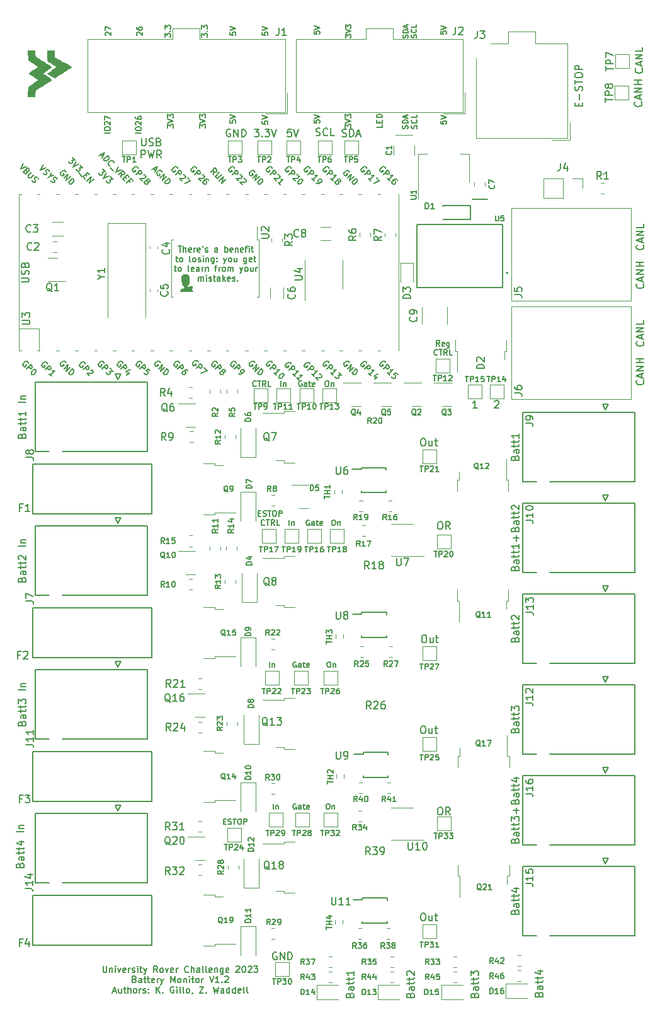
<source format=gbr>
%TF.GenerationSoftware,KiCad,Pcbnew,7.0.2*%
%TF.CreationDate,2023-09-23T20:32:53-04:00*%
%TF.ProjectId,Battery_Monitor_1.2,42617474-6572-4795-9f4d-6f6e69746f72,rev?*%
%TF.SameCoordinates,Original*%
%TF.FileFunction,Legend,Top*%
%TF.FilePolarity,Positive*%
%FSLAX46Y46*%
G04 Gerber Fmt 4.6, Leading zero omitted, Abs format (unit mm)*
G04 Created by KiCad (PCBNEW 7.0.2) date 2023-09-23 20:32:53*
%MOMM*%
%LPD*%
G01*
G04 APERTURE LIST*
%ADD10C,0.150000*%
%ADD11C,0.120000*%
%ADD12C,0.127000*%
%ADD13C,0.100000*%
%ADD14C,0.200000*%
G04 APERTURE END LIST*
D10*
X137287000Y-58166000D02*
X137414000Y-58166000D01*
X135382000Y-58166000D02*
X137287000Y-58166000D01*
X94084964Y-36345714D02*
X94084964Y-35881428D01*
X94084964Y-35881428D02*
X94370678Y-36131428D01*
X94370678Y-36131428D02*
X94370678Y-36024285D01*
X94370678Y-36024285D02*
X94406392Y-35952857D01*
X94406392Y-35952857D02*
X94442107Y-35917142D01*
X94442107Y-35917142D02*
X94513535Y-35881428D01*
X94513535Y-35881428D02*
X94692107Y-35881428D01*
X94692107Y-35881428D02*
X94763535Y-35917142D01*
X94763535Y-35917142D02*
X94799250Y-35952857D01*
X94799250Y-35952857D02*
X94834964Y-36024285D01*
X94834964Y-36024285D02*
X94834964Y-36238571D01*
X94834964Y-36238571D02*
X94799250Y-36309999D01*
X94799250Y-36309999D02*
X94763535Y-36345714D01*
X94763535Y-35559999D02*
X94799250Y-35524285D01*
X94799250Y-35524285D02*
X94834964Y-35559999D01*
X94834964Y-35559999D02*
X94799250Y-35595713D01*
X94799250Y-35595713D02*
X94763535Y-35559999D01*
X94763535Y-35559999D02*
X94834964Y-35559999D01*
X94084964Y-35274285D02*
X94084964Y-34809999D01*
X94084964Y-34809999D02*
X94370678Y-35059999D01*
X94370678Y-35059999D02*
X94370678Y-34952856D01*
X94370678Y-34952856D02*
X94406392Y-34881428D01*
X94406392Y-34881428D02*
X94442107Y-34845713D01*
X94442107Y-34845713D02*
X94513535Y-34809999D01*
X94513535Y-34809999D02*
X94692107Y-34809999D01*
X94692107Y-34809999D02*
X94763535Y-34845713D01*
X94763535Y-34845713D02*
X94799250Y-34881428D01*
X94799250Y-34881428D02*
X94834964Y-34952856D01*
X94834964Y-34952856D02*
X94834964Y-35167142D01*
X94834964Y-35167142D02*
X94799250Y-35238570D01*
X94799250Y-35238570D02*
X94763535Y-35274285D01*
X74868809Y-128484000D02*
X74916428Y-128341143D01*
X74916428Y-128341143D02*
X74964047Y-128293524D01*
X74964047Y-128293524D02*
X75059285Y-128245905D01*
X75059285Y-128245905D02*
X75202142Y-128245905D01*
X75202142Y-128245905D02*
X75297380Y-128293524D01*
X75297380Y-128293524D02*
X75345000Y-128341143D01*
X75345000Y-128341143D02*
X75392619Y-128436381D01*
X75392619Y-128436381D02*
X75392619Y-128817333D01*
X75392619Y-128817333D02*
X74392619Y-128817333D01*
X74392619Y-128817333D02*
X74392619Y-128484000D01*
X74392619Y-128484000D02*
X74440238Y-128388762D01*
X74440238Y-128388762D02*
X74487857Y-128341143D01*
X74487857Y-128341143D02*
X74583095Y-128293524D01*
X74583095Y-128293524D02*
X74678333Y-128293524D01*
X74678333Y-128293524D02*
X74773571Y-128341143D01*
X74773571Y-128341143D02*
X74821190Y-128388762D01*
X74821190Y-128388762D02*
X74868809Y-128484000D01*
X74868809Y-128484000D02*
X74868809Y-128817333D01*
X75392619Y-127388762D02*
X74868809Y-127388762D01*
X74868809Y-127388762D02*
X74773571Y-127436381D01*
X74773571Y-127436381D02*
X74725952Y-127531619D01*
X74725952Y-127531619D02*
X74725952Y-127722095D01*
X74725952Y-127722095D02*
X74773571Y-127817333D01*
X75345000Y-127388762D02*
X75392619Y-127484000D01*
X75392619Y-127484000D02*
X75392619Y-127722095D01*
X75392619Y-127722095D02*
X75345000Y-127817333D01*
X75345000Y-127817333D02*
X75249761Y-127864952D01*
X75249761Y-127864952D02*
X75154523Y-127864952D01*
X75154523Y-127864952D02*
X75059285Y-127817333D01*
X75059285Y-127817333D02*
X75011666Y-127722095D01*
X75011666Y-127722095D02*
X75011666Y-127484000D01*
X75011666Y-127484000D02*
X74964047Y-127388762D01*
X74725952Y-127055428D02*
X74725952Y-126674476D01*
X74392619Y-126912571D02*
X75249761Y-126912571D01*
X75249761Y-126912571D02*
X75345000Y-126864952D01*
X75345000Y-126864952D02*
X75392619Y-126769714D01*
X75392619Y-126769714D02*
X75392619Y-126674476D01*
X74725952Y-126483999D02*
X74725952Y-126103047D01*
X74392619Y-126341142D02*
X75249761Y-126341142D01*
X75249761Y-126341142D02*
X75345000Y-126293523D01*
X75345000Y-126293523D02*
X75392619Y-126198285D01*
X75392619Y-126198285D02*
X75392619Y-126103047D01*
X74392619Y-125864951D02*
X74392619Y-125245904D01*
X74392619Y-125245904D02*
X74773571Y-125579237D01*
X74773571Y-125579237D02*
X74773571Y-125436380D01*
X74773571Y-125436380D02*
X74821190Y-125341142D01*
X74821190Y-125341142D02*
X74868809Y-125293523D01*
X74868809Y-125293523D02*
X74964047Y-125245904D01*
X74964047Y-125245904D02*
X75202142Y-125245904D01*
X75202142Y-125245904D02*
X75297380Y-125293523D01*
X75297380Y-125293523D02*
X75345000Y-125341142D01*
X75345000Y-125341142D02*
X75392619Y-125436380D01*
X75392619Y-125436380D02*
X75392619Y-125722094D01*
X75392619Y-125722094D02*
X75345000Y-125817332D01*
X75345000Y-125817332D02*
X75297380Y-125864951D01*
X75392619Y-124055427D02*
X74392619Y-124055427D01*
X74725952Y-123579237D02*
X75392619Y-123579237D01*
X74821190Y-123579237D02*
X74773571Y-123531618D01*
X74773571Y-123531618D02*
X74725952Y-123436380D01*
X74725952Y-123436380D02*
X74725952Y-123293523D01*
X74725952Y-123293523D02*
X74773571Y-123198285D01*
X74773571Y-123198285D02*
X74868809Y-123150666D01*
X74868809Y-123150666D02*
X75392619Y-123150666D01*
X98783964Y-48553571D02*
X98783964Y-48089285D01*
X98783964Y-48089285D02*
X99069678Y-48339285D01*
X99069678Y-48339285D02*
X99069678Y-48232142D01*
X99069678Y-48232142D02*
X99105392Y-48160714D01*
X99105392Y-48160714D02*
X99141107Y-48124999D01*
X99141107Y-48124999D02*
X99212535Y-48089285D01*
X99212535Y-48089285D02*
X99391107Y-48089285D01*
X99391107Y-48089285D02*
X99462535Y-48124999D01*
X99462535Y-48124999D02*
X99498250Y-48160714D01*
X99498250Y-48160714D02*
X99533964Y-48232142D01*
X99533964Y-48232142D02*
X99533964Y-48446428D01*
X99533964Y-48446428D02*
X99498250Y-48517856D01*
X99498250Y-48517856D02*
X99462535Y-48553571D01*
X98783964Y-47874999D02*
X99533964Y-47624999D01*
X99533964Y-47624999D02*
X98783964Y-47374999D01*
X98783964Y-47196428D02*
X98783964Y-46732142D01*
X98783964Y-46732142D02*
X99069678Y-46982142D01*
X99069678Y-46982142D02*
X99069678Y-46874999D01*
X99069678Y-46874999D02*
X99105392Y-46803571D01*
X99105392Y-46803571D02*
X99141107Y-46767856D01*
X99141107Y-46767856D02*
X99212535Y-46732142D01*
X99212535Y-46732142D02*
X99391107Y-46732142D01*
X99391107Y-46732142D02*
X99462535Y-46767856D01*
X99462535Y-46767856D02*
X99498250Y-46803571D01*
X99498250Y-46803571D02*
X99533964Y-46874999D01*
X99533964Y-46874999D02*
X99533964Y-47089285D01*
X99533964Y-47089285D02*
X99498250Y-47160713D01*
X99498250Y-47160713D02*
X99462535Y-47196428D01*
X116048286Y-120246964D02*
X116191143Y-120246964D01*
X116191143Y-120246964D02*
X116262572Y-120282678D01*
X116262572Y-120282678D02*
X116334000Y-120354107D01*
X116334000Y-120354107D02*
X116369715Y-120496964D01*
X116369715Y-120496964D02*
X116369715Y-120746964D01*
X116369715Y-120746964D02*
X116334000Y-120889821D01*
X116334000Y-120889821D02*
X116262572Y-120961250D01*
X116262572Y-120961250D02*
X116191143Y-120996964D01*
X116191143Y-120996964D02*
X116048286Y-120996964D01*
X116048286Y-120996964D02*
X115976858Y-120961250D01*
X115976858Y-120961250D02*
X115905429Y-120889821D01*
X115905429Y-120889821D02*
X115869715Y-120746964D01*
X115869715Y-120746964D02*
X115869715Y-120496964D01*
X115869715Y-120496964D02*
X115905429Y-120354107D01*
X115905429Y-120354107D02*
X115976858Y-120282678D01*
X115976858Y-120282678D02*
X116048286Y-120246964D01*
X116691143Y-120496964D02*
X116691143Y-120996964D01*
X116691143Y-120568392D02*
X116726857Y-120532678D01*
X116726857Y-120532678D02*
X116798286Y-120496964D01*
X116798286Y-120496964D02*
X116905429Y-120496964D01*
X116905429Y-120496964D02*
X116976857Y-120532678D01*
X116976857Y-120532678D02*
X117012572Y-120604107D01*
X117012572Y-120604107D02*
X117012572Y-120996964D01*
X111061523Y-48738619D02*
X110585333Y-48738619D01*
X110585333Y-48738619D02*
X110537714Y-49214809D01*
X110537714Y-49214809D02*
X110585333Y-49167190D01*
X110585333Y-49167190D02*
X110680571Y-49119571D01*
X110680571Y-49119571D02*
X110918666Y-49119571D01*
X110918666Y-49119571D02*
X111013904Y-49167190D01*
X111013904Y-49167190D02*
X111061523Y-49214809D01*
X111061523Y-49214809D02*
X111109142Y-49310047D01*
X111109142Y-49310047D02*
X111109142Y-49548142D01*
X111109142Y-49548142D02*
X111061523Y-49643380D01*
X111061523Y-49643380D02*
X111013904Y-49691000D01*
X111013904Y-49691000D02*
X110918666Y-49738619D01*
X110918666Y-49738619D02*
X110680571Y-49738619D01*
X110680571Y-49738619D02*
X110585333Y-49691000D01*
X110585333Y-49691000D02*
X110537714Y-49643380D01*
X111394857Y-48738619D02*
X111728190Y-49738619D01*
X111728190Y-49738619D02*
X112061523Y-48738619D01*
X158202980Y-40570019D02*
X158250600Y-40617638D01*
X158250600Y-40617638D02*
X158298219Y-40760495D01*
X158298219Y-40760495D02*
X158298219Y-40855733D01*
X158298219Y-40855733D02*
X158250600Y-40998590D01*
X158250600Y-40998590D02*
X158155361Y-41093828D01*
X158155361Y-41093828D02*
X158060123Y-41141447D01*
X158060123Y-41141447D02*
X157869647Y-41189066D01*
X157869647Y-41189066D02*
X157726790Y-41189066D01*
X157726790Y-41189066D02*
X157536314Y-41141447D01*
X157536314Y-41141447D02*
X157441076Y-41093828D01*
X157441076Y-41093828D02*
X157345838Y-40998590D01*
X157345838Y-40998590D02*
X157298219Y-40855733D01*
X157298219Y-40855733D02*
X157298219Y-40760495D01*
X157298219Y-40760495D02*
X157345838Y-40617638D01*
X157345838Y-40617638D02*
X157393457Y-40570019D01*
X158012504Y-40189066D02*
X158012504Y-39712876D01*
X158298219Y-40284304D02*
X157298219Y-39950971D01*
X157298219Y-39950971D02*
X158298219Y-39617638D01*
X158298219Y-39284304D02*
X157298219Y-39284304D01*
X157298219Y-39284304D02*
X158298219Y-38712876D01*
X158298219Y-38712876D02*
X157298219Y-38712876D01*
X158298219Y-37760495D02*
X158298219Y-38236685D01*
X158298219Y-38236685D02*
X157298219Y-38236685D01*
X114379524Y-49564000D02*
X114522381Y-49611619D01*
X114522381Y-49611619D02*
X114760476Y-49611619D01*
X114760476Y-49611619D02*
X114855714Y-49564000D01*
X114855714Y-49564000D02*
X114903333Y-49516380D01*
X114903333Y-49516380D02*
X114950952Y-49421142D01*
X114950952Y-49421142D02*
X114950952Y-49325904D01*
X114950952Y-49325904D02*
X114903333Y-49230666D01*
X114903333Y-49230666D02*
X114855714Y-49183047D01*
X114855714Y-49183047D02*
X114760476Y-49135428D01*
X114760476Y-49135428D02*
X114570000Y-49087809D01*
X114570000Y-49087809D02*
X114474762Y-49040190D01*
X114474762Y-49040190D02*
X114427143Y-48992571D01*
X114427143Y-48992571D02*
X114379524Y-48897333D01*
X114379524Y-48897333D02*
X114379524Y-48802095D01*
X114379524Y-48802095D02*
X114427143Y-48706857D01*
X114427143Y-48706857D02*
X114474762Y-48659238D01*
X114474762Y-48659238D02*
X114570000Y-48611619D01*
X114570000Y-48611619D02*
X114808095Y-48611619D01*
X114808095Y-48611619D02*
X114950952Y-48659238D01*
X115950952Y-49516380D02*
X115903333Y-49564000D01*
X115903333Y-49564000D02*
X115760476Y-49611619D01*
X115760476Y-49611619D02*
X115665238Y-49611619D01*
X115665238Y-49611619D02*
X115522381Y-49564000D01*
X115522381Y-49564000D02*
X115427143Y-49468761D01*
X115427143Y-49468761D02*
X115379524Y-49373523D01*
X115379524Y-49373523D02*
X115331905Y-49183047D01*
X115331905Y-49183047D02*
X115331905Y-49040190D01*
X115331905Y-49040190D02*
X115379524Y-48849714D01*
X115379524Y-48849714D02*
X115427143Y-48754476D01*
X115427143Y-48754476D02*
X115522381Y-48659238D01*
X115522381Y-48659238D02*
X115665238Y-48611619D01*
X115665238Y-48611619D02*
X115760476Y-48611619D01*
X115760476Y-48611619D02*
X115903333Y-48659238D01*
X115903333Y-48659238D02*
X115950952Y-48706857D01*
X116855714Y-49611619D02*
X116379524Y-49611619D01*
X116379524Y-49611619D02*
X116379524Y-48611619D01*
X106328856Y-83206535D02*
X106293142Y-83242250D01*
X106293142Y-83242250D02*
X106185999Y-83277964D01*
X106185999Y-83277964D02*
X106114571Y-83277964D01*
X106114571Y-83277964D02*
X106007428Y-83242250D01*
X106007428Y-83242250D02*
X105935999Y-83170821D01*
X105935999Y-83170821D02*
X105900285Y-83099392D01*
X105900285Y-83099392D02*
X105864571Y-82956535D01*
X105864571Y-82956535D02*
X105864571Y-82849392D01*
X105864571Y-82849392D02*
X105900285Y-82706535D01*
X105900285Y-82706535D02*
X105935999Y-82635107D01*
X105935999Y-82635107D02*
X106007428Y-82563678D01*
X106007428Y-82563678D02*
X106114571Y-82527964D01*
X106114571Y-82527964D02*
X106185999Y-82527964D01*
X106185999Y-82527964D02*
X106293142Y-82563678D01*
X106293142Y-82563678D02*
X106328856Y-82599392D01*
X106543142Y-82527964D02*
X106971714Y-82527964D01*
X106757428Y-83277964D02*
X106757428Y-82527964D01*
X107650285Y-83277964D02*
X107400285Y-82920821D01*
X107221714Y-83277964D02*
X107221714Y-82527964D01*
X107221714Y-82527964D02*
X107507428Y-82527964D01*
X107507428Y-82527964D02*
X107578857Y-82563678D01*
X107578857Y-82563678D02*
X107614571Y-82599392D01*
X107614571Y-82599392D02*
X107650285Y-82670821D01*
X107650285Y-82670821D02*
X107650285Y-82777964D01*
X107650285Y-82777964D02*
X107614571Y-82849392D01*
X107614571Y-82849392D02*
X107578857Y-82885107D01*
X107578857Y-82885107D02*
X107507428Y-82920821D01*
X107507428Y-82920821D02*
X107221714Y-82920821D01*
X108328857Y-83277964D02*
X107971714Y-83277964D01*
X107971714Y-83277964D02*
X107971714Y-82527964D01*
X112478429Y-82563678D02*
X112407001Y-82527964D01*
X112407001Y-82527964D02*
X112299858Y-82527964D01*
X112299858Y-82527964D02*
X112192715Y-82563678D01*
X112192715Y-82563678D02*
X112121286Y-82635107D01*
X112121286Y-82635107D02*
X112085572Y-82706535D01*
X112085572Y-82706535D02*
X112049858Y-82849392D01*
X112049858Y-82849392D02*
X112049858Y-82956535D01*
X112049858Y-82956535D02*
X112085572Y-83099392D01*
X112085572Y-83099392D02*
X112121286Y-83170821D01*
X112121286Y-83170821D02*
X112192715Y-83242250D01*
X112192715Y-83242250D02*
X112299858Y-83277964D01*
X112299858Y-83277964D02*
X112371286Y-83277964D01*
X112371286Y-83277964D02*
X112478429Y-83242250D01*
X112478429Y-83242250D02*
X112514143Y-83206535D01*
X112514143Y-83206535D02*
X112514143Y-82956535D01*
X112514143Y-82956535D02*
X112371286Y-82956535D01*
X113157001Y-83277964D02*
X113157001Y-82885107D01*
X113157001Y-82885107D02*
X113121286Y-82813678D01*
X113121286Y-82813678D02*
X113049858Y-82777964D01*
X113049858Y-82777964D02*
X112907001Y-82777964D01*
X112907001Y-82777964D02*
X112835572Y-82813678D01*
X113157001Y-83242250D02*
X113085572Y-83277964D01*
X113085572Y-83277964D02*
X112907001Y-83277964D01*
X112907001Y-83277964D02*
X112835572Y-83242250D01*
X112835572Y-83242250D02*
X112799858Y-83170821D01*
X112799858Y-83170821D02*
X112799858Y-83099392D01*
X112799858Y-83099392D02*
X112835572Y-83027964D01*
X112835572Y-83027964D02*
X112907001Y-82992250D01*
X112907001Y-82992250D02*
X113085572Y-82992250D01*
X113085572Y-82992250D02*
X113157001Y-82956535D01*
X113407000Y-82777964D02*
X113692714Y-82777964D01*
X113514143Y-82527964D02*
X113514143Y-83170821D01*
X113514143Y-83170821D02*
X113549857Y-83242250D01*
X113549857Y-83242250D02*
X113621286Y-83277964D01*
X113621286Y-83277964D02*
X113692714Y-83277964D01*
X114228428Y-83242250D02*
X114157000Y-83277964D01*
X114157000Y-83277964D02*
X114014143Y-83277964D01*
X114014143Y-83277964D02*
X113942714Y-83242250D01*
X113942714Y-83242250D02*
X113907000Y-83170821D01*
X113907000Y-83170821D02*
X113907000Y-82885107D01*
X113907000Y-82885107D02*
X113942714Y-82813678D01*
X113942714Y-82813678D02*
X114014143Y-82777964D01*
X114014143Y-82777964D02*
X114157000Y-82777964D01*
X114157000Y-82777964D02*
X114228428Y-82813678D01*
X114228428Y-82813678D02*
X114264143Y-82885107D01*
X114264143Y-82885107D02*
X114264143Y-82956535D01*
X114264143Y-82956535D02*
X113907000Y-83027964D01*
X128706666Y-154021619D02*
X128897142Y-154021619D01*
X128897142Y-154021619D02*
X128992380Y-154069238D01*
X128992380Y-154069238D02*
X129087618Y-154164476D01*
X129087618Y-154164476D02*
X129135237Y-154354952D01*
X129135237Y-154354952D02*
X129135237Y-154688285D01*
X129135237Y-154688285D02*
X129087618Y-154878761D01*
X129087618Y-154878761D02*
X128992380Y-154974000D01*
X128992380Y-154974000D02*
X128897142Y-155021619D01*
X128897142Y-155021619D02*
X128706666Y-155021619D01*
X128706666Y-155021619D02*
X128611428Y-154974000D01*
X128611428Y-154974000D02*
X128516190Y-154878761D01*
X128516190Y-154878761D02*
X128468571Y-154688285D01*
X128468571Y-154688285D02*
X128468571Y-154354952D01*
X128468571Y-154354952D02*
X128516190Y-154164476D01*
X128516190Y-154164476D02*
X128611428Y-154069238D01*
X128611428Y-154069238D02*
X128706666Y-154021619D01*
X129992380Y-154354952D02*
X129992380Y-155021619D01*
X129563809Y-154354952D02*
X129563809Y-154878761D01*
X129563809Y-154878761D02*
X129611428Y-154974000D01*
X129611428Y-154974000D02*
X129706666Y-155021619D01*
X129706666Y-155021619D02*
X129849523Y-155021619D01*
X129849523Y-155021619D02*
X129944761Y-154974000D01*
X129944761Y-154974000D02*
X129992380Y-154926380D01*
X130325714Y-154354952D02*
X130706666Y-154354952D01*
X130468571Y-154021619D02*
X130468571Y-154878761D01*
X130468571Y-154878761D02*
X130516190Y-154974000D01*
X130516190Y-154974000D02*
X130611428Y-155021619D01*
X130611428Y-155021619D02*
X130706666Y-155021619D01*
X90940095Y-49960619D02*
X90940095Y-50770142D01*
X90940095Y-50770142D02*
X90987714Y-50865380D01*
X90987714Y-50865380D02*
X91035333Y-50913000D01*
X91035333Y-50913000D02*
X91130571Y-50960619D01*
X91130571Y-50960619D02*
X91321047Y-50960619D01*
X91321047Y-50960619D02*
X91416285Y-50913000D01*
X91416285Y-50913000D02*
X91463904Y-50865380D01*
X91463904Y-50865380D02*
X91511523Y-50770142D01*
X91511523Y-50770142D02*
X91511523Y-49960619D01*
X91940095Y-50913000D02*
X92082952Y-50960619D01*
X92082952Y-50960619D02*
X92321047Y-50960619D01*
X92321047Y-50960619D02*
X92416285Y-50913000D01*
X92416285Y-50913000D02*
X92463904Y-50865380D01*
X92463904Y-50865380D02*
X92511523Y-50770142D01*
X92511523Y-50770142D02*
X92511523Y-50674904D01*
X92511523Y-50674904D02*
X92463904Y-50579666D01*
X92463904Y-50579666D02*
X92416285Y-50532047D01*
X92416285Y-50532047D02*
X92321047Y-50484428D01*
X92321047Y-50484428D02*
X92130571Y-50436809D01*
X92130571Y-50436809D02*
X92035333Y-50389190D01*
X92035333Y-50389190D02*
X91987714Y-50341571D01*
X91987714Y-50341571D02*
X91940095Y-50246333D01*
X91940095Y-50246333D02*
X91940095Y-50151095D01*
X91940095Y-50151095D02*
X91987714Y-50055857D01*
X91987714Y-50055857D02*
X92035333Y-50008238D01*
X92035333Y-50008238D02*
X92130571Y-49960619D01*
X92130571Y-49960619D02*
X92368666Y-49960619D01*
X92368666Y-49960619D02*
X92511523Y-50008238D01*
X93273428Y-50436809D02*
X93416285Y-50484428D01*
X93416285Y-50484428D02*
X93463904Y-50532047D01*
X93463904Y-50532047D02*
X93511523Y-50627285D01*
X93511523Y-50627285D02*
X93511523Y-50770142D01*
X93511523Y-50770142D02*
X93463904Y-50865380D01*
X93463904Y-50865380D02*
X93416285Y-50913000D01*
X93416285Y-50913000D02*
X93321047Y-50960619D01*
X93321047Y-50960619D02*
X92940095Y-50960619D01*
X92940095Y-50960619D02*
X92940095Y-49960619D01*
X92940095Y-49960619D02*
X93273428Y-49960619D01*
X93273428Y-49960619D02*
X93368666Y-50008238D01*
X93368666Y-50008238D02*
X93416285Y-50055857D01*
X93416285Y-50055857D02*
X93463904Y-50151095D01*
X93463904Y-50151095D02*
X93463904Y-50246333D01*
X93463904Y-50246333D02*
X93416285Y-50341571D01*
X93416285Y-50341571D02*
X93368666Y-50389190D01*
X93368666Y-50389190D02*
X93273428Y-50436809D01*
X93273428Y-50436809D02*
X92940095Y-50436809D01*
X90868667Y-52580619D02*
X90868667Y-51580619D01*
X90868667Y-51580619D02*
X91249619Y-51580619D01*
X91249619Y-51580619D02*
X91344857Y-51628238D01*
X91344857Y-51628238D02*
X91392476Y-51675857D01*
X91392476Y-51675857D02*
X91440095Y-51771095D01*
X91440095Y-51771095D02*
X91440095Y-51913952D01*
X91440095Y-51913952D02*
X91392476Y-52009190D01*
X91392476Y-52009190D02*
X91344857Y-52056809D01*
X91344857Y-52056809D02*
X91249619Y-52104428D01*
X91249619Y-52104428D02*
X90868667Y-52104428D01*
X91773429Y-51580619D02*
X92011524Y-52580619D01*
X92011524Y-52580619D02*
X92202000Y-51866333D01*
X92202000Y-51866333D02*
X92392476Y-52580619D01*
X92392476Y-52580619D02*
X92630572Y-51580619D01*
X93582952Y-52580619D02*
X93249619Y-52104428D01*
X93011524Y-52580619D02*
X93011524Y-51580619D01*
X93011524Y-51580619D02*
X93392476Y-51580619D01*
X93392476Y-51580619D02*
X93487714Y-51628238D01*
X93487714Y-51628238D02*
X93535333Y-51675857D01*
X93535333Y-51675857D02*
X93582952Y-51771095D01*
X93582952Y-51771095D02*
X93582952Y-51913952D01*
X93582952Y-51913952D02*
X93535333Y-52009190D01*
X93535333Y-52009190D02*
X93487714Y-52056809D01*
X93487714Y-52056809D02*
X93392476Y-52104428D01*
X93392476Y-52104428D02*
X93011524Y-52104428D01*
X131168964Y-47640856D02*
X131168964Y-47997999D01*
X131168964Y-47997999D02*
X131526107Y-48033713D01*
X131526107Y-48033713D02*
X131490392Y-47997999D01*
X131490392Y-47997999D02*
X131454678Y-47926571D01*
X131454678Y-47926571D02*
X131454678Y-47747999D01*
X131454678Y-47747999D02*
X131490392Y-47676571D01*
X131490392Y-47676571D02*
X131526107Y-47640856D01*
X131526107Y-47640856D02*
X131597535Y-47605142D01*
X131597535Y-47605142D02*
X131776107Y-47605142D01*
X131776107Y-47605142D02*
X131847535Y-47640856D01*
X131847535Y-47640856D02*
X131883250Y-47676571D01*
X131883250Y-47676571D02*
X131918964Y-47747999D01*
X131918964Y-47747999D02*
X131918964Y-47926571D01*
X131918964Y-47926571D02*
X131883250Y-47997999D01*
X131883250Y-47997999D02*
X131847535Y-48033713D01*
X131168964Y-47390856D02*
X131918964Y-47140856D01*
X131918964Y-47140856D02*
X131168964Y-46890856D01*
X118341964Y-48553571D02*
X118341964Y-48089285D01*
X118341964Y-48089285D02*
X118627678Y-48339285D01*
X118627678Y-48339285D02*
X118627678Y-48232142D01*
X118627678Y-48232142D02*
X118663392Y-48160714D01*
X118663392Y-48160714D02*
X118699107Y-48124999D01*
X118699107Y-48124999D02*
X118770535Y-48089285D01*
X118770535Y-48089285D02*
X118949107Y-48089285D01*
X118949107Y-48089285D02*
X119020535Y-48124999D01*
X119020535Y-48124999D02*
X119056250Y-48160714D01*
X119056250Y-48160714D02*
X119091964Y-48232142D01*
X119091964Y-48232142D02*
X119091964Y-48446428D01*
X119091964Y-48446428D02*
X119056250Y-48517856D01*
X119056250Y-48517856D02*
X119020535Y-48553571D01*
X118341964Y-47874999D02*
X119091964Y-47624999D01*
X119091964Y-47624999D02*
X118341964Y-47374999D01*
X118341964Y-47196428D02*
X118341964Y-46732142D01*
X118341964Y-46732142D02*
X118627678Y-46982142D01*
X118627678Y-46982142D02*
X118627678Y-46874999D01*
X118627678Y-46874999D02*
X118663392Y-46803571D01*
X118663392Y-46803571D02*
X118699107Y-46767856D01*
X118699107Y-46767856D02*
X118770535Y-46732142D01*
X118770535Y-46732142D02*
X118949107Y-46732142D01*
X118949107Y-46732142D02*
X119020535Y-46767856D01*
X119020535Y-46767856D02*
X119056250Y-46803571D01*
X119056250Y-46803571D02*
X119091964Y-46874999D01*
X119091964Y-46874999D02*
X119091964Y-47089285D01*
X119091964Y-47089285D02*
X119056250Y-47160713D01*
X119056250Y-47160713D02*
X119020535Y-47196428D01*
X141162809Y-129444571D02*
X141210428Y-129301714D01*
X141210428Y-129301714D02*
X141258047Y-129254095D01*
X141258047Y-129254095D02*
X141353285Y-129206476D01*
X141353285Y-129206476D02*
X141496142Y-129206476D01*
X141496142Y-129206476D02*
X141591380Y-129254095D01*
X141591380Y-129254095D02*
X141639000Y-129301714D01*
X141639000Y-129301714D02*
X141686619Y-129396952D01*
X141686619Y-129396952D02*
X141686619Y-129777904D01*
X141686619Y-129777904D02*
X140686619Y-129777904D01*
X140686619Y-129777904D02*
X140686619Y-129444571D01*
X140686619Y-129444571D02*
X140734238Y-129349333D01*
X140734238Y-129349333D02*
X140781857Y-129301714D01*
X140781857Y-129301714D02*
X140877095Y-129254095D01*
X140877095Y-129254095D02*
X140972333Y-129254095D01*
X140972333Y-129254095D02*
X141067571Y-129301714D01*
X141067571Y-129301714D02*
X141115190Y-129349333D01*
X141115190Y-129349333D02*
X141162809Y-129444571D01*
X141162809Y-129444571D02*
X141162809Y-129777904D01*
X141686619Y-128349333D02*
X141162809Y-128349333D01*
X141162809Y-128349333D02*
X141067571Y-128396952D01*
X141067571Y-128396952D02*
X141019952Y-128492190D01*
X141019952Y-128492190D02*
X141019952Y-128682666D01*
X141019952Y-128682666D02*
X141067571Y-128777904D01*
X141639000Y-128349333D02*
X141686619Y-128444571D01*
X141686619Y-128444571D02*
X141686619Y-128682666D01*
X141686619Y-128682666D02*
X141639000Y-128777904D01*
X141639000Y-128777904D02*
X141543761Y-128825523D01*
X141543761Y-128825523D02*
X141448523Y-128825523D01*
X141448523Y-128825523D02*
X141353285Y-128777904D01*
X141353285Y-128777904D02*
X141305666Y-128682666D01*
X141305666Y-128682666D02*
X141305666Y-128444571D01*
X141305666Y-128444571D02*
X141258047Y-128349333D01*
X141019952Y-128015999D02*
X141019952Y-127635047D01*
X140686619Y-127873142D02*
X141543761Y-127873142D01*
X141543761Y-127873142D02*
X141639000Y-127825523D01*
X141639000Y-127825523D02*
X141686619Y-127730285D01*
X141686619Y-127730285D02*
X141686619Y-127635047D01*
X141019952Y-127444570D02*
X141019952Y-127063618D01*
X140686619Y-127301713D02*
X141543761Y-127301713D01*
X141543761Y-127301713D02*
X141639000Y-127254094D01*
X141639000Y-127254094D02*
X141686619Y-127158856D01*
X141686619Y-127158856D02*
X141686619Y-127063618D01*
X140686619Y-126825522D02*
X140686619Y-126206475D01*
X140686619Y-126206475D02*
X141067571Y-126539808D01*
X141067571Y-126539808D02*
X141067571Y-126396951D01*
X141067571Y-126396951D02*
X141115190Y-126301713D01*
X141115190Y-126301713D02*
X141162809Y-126254094D01*
X141162809Y-126254094D02*
X141258047Y-126206475D01*
X141258047Y-126206475D02*
X141496142Y-126206475D01*
X141496142Y-126206475D02*
X141591380Y-126254094D01*
X141591380Y-126254094D02*
X141639000Y-126301713D01*
X141639000Y-126301713D02*
X141686619Y-126396951D01*
X141686619Y-126396951D02*
X141686619Y-126682665D01*
X141686619Y-126682665D02*
X141639000Y-126777903D01*
X141639000Y-126777903D02*
X141591380Y-126825522D01*
X118368833Y-36426667D02*
X118368833Y-35993333D01*
X118368833Y-35993333D02*
X118635500Y-36226667D01*
X118635500Y-36226667D02*
X118635500Y-36126667D01*
X118635500Y-36126667D02*
X118668833Y-36060000D01*
X118668833Y-36060000D02*
X118702166Y-36026667D01*
X118702166Y-36026667D02*
X118768833Y-35993333D01*
X118768833Y-35993333D02*
X118935500Y-35993333D01*
X118935500Y-35993333D02*
X119002166Y-36026667D01*
X119002166Y-36026667D02*
X119035500Y-36060000D01*
X119035500Y-36060000D02*
X119068833Y-36126667D01*
X119068833Y-36126667D02*
X119068833Y-36326667D01*
X119068833Y-36326667D02*
X119035500Y-36393333D01*
X119035500Y-36393333D02*
X119002166Y-36426667D01*
X118368833Y-35793333D02*
X119068833Y-35560000D01*
X119068833Y-35560000D02*
X118368833Y-35326666D01*
X118368833Y-35160000D02*
X118368833Y-34726666D01*
X118368833Y-34726666D02*
X118635500Y-34960000D01*
X118635500Y-34960000D02*
X118635500Y-34860000D01*
X118635500Y-34860000D02*
X118668833Y-34793333D01*
X118668833Y-34793333D02*
X118702166Y-34760000D01*
X118702166Y-34760000D02*
X118768833Y-34726666D01*
X118768833Y-34726666D02*
X118935500Y-34726666D01*
X118935500Y-34726666D02*
X119002166Y-34760000D01*
X119002166Y-34760000D02*
X119035500Y-34793333D01*
X119035500Y-34793333D02*
X119068833Y-34860000D01*
X119068833Y-34860000D02*
X119068833Y-35060000D01*
X119068833Y-35060000D02*
X119035500Y-35126666D01*
X119035500Y-35126666D02*
X119002166Y-35160000D01*
X106632571Y-100311607D02*
X106882571Y-100311607D01*
X106989714Y-100704464D02*
X106632571Y-100704464D01*
X106632571Y-100704464D02*
X106632571Y-99954464D01*
X106632571Y-99954464D02*
X106989714Y-99954464D01*
X107275428Y-100668750D02*
X107382571Y-100704464D01*
X107382571Y-100704464D02*
X107561142Y-100704464D01*
X107561142Y-100704464D02*
X107632571Y-100668750D01*
X107632571Y-100668750D02*
X107668285Y-100633035D01*
X107668285Y-100633035D02*
X107703999Y-100561607D01*
X107703999Y-100561607D02*
X107703999Y-100490178D01*
X107703999Y-100490178D02*
X107668285Y-100418750D01*
X107668285Y-100418750D02*
X107632571Y-100383035D01*
X107632571Y-100383035D02*
X107561142Y-100347321D01*
X107561142Y-100347321D02*
X107418285Y-100311607D01*
X107418285Y-100311607D02*
X107346856Y-100275892D01*
X107346856Y-100275892D02*
X107311142Y-100240178D01*
X107311142Y-100240178D02*
X107275428Y-100168750D01*
X107275428Y-100168750D02*
X107275428Y-100097321D01*
X107275428Y-100097321D02*
X107311142Y-100025892D01*
X107311142Y-100025892D02*
X107346856Y-99990178D01*
X107346856Y-99990178D02*
X107418285Y-99954464D01*
X107418285Y-99954464D02*
X107596856Y-99954464D01*
X107596856Y-99954464D02*
X107703999Y-99990178D01*
X107918285Y-99954464D02*
X108346857Y-99954464D01*
X108132571Y-100704464D02*
X108132571Y-99954464D01*
X108739714Y-99954464D02*
X108882571Y-99954464D01*
X108882571Y-99954464D02*
X108954000Y-99990178D01*
X108954000Y-99990178D02*
X109025428Y-100061607D01*
X109025428Y-100061607D02*
X109061143Y-100204464D01*
X109061143Y-100204464D02*
X109061143Y-100454464D01*
X109061143Y-100454464D02*
X109025428Y-100597321D01*
X109025428Y-100597321D02*
X108954000Y-100668750D01*
X108954000Y-100668750D02*
X108882571Y-100704464D01*
X108882571Y-100704464D02*
X108739714Y-100704464D01*
X108739714Y-100704464D02*
X108668286Y-100668750D01*
X108668286Y-100668750D02*
X108596857Y-100597321D01*
X108596857Y-100597321D02*
X108561143Y-100454464D01*
X108561143Y-100454464D02*
X108561143Y-100204464D01*
X108561143Y-100204464D02*
X108596857Y-100061607D01*
X108596857Y-100061607D02*
X108668286Y-99990178D01*
X108668286Y-99990178D02*
X108739714Y-99954464D01*
X109382571Y-100704464D02*
X109382571Y-99954464D01*
X109382571Y-99954464D02*
X109668285Y-99954464D01*
X109668285Y-99954464D02*
X109739714Y-99990178D01*
X109739714Y-99990178D02*
X109775428Y-100025892D01*
X109775428Y-100025892D02*
X109811142Y-100097321D01*
X109811142Y-100097321D02*
X109811142Y-100204464D01*
X109811142Y-100204464D02*
X109775428Y-100275892D01*
X109775428Y-100275892D02*
X109739714Y-100311607D01*
X109739714Y-100311607D02*
X109668285Y-100347321D01*
X109668285Y-100347321D02*
X109382571Y-100347321D01*
X107471856Y-101848035D02*
X107436142Y-101883750D01*
X107436142Y-101883750D02*
X107328999Y-101919464D01*
X107328999Y-101919464D02*
X107257571Y-101919464D01*
X107257571Y-101919464D02*
X107150428Y-101883750D01*
X107150428Y-101883750D02*
X107078999Y-101812321D01*
X107078999Y-101812321D02*
X107043285Y-101740892D01*
X107043285Y-101740892D02*
X107007571Y-101598035D01*
X107007571Y-101598035D02*
X107007571Y-101490892D01*
X107007571Y-101490892D02*
X107043285Y-101348035D01*
X107043285Y-101348035D02*
X107078999Y-101276607D01*
X107078999Y-101276607D02*
X107150428Y-101205178D01*
X107150428Y-101205178D02*
X107257571Y-101169464D01*
X107257571Y-101169464D02*
X107328999Y-101169464D01*
X107328999Y-101169464D02*
X107436142Y-101205178D01*
X107436142Y-101205178D02*
X107471856Y-101240892D01*
X107686142Y-101169464D02*
X108114714Y-101169464D01*
X107900428Y-101919464D02*
X107900428Y-101169464D01*
X108793285Y-101919464D02*
X108543285Y-101562321D01*
X108364714Y-101919464D02*
X108364714Y-101169464D01*
X108364714Y-101169464D02*
X108650428Y-101169464D01*
X108650428Y-101169464D02*
X108721857Y-101205178D01*
X108721857Y-101205178D02*
X108757571Y-101240892D01*
X108757571Y-101240892D02*
X108793285Y-101312321D01*
X108793285Y-101312321D02*
X108793285Y-101419464D01*
X108793285Y-101419464D02*
X108757571Y-101490892D01*
X108757571Y-101490892D02*
X108721857Y-101526607D01*
X108721857Y-101526607D02*
X108650428Y-101562321D01*
X108650428Y-101562321D02*
X108364714Y-101562321D01*
X109471857Y-101919464D02*
X109114714Y-101919464D01*
X109114714Y-101919464D02*
X109114714Y-101169464D01*
X118937809Y-165004571D02*
X118985428Y-164861714D01*
X118985428Y-164861714D02*
X119033047Y-164814095D01*
X119033047Y-164814095D02*
X119128285Y-164766476D01*
X119128285Y-164766476D02*
X119271142Y-164766476D01*
X119271142Y-164766476D02*
X119366380Y-164814095D01*
X119366380Y-164814095D02*
X119414000Y-164861714D01*
X119414000Y-164861714D02*
X119461619Y-164956952D01*
X119461619Y-164956952D02*
X119461619Y-165337904D01*
X119461619Y-165337904D02*
X118461619Y-165337904D01*
X118461619Y-165337904D02*
X118461619Y-165004571D01*
X118461619Y-165004571D02*
X118509238Y-164909333D01*
X118509238Y-164909333D02*
X118556857Y-164861714D01*
X118556857Y-164861714D02*
X118652095Y-164814095D01*
X118652095Y-164814095D02*
X118747333Y-164814095D01*
X118747333Y-164814095D02*
X118842571Y-164861714D01*
X118842571Y-164861714D02*
X118890190Y-164909333D01*
X118890190Y-164909333D02*
X118937809Y-165004571D01*
X118937809Y-165004571D02*
X118937809Y-165337904D01*
X119461619Y-163909333D02*
X118937809Y-163909333D01*
X118937809Y-163909333D02*
X118842571Y-163956952D01*
X118842571Y-163956952D02*
X118794952Y-164052190D01*
X118794952Y-164052190D02*
X118794952Y-164242666D01*
X118794952Y-164242666D02*
X118842571Y-164337904D01*
X119414000Y-163909333D02*
X119461619Y-164004571D01*
X119461619Y-164004571D02*
X119461619Y-164242666D01*
X119461619Y-164242666D02*
X119414000Y-164337904D01*
X119414000Y-164337904D02*
X119318761Y-164385523D01*
X119318761Y-164385523D02*
X119223523Y-164385523D01*
X119223523Y-164385523D02*
X119128285Y-164337904D01*
X119128285Y-164337904D02*
X119080666Y-164242666D01*
X119080666Y-164242666D02*
X119080666Y-164004571D01*
X119080666Y-164004571D02*
X119033047Y-163909333D01*
X118794952Y-163575999D02*
X118794952Y-163195047D01*
X118461619Y-163433142D02*
X119318761Y-163433142D01*
X119318761Y-163433142D02*
X119414000Y-163385523D01*
X119414000Y-163385523D02*
X119461619Y-163290285D01*
X119461619Y-163290285D02*
X119461619Y-163195047D01*
X118794952Y-163004570D02*
X118794952Y-162623618D01*
X118461619Y-162861713D02*
X119318761Y-162861713D01*
X119318761Y-162861713D02*
X119414000Y-162814094D01*
X119414000Y-162814094D02*
X119461619Y-162718856D01*
X119461619Y-162718856D02*
X119461619Y-162623618D01*
X119461619Y-161766475D02*
X119461619Y-162337903D01*
X119461619Y-162052189D02*
X118461619Y-162052189D01*
X118461619Y-162052189D02*
X118604476Y-162147427D01*
X118604476Y-162147427D02*
X118699714Y-162242665D01*
X118699714Y-162242665D02*
X118747333Y-162337903D01*
X102847964Y-47513856D02*
X102847964Y-47870999D01*
X102847964Y-47870999D02*
X103205107Y-47906713D01*
X103205107Y-47906713D02*
X103169392Y-47870999D01*
X103169392Y-47870999D02*
X103133678Y-47799571D01*
X103133678Y-47799571D02*
X103133678Y-47620999D01*
X103133678Y-47620999D02*
X103169392Y-47549571D01*
X103169392Y-47549571D02*
X103205107Y-47513856D01*
X103205107Y-47513856D02*
X103276535Y-47478142D01*
X103276535Y-47478142D02*
X103455107Y-47478142D01*
X103455107Y-47478142D02*
X103526535Y-47513856D01*
X103526535Y-47513856D02*
X103562250Y-47549571D01*
X103562250Y-47549571D02*
X103597964Y-47620999D01*
X103597964Y-47620999D02*
X103597964Y-47799571D01*
X103597964Y-47799571D02*
X103562250Y-47870999D01*
X103562250Y-47870999D02*
X103526535Y-47906713D01*
X102847964Y-47263856D02*
X103597964Y-47013856D01*
X103597964Y-47013856D02*
X102847964Y-46763856D01*
X135701809Y-165004571D02*
X135749428Y-164861714D01*
X135749428Y-164861714D02*
X135797047Y-164814095D01*
X135797047Y-164814095D02*
X135892285Y-164766476D01*
X135892285Y-164766476D02*
X136035142Y-164766476D01*
X136035142Y-164766476D02*
X136130380Y-164814095D01*
X136130380Y-164814095D02*
X136178000Y-164861714D01*
X136178000Y-164861714D02*
X136225619Y-164956952D01*
X136225619Y-164956952D02*
X136225619Y-165337904D01*
X136225619Y-165337904D02*
X135225619Y-165337904D01*
X135225619Y-165337904D02*
X135225619Y-165004571D01*
X135225619Y-165004571D02*
X135273238Y-164909333D01*
X135273238Y-164909333D02*
X135320857Y-164861714D01*
X135320857Y-164861714D02*
X135416095Y-164814095D01*
X135416095Y-164814095D02*
X135511333Y-164814095D01*
X135511333Y-164814095D02*
X135606571Y-164861714D01*
X135606571Y-164861714D02*
X135654190Y-164909333D01*
X135654190Y-164909333D02*
X135701809Y-165004571D01*
X135701809Y-165004571D02*
X135701809Y-165337904D01*
X136225619Y-163909333D02*
X135701809Y-163909333D01*
X135701809Y-163909333D02*
X135606571Y-163956952D01*
X135606571Y-163956952D02*
X135558952Y-164052190D01*
X135558952Y-164052190D02*
X135558952Y-164242666D01*
X135558952Y-164242666D02*
X135606571Y-164337904D01*
X136178000Y-163909333D02*
X136225619Y-164004571D01*
X136225619Y-164004571D02*
X136225619Y-164242666D01*
X136225619Y-164242666D02*
X136178000Y-164337904D01*
X136178000Y-164337904D02*
X136082761Y-164385523D01*
X136082761Y-164385523D02*
X135987523Y-164385523D01*
X135987523Y-164385523D02*
X135892285Y-164337904D01*
X135892285Y-164337904D02*
X135844666Y-164242666D01*
X135844666Y-164242666D02*
X135844666Y-164004571D01*
X135844666Y-164004571D02*
X135797047Y-163909333D01*
X135558952Y-163575999D02*
X135558952Y-163195047D01*
X135225619Y-163433142D02*
X136082761Y-163433142D01*
X136082761Y-163433142D02*
X136178000Y-163385523D01*
X136178000Y-163385523D02*
X136225619Y-163290285D01*
X136225619Y-163290285D02*
X136225619Y-163195047D01*
X135558952Y-163004570D02*
X135558952Y-162623618D01*
X135225619Y-162861713D02*
X136082761Y-162861713D01*
X136082761Y-162861713D02*
X136178000Y-162814094D01*
X136178000Y-162814094D02*
X136225619Y-162718856D01*
X136225619Y-162718856D02*
X136225619Y-162623618D01*
X135225619Y-162385522D02*
X135225619Y-161766475D01*
X135225619Y-161766475D02*
X135606571Y-162099808D01*
X135606571Y-162099808D02*
X135606571Y-161956951D01*
X135606571Y-161956951D02*
X135654190Y-161861713D01*
X135654190Y-161861713D02*
X135701809Y-161814094D01*
X135701809Y-161814094D02*
X135797047Y-161766475D01*
X135797047Y-161766475D02*
X136035142Y-161766475D01*
X136035142Y-161766475D02*
X136130380Y-161814094D01*
X136130380Y-161814094D02*
X136178000Y-161861713D01*
X136178000Y-161861713D02*
X136225619Y-161956951D01*
X136225619Y-161956951D02*
X136225619Y-162242665D01*
X136225619Y-162242665D02*
X136178000Y-162337903D01*
X136178000Y-162337903D02*
X136130380Y-162385522D01*
X85756857Y-161107227D02*
X85756857Y-161795322D01*
X85756857Y-161795322D02*
X85797334Y-161876274D01*
X85797334Y-161876274D02*
X85837810Y-161916751D01*
X85837810Y-161916751D02*
X85918762Y-161957227D01*
X85918762Y-161957227D02*
X86080667Y-161957227D01*
X86080667Y-161957227D02*
X86161619Y-161916751D01*
X86161619Y-161916751D02*
X86202096Y-161876274D01*
X86202096Y-161876274D02*
X86242572Y-161795322D01*
X86242572Y-161795322D02*
X86242572Y-161107227D01*
X86647333Y-161390560D02*
X86647333Y-161957227D01*
X86647333Y-161471512D02*
X86687810Y-161431036D01*
X86687810Y-161431036D02*
X86768762Y-161390560D01*
X86768762Y-161390560D02*
X86890191Y-161390560D01*
X86890191Y-161390560D02*
X86971143Y-161431036D01*
X86971143Y-161431036D02*
X87011619Y-161511989D01*
X87011619Y-161511989D02*
X87011619Y-161957227D01*
X87416381Y-161957227D02*
X87416381Y-161390560D01*
X87416381Y-161107227D02*
X87375905Y-161147703D01*
X87375905Y-161147703D02*
X87416381Y-161188179D01*
X87416381Y-161188179D02*
X87456858Y-161147703D01*
X87456858Y-161147703D02*
X87416381Y-161107227D01*
X87416381Y-161107227D02*
X87416381Y-161188179D01*
X87740191Y-161390560D02*
X87942572Y-161957227D01*
X87942572Y-161957227D02*
X88144953Y-161390560D01*
X88792572Y-161916751D02*
X88711620Y-161957227D01*
X88711620Y-161957227D02*
X88549715Y-161957227D01*
X88549715Y-161957227D02*
X88468762Y-161916751D01*
X88468762Y-161916751D02*
X88428286Y-161835798D01*
X88428286Y-161835798D02*
X88428286Y-161511989D01*
X88428286Y-161511989D02*
X88468762Y-161431036D01*
X88468762Y-161431036D02*
X88549715Y-161390560D01*
X88549715Y-161390560D02*
X88711620Y-161390560D01*
X88711620Y-161390560D02*
X88792572Y-161431036D01*
X88792572Y-161431036D02*
X88833048Y-161511989D01*
X88833048Y-161511989D02*
X88833048Y-161592941D01*
X88833048Y-161592941D02*
X88428286Y-161673893D01*
X89197333Y-161957227D02*
X89197333Y-161390560D01*
X89197333Y-161552465D02*
X89237810Y-161471512D01*
X89237810Y-161471512D02*
X89278286Y-161431036D01*
X89278286Y-161431036D02*
X89359238Y-161390560D01*
X89359238Y-161390560D02*
X89440191Y-161390560D01*
X89683047Y-161916751D02*
X89764000Y-161957227D01*
X89764000Y-161957227D02*
X89925904Y-161957227D01*
X89925904Y-161957227D02*
X90006857Y-161916751D01*
X90006857Y-161916751D02*
X90047333Y-161835798D01*
X90047333Y-161835798D02*
X90047333Y-161795322D01*
X90047333Y-161795322D02*
X90006857Y-161714370D01*
X90006857Y-161714370D02*
X89925904Y-161673893D01*
X89925904Y-161673893D02*
X89804476Y-161673893D01*
X89804476Y-161673893D02*
X89723523Y-161633417D01*
X89723523Y-161633417D02*
X89683047Y-161552465D01*
X89683047Y-161552465D02*
X89683047Y-161511989D01*
X89683047Y-161511989D02*
X89723523Y-161431036D01*
X89723523Y-161431036D02*
X89804476Y-161390560D01*
X89804476Y-161390560D02*
X89925904Y-161390560D01*
X89925904Y-161390560D02*
X90006857Y-161431036D01*
X90411618Y-161957227D02*
X90411618Y-161390560D01*
X90411618Y-161107227D02*
X90371142Y-161147703D01*
X90371142Y-161147703D02*
X90411618Y-161188179D01*
X90411618Y-161188179D02*
X90452095Y-161147703D01*
X90452095Y-161147703D02*
X90411618Y-161107227D01*
X90411618Y-161107227D02*
X90411618Y-161188179D01*
X90694952Y-161390560D02*
X91018761Y-161390560D01*
X90816380Y-161107227D02*
X90816380Y-161835798D01*
X90816380Y-161835798D02*
X90856857Y-161916751D01*
X90856857Y-161916751D02*
X90937809Y-161957227D01*
X90937809Y-161957227D02*
X91018761Y-161957227D01*
X91221142Y-161390560D02*
X91423523Y-161957227D01*
X91625904Y-161390560D02*
X91423523Y-161957227D01*
X91423523Y-161957227D02*
X91342571Y-162159608D01*
X91342571Y-162159608D02*
X91302094Y-162200084D01*
X91302094Y-162200084D02*
X91221142Y-162240560D01*
X93083047Y-161957227D02*
X92799713Y-161552465D01*
X92597332Y-161957227D02*
X92597332Y-161107227D01*
X92597332Y-161107227D02*
X92921142Y-161107227D01*
X92921142Y-161107227D02*
X93002094Y-161147703D01*
X93002094Y-161147703D02*
X93042571Y-161188179D01*
X93042571Y-161188179D02*
X93083047Y-161269131D01*
X93083047Y-161269131D02*
X93083047Y-161390560D01*
X93083047Y-161390560D02*
X93042571Y-161471512D01*
X93042571Y-161471512D02*
X93002094Y-161511989D01*
X93002094Y-161511989D02*
X92921142Y-161552465D01*
X92921142Y-161552465D02*
X92597332Y-161552465D01*
X93568761Y-161957227D02*
X93487809Y-161916751D01*
X93487809Y-161916751D02*
X93447332Y-161876274D01*
X93447332Y-161876274D02*
X93406856Y-161795322D01*
X93406856Y-161795322D02*
X93406856Y-161552465D01*
X93406856Y-161552465D02*
X93447332Y-161471512D01*
X93447332Y-161471512D02*
X93487809Y-161431036D01*
X93487809Y-161431036D02*
X93568761Y-161390560D01*
X93568761Y-161390560D02*
X93690190Y-161390560D01*
X93690190Y-161390560D02*
X93771142Y-161431036D01*
X93771142Y-161431036D02*
X93811618Y-161471512D01*
X93811618Y-161471512D02*
X93852094Y-161552465D01*
X93852094Y-161552465D02*
X93852094Y-161795322D01*
X93852094Y-161795322D02*
X93811618Y-161876274D01*
X93811618Y-161876274D02*
X93771142Y-161916751D01*
X93771142Y-161916751D02*
X93690190Y-161957227D01*
X93690190Y-161957227D02*
X93568761Y-161957227D01*
X94135428Y-161390560D02*
X94337809Y-161957227D01*
X94337809Y-161957227D02*
X94540190Y-161390560D01*
X95187809Y-161916751D02*
X95106857Y-161957227D01*
X95106857Y-161957227D02*
X94944952Y-161957227D01*
X94944952Y-161957227D02*
X94863999Y-161916751D01*
X94863999Y-161916751D02*
X94823523Y-161835798D01*
X94823523Y-161835798D02*
X94823523Y-161511989D01*
X94823523Y-161511989D02*
X94863999Y-161431036D01*
X94863999Y-161431036D02*
X94944952Y-161390560D01*
X94944952Y-161390560D02*
X95106857Y-161390560D01*
X95106857Y-161390560D02*
X95187809Y-161431036D01*
X95187809Y-161431036D02*
X95228285Y-161511989D01*
X95228285Y-161511989D02*
X95228285Y-161592941D01*
X95228285Y-161592941D02*
X94823523Y-161673893D01*
X95592570Y-161957227D02*
X95592570Y-161390560D01*
X95592570Y-161552465D02*
X95633047Y-161471512D01*
X95633047Y-161471512D02*
X95673523Y-161431036D01*
X95673523Y-161431036D02*
X95754475Y-161390560D01*
X95754475Y-161390560D02*
X95835428Y-161390560D01*
X97252094Y-161876274D02*
X97211618Y-161916751D01*
X97211618Y-161916751D02*
X97090189Y-161957227D01*
X97090189Y-161957227D02*
X97009237Y-161957227D01*
X97009237Y-161957227D02*
X96887808Y-161916751D01*
X96887808Y-161916751D02*
X96806856Y-161835798D01*
X96806856Y-161835798D02*
X96766379Y-161754846D01*
X96766379Y-161754846D02*
X96725903Y-161592941D01*
X96725903Y-161592941D02*
X96725903Y-161471512D01*
X96725903Y-161471512D02*
X96766379Y-161309608D01*
X96766379Y-161309608D02*
X96806856Y-161228655D01*
X96806856Y-161228655D02*
X96887808Y-161147703D01*
X96887808Y-161147703D02*
X97009237Y-161107227D01*
X97009237Y-161107227D02*
X97090189Y-161107227D01*
X97090189Y-161107227D02*
X97211618Y-161147703D01*
X97211618Y-161147703D02*
X97252094Y-161188179D01*
X97616379Y-161957227D02*
X97616379Y-161107227D01*
X97980665Y-161957227D02*
X97980665Y-161511989D01*
X97980665Y-161511989D02*
X97940189Y-161431036D01*
X97940189Y-161431036D02*
X97859237Y-161390560D01*
X97859237Y-161390560D02*
X97737808Y-161390560D01*
X97737808Y-161390560D02*
X97656856Y-161431036D01*
X97656856Y-161431036D02*
X97616379Y-161471512D01*
X98749713Y-161957227D02*
X98749713Y-161511989D01*
X98749713Y-161511989D02*
X98709237Y-161431036D01*
X98709237Y-161431036D02*
X98628285Y-161390560D01*
X98628285Y-161390560D02*
X98466380Y-161390560D01*
X98466380Y-161390560D02*
X98385427Y-161431036D01*
X98749713Y-161916751D02*
X98668761Y-161957227D01*
X98668761Y-161957227D02*
X98466380Y-161957227D01*
X98466380Y-161957227D02*
X98385427Y-161916751D01*
X98385427Y-161916751D02*
X98344951Y-161835798D01*
X98344951Y-161835798D02*
X98344951Y-161754846D01*
X98344951Y-161754846D02*
X98385427Y-161673893D01*
X98385427Y-161673893D02*
X98466380Y-161633417D01*
X98466380Y-161633417D02*
X98668761Y-161633417D01*
X98668761Y-161633417D02*
X98749713Y-161592941D01*
X99275904Y-161957227D02*
X99194952Y-161916751D01*
X99194952Y-161916751D02*
X99154475Y-161835798D01*
X99154475Y-161835798D02*
X99154475Y-161107227D01*
X99721142Y-161957227D02*
X99640190Y-161916751D01*
X99640190Y-161916751D02*
X99599713Y-161835798D01*
X99599713Y-161835798D02*
X99599713Y-161107227D01*
X100368761Y-161916751D02*
X100287809Y-161957227D01*
X100287809Y-161957227D02*
X100125904Y-161957227D01*
X100125904Y-161957227D02*
X100044951Y-161916751D01*
X100044951Y-161916751D02*
X100004475Y-161835798D01*
X100004475Y-161835798D02*
X100004475Y-161511989D01*
X100004475Y-161511989D02*
X100044951Y-161431036D01*
X100044951Y-161431036D02*
X100125904Y-161390560D01*
X100125904Y-161390560D02*
X100287809Y-161390560D01*
X100287809Y-161390560D02*
X100368761Y-161431036D01*
X100368761Y-161431036D02*
X100409237Y-161511989D01*
X100409237Y-161511989D02*
X100409237Y-161592941D01*
X100409237Y-161592941D02*
X100004475Y-161673893D01*
X100773522Y-161390560D02*
X100773522Y-161957227D01*
X100773522Y-161471512D02*
X100813999Y-161431036D01*
X100813999Y-161431036D02*
X100894951Y-161390560D01*
X100894951Y-161390560D02*
X101016380Y-161390560D01*
X101016380Y-161390560D02*
X101097332Y-161431036D01*
X101097332Y-161431036D02*
X101137808Y-161511989D01*
X101137808Y-161511989D02*
X101137808Y-161957227D01*
X101906856Y-161390560D02*
X101906856Y-162078655D01*
X101906856Y-162078655D02*
X101866380Y-162159608D01*
X101866380Y-162159608D02*
X101825904Y-162200084D01*
X101825904Y-162200084D02*
X101744951Y-162240560D01*
X101744951Y-162240560D02*
X101623523Y-162240560D01*
X101623523Y-162240560D02*
X101542570Y-162200084D01*
X101906856Y-161916751D02*
X101825904Y-161957227D01*
X101825904Y-161957227D02*
X101663999Y-161957227D01*
X101663999Y-161957227D02*
X101583047Y-161916751D01*
X101583047Y-161916751D02*
X101542570Y-161876274D01*
X101542570Y-161876274D02*
X101502094Y-161795322D01*
X101502094Y-161795322D02*
X101502094Y-161552465D01*
X101502094Y-161552465D02*
X101542570Y-161471512D01*
X101542570Y-161471512D02*
X101583047Y-161431036D01*
X101583047Y-161431036D02*
X101663999Y-161390560D01*
X101663999Y-161390560D02*
X101825904Y-161390560D01*
X101825904Y-161390560D02*
X101906856Y-161431036D01*
X102635428Y-161916751D02*
X102554476Y-161957227D01*
X102554476Y-161957227D02*
X102392571Y-161957227D01*
X102392571Y-161957227D02*
X102311618Y-161916751D01*
X102311618Y-161916751D02*
X102271142Y-161835798D01*
X102271142Y-161835798D02*
X102271142Y-161511989D01*
X102271142Y-161511989D02*
X102311618Y-161431036D01*
X102311618Y-161431036D02*
X102392571Y-161390560D01*
X102392571Y-161390560D02*
X102554476Y-161390560D01*
X102554476Y-161390560D02*
X102635428Y-161431036D01*
X102635428Y-161431036D02*
X102675904Y-161511989D01*
X102675904Y-161511989D02*
X102675904Y-161592941D01*
X102675904Y-161592941D02*
X102271142Y-161673893D01*
X103647332Y-161188179D02*
X103687808Y-161147703D01*
X103687808Y-161147703D02*
X103768761Y-161107227D01*
X103768761Y-161107227D02*
X103971142Y-161107227D01*
X103971142Y-161107227D02*
X104052094Y-161147703D01*
X104052094Y-161147703D02*
X104092570Y-161188179D01*
X104092570Y-161188179D02*
X104133047Y-161269131D01*
X104133047Y-161269131D02*
X104133047Y-161350084D01*
X104133047Y-161350084D02*
X104092570Y-161471512D01*
X104092570Y-161471512D02*
X103606856Y-161957227D01*
X103606856Y-161957227D02*
X104133047Y-161957227D01*
X104659237Y-161107227D02*
X104740190Y-161107227D01*
X104740190Y-161107227D02*
X104821142Y-161147703D01*
X104821142Y-161147703D02*
X104861618Y-161188179D01*
X104861618Y-161188179D02*
X104902094Y-161269131D01*
X104902094Y-161269131D02*
X104942571Y-161431036D01*
X104942571Y-161431036D02*
X104942571Y-161633417D01*
X104942571Y-161633417D02*
X104902094Y-161795322D01*
X104902094Y-161795322D02*
X104861618Y-161876274D01*
X104861618Y-161876274D02*
X104821142Y-161916751D01*
X104821142Y-161916751D02*
X104740190Y-161957227D01*
X104740190Y-161957227D02*
X104659237Y-161957227D01*
X104659237Y-161957227D02*
X104578285Y-161916751D01*
X104578285Y-161916751D02*
X104537809Y-161876274D01*
X104537809Y-161876274D02*
X104497332Y-161795322D01*
X104497332Y-161795322D02*
X104456856Y-161633417D01*
X104456856Y-161633417D02*
X104456856Y-161431036D01*
X104456856Y-161431036D02*
X104497332Y-161269131D01*
X104497332Y-161269131D02*
X104537809Y-161188179D01*
X104537809Y-161188179D02*
X104578285Y-161147703D01*
X104578285Y-161147703D02*
X104659237Y-161107227D01*
X105266380Y-161188179D02*
X105306856Y-161147703D01*
X105306856Y-161147703D02*
X105387809Y-161107227D01*
X105387809Y-161107227D02*
X105590190Y-161107227D01*
X105590190Y-161107227D02*
X105671142Y-161147703D01*
X105671142Y-161147703D02*
X105711618Y-161188179D01*
X105711618Y-161188179D02*
X105752095Y-161269131D01*
X105752095Y-161269131D02*
X105752095Y-161350084D01*
X105752095Y-161350084D02*
X105711618Y-161471512D01*
X105711618Y-161471512D02*
X105225904Y-161957227D01*
X105225904Y-161957227D02*
X105752095Y-161957227D01*
X106035428Y-161107227D02*
X106561619Y-161107227D01*
X106561619Y-161107227D02*
X106278285Y-161431036D01*
X106278285Y-161431036D02*
X106399714Y-161431036D01*
X106399714Y-161431036D02*
X106480666Y-161471512D01*
X106480666Y-161471512D02*
X106521142Y-161511989D01*
X106521142Y-161511989D02*
X106561619Y-161592941D01*
X106561619Y-161592941D02*
X106561619Y-161795322D01*
X106561619Y-161795322D02*
X106521142Y-161876274D01*
X106521142Y-161876274D02*
X106480666Y-161916751D01*
X106480666Y-161916751D02*
X106399714Y-161957227D01*
X106399714Y-161957227D02*
X106156857Y-161957227D01*
X106156857Y-161957227D02*
X106075904Y-161916751D01*
X106075904Y-161916751D02*
X106035428Y-161876274D01*
X90006857Y-162888989D02*
X90128285Y-162929465D01*
X90128285Y-162929465D02*
X90168762Y-162969941D01*
X90168762Y-162969941D02*
X90209238Y-163050893D01*
X90209238Y-163050893D02*
X90209238Y-163172322D01*
X90209238Y-163172322D02*
X90168762Y-163253274D01*
X90168762Y-163253274D02*
X90128285Y-163293751D01*
X90128285Y-163293751D02*
X90047333Y-163334227D01*
X90047333Y-163334227D02*
X89723523Y-163334227D01*
X89723523Y-163334227D02*
X89723523Y-162484227D01*
X89723523Y-162484227D02*
X90006857Y-162484227D01*
X90006857Y-162484227D02*
X90087809Y-162524703D01*
X90087809Y-162524703D02*
X90128285Y-162565179D01*
X90128285Y-162565179D02*
X90168762Y-162646131D01*
X90168762Y-162646131D02*
X90168762Y-162727084D01*
X90168762Y-162727084D02*
X90128285Y-162808036D01*
X90128285Y-162808036D02*
X90087809Y-162848512D01*
X90087809Y-162848512D02*
X90006857Y-162888989D01*
X90006857Y-162888989D02*
X89723523Y-162888989D01*
X90937809Y-163334227D02*
X90937809Y-162888989D01*
X90937809Y-162888989D02*
X90897333Y-162808036D01*
X90897333Y-162808036D02*
X90816381Y-162767560D01*
X90816381Y-162767560D02*
X90654476Y-162767560D01*
X90654476Y-162767560D02*
X90573523Y-162808036D01*
X90937809Y-163293751D02*
X90856857Y-163334227D01*
X90856857Y-163334227D02*
X90654476Y-163334227D01*
X90654476Y-163334227D02*
X90573523Y-163293751D01*
X90573523Y-163293751D02*
X90533047Y-163212798D01*
X90533047Y-163212798D02*
X90533047Y-163131846D01*
X90533047Y-163131846D02*
X90573523Y-163050893D01*
X90573523Y-163050893D02*
X90654476Y-163010417D01*
X90654476Y-163010417D02*
X90856857Y-163010417D01*
X90856857Y-163010417D02*
X90937809Y-162969941D01*
X91221143Y-162767560D02*
X91544952Y-162767560D01*
X91342571Y-162484227D02*
X91342571Y-163212798D01*
X91342571Y-163212798D02*
X91383048Y-163293751D01*
X91383048Y-163293751D02*
X91464000Y-163334227D01*
X91464000Y-163334227D02*
X91544952Y-163334227D01*
X91706857Y-162767560D02*
X92030666Y-162767560D01*
X91828285Y-162484227D02*
X91828285Y-163212798D01*
X91828285Y-163212798D02*
X91868762Y-163293751D01*
X91868762Y-163293751D02*
X91949714Y-163334227D01*
X91949714Y-163334227D02*
X92030666Y-163334227D01*
X92637809Y-163293751D02*
X92556857Y-163334227D01*
X92556857Y-163334227D02*
X92394952Y-163334227D01*
X92394952Y-163334227D02*
X92313999Y-163293751D01*
X92313999Y-163293751D02*
X92273523Y-163212798D01*
X92273523Y-163212798D02*
X92273523Y-162888989D01*
X92273523Y-162888989D02*
X92313999Y-162808036D01*
X92313999Y-162808036D02*
X92394952Y-162767560D01*
X92394952Y-162767560D02*
X92556857Y-162767560D01*
X92556857Y-162767560D02*
X92637809Y-162808036D01*
X92637809Y-162808036D02*
X92678285Y-162888989D01*
X92678285Y-162888989D02*
X92678285Y-162969941D01*
X92678285Y-162969941D02*
X92273523Y-163050893D01*
X93042570Y-163334227D02*
X93042570Y-162767560D01*
X93042570Y-162929465D02*
X93083047Y-162848512D01*
X93083047Y-162848512D02*
X93123523Y-162808036D01*
X93123523Y-162808036D02*
X93204475Y-162767560D01*
X93204475Y-162767560D02*
X93285428Y-162767560D01*
X93487808Y-162767560D02*
X93690189Y-163334227D01*
X93892570Y-162767560D02*
X93690189Y-163334227D01*
X93690189Y-163334227D02*
X93609237Y-163536608D01*
X93609237Y-163536608D02*
X93568760Y-163577084D01*
X93568760Y-163577084D02*
X93487808Y-163617560D01*
X94863998Y-163334227D02*
X94863998Y-162484227D01*
X94863998Y-162484227D02*
X95147332Y-163091370D01*
X95147332Y-163091370D02*
X95430665Y-162484227D01*
X95430665Y-162484227D02*
X95430665Y-163334227D01*
X95956856Y-163334227D02*
X95875904Y-163293751D01*
X95875904Y-163293751D02*
X95835427Y-163253274D01*
X95835427Y-163253274D02*
X95794951Y-163172322D01*
X95794951Y-163172322D02*
X95794951Y-162929465D01*
X95794951Y-162929465D02*
X95835427Y-162848512D01*
X95835427Y-162848512D02*
X95875904Y-162808036D01*
X95875904Y-162808036D02*
X95956856Y-162767560D01*
X95956856Y-162767560D02*
X96078285Y-162767560D01*
X96078285Y-162767560D02*
X96159237Y-162808036D01*
X96159237Y-162808036D02*
X96199713Y-162848512D01*
X96199713Y-162848512D02*
X96240189Y-162929465D01*
X96240189Y-162929465D02*
X96240189Y-163172322D01*
X96240189Y-163172322D02*
X96199713Y-163253274D01*
X96199713Y-163253274D02*
X96159237Y-163293751D01*
X96159237Y-163293751D02*
X96078285Y-163334227D01*
X96078285Y-163334227D02*
X95956856Y-163334227D01*
X96604475Y-162767560D02*
X96604475Y-163334227D01*
X96604475Y-162848512D02*
X96644952Y-162808036D01*
X96644952Y-162808036D02*
X96725904Y-162767560D01*
X96725904Y-162767560D02*
X96847333Y-162767560D01*
X96847333Y-162767560D02*
X96928285Y-162808036D01*
X96928285Y-162808036D02*
X96968761Y-162888989D01*
X96968761Y-162888989D02*
X96968761Y-163334227D01*
X97373523Y-163334227D02*
X97373523Y-162767560D01*
X97373523Y-162484227D02*
X97333047Y-162524703D01*
X97333047Y-162524703D02*
X97373523Y-162565179D01*
X97373523Y-162565179D02*
X97414000Y-162524703D01*
X97414000Y-162524703D02*
X97373523Y-162484227D01*
X97373523Y-162484227D02*
X97373523Y-162565179D01*
X97656857Y-162767560D02*
X97980666Y-162767560D01*
X97778285Y-162484227D02*
X97778285Y-163212798D01*
X97778285Y-163212798D02*
X97818762Y-163293751D01*
X97818762Y-163293751D02*
X97899714Y-163334227D01*
X97899714Y-163334227D02*
X97980666Y-163334227D01*
X98385428Y-163334227D02*
X98304476Y-163293751D01*
X98304476Y-163293751D02*
X98263999Y-163253274D01*
X98263999Y-163253274D02*
X98223523Y-163172322D01*
X98223523Y-163172322D02*
X98223523Y-162929465D01*
X98223523Y-162929465D02*
X98263999Y-162848512D01*
X98263999Y-162848512D02*
X98304476Y-162808036D01*
X98304476Y-162808036D02*
X98385428Y-162767560D01*
X98385428Y-162767560D02*
X98506857Y-162767560D01*
X98506857Y-162767560D02*
X98587809Y-162808036D01*
X98587809Y-162808036D02*
X98628285Y-162848512D01*
X98628285Y-162848512D02*
X98668761Y-162929465D01*
X98668761Y-162929465D02*
X98668761Y-163172322D01*
X98668761Y-163172322D02*
X98628285Y-163253274D01*
X98628285Y-163253274D02*
X98587809Y-163293751D01*
X98587809Y-163293751D02*
X98506857Y-163334227D01*
X98506857Y-163334227D02*
X98385428Y-163334227D01*
X99033047Y-163334227D02*
X99033047Y-162767560D01*
X99033047Y-162929465D02*
X99073524Y-162848512D01*
X99073524Y-162848512D02*
X99114000Y-162808036D01*
X99114000Y-162808036D02*
X99194952Y-162767560D01*
X99194952Y-162767560D02*
X99275905Y-162767560D01*
X100085428Y-162484227D02*
X100368761Y-163334227D01*
X100368761Y-163334227D02*
X100652095Y-162484227D01*
X101380666Y-163334227D02*
X100894951Y-163334227D01*
X101137808Y-163334227D02*
X101137808Y-162484227D01*
X101137808Y-162484227D02*
X101056856Y-162605655D01*
X101056856Y-162605655D02*
X100975904Y-162686608D01*
X100975904Y-162686608D02*
X100894951Y-162727084D01*
X101744951Y-163253274D02*
X101785428Y-163293751D01*
X101785428Y-163293751D02*
X101744951Y-163334227D01*
X101744951Y-163334227D02*
X101704475Y-163293751D01*
X101704475Y-163293751D02*
X101744951Y-163253274D01*
X101744951Y-163253274D02*
X101744951Y-163334227D01*
X102109237Y-162565179D02*
X102149713Y-162524703D01*
X102149713Y-162524703D02*
X102230666Y-162484227D01*
X102230666Y-162484227D02*
X102433047Y-162484227D01*
X102433047Y-162484227D02*
X102513999Y-162524703D01*
X102513999Y-162524703D02*
X102554475Y-162565179D01*
X102554475Y-162565179D02*
X102594952Y-162646131D01*
X102594952Y-162646131D02*
X102594952Y-162727084D01*
X102594952Y-162727084D02*
X102554475Y-162848512D01*
X102554475Y-162848512D02*
X102068761Y-163334227D01*
X102068761Y-163334227D02*
X102594952Y-163334227D01*
X87092570Y-164468370D02*
X87497332Y-164468370D01*
X87011618Y-164711227D02*
X87294951Y-163861227D01*
X87294951Y-163861227D02*
X87578285Y-164711227D01*
X88225903Y-164144560D02*
X88225903Y-164711227D01*
X87861617Y-164144560D02*
X87861617Y-164589798D01*
X87861617Y-164589798D02*
X87902094Y-164670751D01*
X87902094Y-164670751D02*
X87983046Y-164711227D01*
X87983046Y-164711227D02*
X88104475Y-164711227D01*
X88104475Y-164711227D02*
X88185427Y-164670751D01*
X88185427Y-164670751D02*
X88225903Y-164630274D01*
X88509237Y-164144560D02*
X88833046Y-164144560D01*
X88630665Y-163861227D02*
X88630665Y-164589798D01*
X88630665Y-164589798D02*
X88671142Y-164670751D01*
X88671142Y-164670751D02*
X88752094Y-164711227D01*
X88752094Y-164711227D02*
X88833046Y-164711227D01*
X89116379Y-164711227D02*
X89116379Y-163861227D01*
X89480665Y-164711227D02*
X89480665Y-164265989D01*
X89480665Y-164265989D02*
X89440189Y-164185036D01*
X89440189Y-164185036D02*
X89359237Y-164144560D01*
X89359237Y-164144560D02*
X89237808Y-164144560D01*
X89237808Y-164144560D02*
X89156856Y-164185036D01*
X89156856Y-164185036D02*
X89116379Y-164225512D01*
X90006856Y-164711227D02*
X89925904Y-164670751D01*
X89925904Y-164670751D02*
X89885427Y-164630274D01*
X89885427Y-164630274D02*
X89844951Y-164549322D01*
X89844951Y-164549322D02*
X89844951Y-164306465D01*
X89844951Y-164306465D02*
X89885427Y-164225512D01*
X89885427Y-164225512D02*
X89925904Y-164185036D01*
X89925904Y-164185036D02*
X90006856Y-164144560D01*
X90006856Y-164144560D02*
X90128285Y-164144560D01*
X90128285Y-164144560D02*
X90209237Y-164185036D01*
X90209237Y-164185036D02*
X90249713Y-164225512D01*
X90249713Y-164225512D02*
X90290189Y-164306465D01*
X90290189Y-164306465D02*
X90290189Y-164549322D01*
X90290189Y-164549322D02*
X90249713Y-164630274D01*
X90249713Y-164630274D02*
X90209237Y-164670751D01*
X90209237Y-164670751D02*
X90128285Y-164711227D01*
X90128285Y-164711227D02*
X90006856Y-164711227D01*
X90654475Y-164711227D02*
X90654475Y-164144560D01*
X90654475Y-164306465D02*
X90694952Y-164225512D01*
X90694952Y-164225512D02*
X90735428Y-164185036D01*
X90735428Y-164185036D02*
X90816380Y-164144560D01*
X90816380Y-164144560D02*
X90897333Y-164144560D01*
X91140189Y-164670751D02*
X91221142Y-164711227D01*
X91221142Y-164711227D02*
X91383046Y-164711227D01*
X91383046Y-164711227D02*
X91463999Y-164670751D01*
X91463999Y-164670751D02*
X91504475Y-164589798D01*
X91504475Y-164589798D02*
X91504475Y-164549322D01*
X91504475Y-164549322D02*
X91463999Y-164468370D01*
X91463999Y-164468370D02*
X91383046Y-164427893D01*
X91383046Y-164427893D02*
X91261618Y-164427893D01*
X91261618Y-164427893D02*
X91180665Y-164387417D01*
X91180665Y-164387417D02*
X91140189Y-164306465D01*
X91140189Y-164306465D02*
X91140189Y-164265989D01*
X91140189Y-164265989D02*
X91180665Y-164185036D01*
X91180665Y-164185036D02*
X91261618Y-164144560D01*
X91261618Y-164144560D02*
X91383046Y-164144560D01*
X91383046Y-164144560D02*
X91463999Y-164185036D01*
X91868760Y-164630274D02*
X91909237Y-164670751D01*
X91909237Y-164670751D02*
X91868760Y-164711227D01*
X91868760Y-164711227D02*
X91828284Y-164670751D01*
X91828284Y-164670751D02*
X91868760Y-164630274D01*
X91868760Y-164630274D02*
X91868760Y-164711227D01*
X91868760Y-164185036D02*
X91909237Y-164225512D01*
X91909237Y-164225512D02*
X91868760Y-164265989D01*
X91868760Y-164265989D02*
X91828284Y-164225512D01*
X91828284Y-164225512D02*
X91868760Y-164185036D01*
X91868760Y-164185036D02*
X91868760Y-164265989D01*
X92921141Y-164711227D02*
X92921141Y-163861227D01*
X93406856Y-164711227D02*
X93042570Y-164225512D01*
X93406856Y-163861227D02*
X92921141Y-164346941D01*
X93771141Y-164630274D02*
X93811618Y-164670751D01*
X93811618Y-164670751D02*
X93771141Y-164711227D01*
X93771141Y-164711227D02*
X93730665Y-164670751D01*
X93730665Y-164670751D02*
X93771141Y-164630274D01*
X93771141Y-164630274D02*
X93771141Y-164711227D01*
X95268761Y-163901703D02*
X95187808Y-163861227D01*
X95187808Y-163861227D02*
X95066380Y-163861227D01*
X95066380Y-163861227D02*
X94944951Y-163901703D01*
X94944951Y-163901703D02*
X94863999Y-163982655D01*
X94863999Y-163982655D02*
X94823522Y-164063608D01*
X94823522Y-164063608D02*
X94783046Y-164225512D01*
X94783046Y-164225512D02*
X94783046Y-164346941D01*
X94783046Y-164346941D02*
X94823522Y-164508846D01*
X94823522Y-164508846D02*
X94863999Y-164589798D01*
X94863999Y-164589798D02*
X94944951Y-164670751D01*
X94944951Y-164670751D02*
X95066380Y-164711227D01*
X95066380Y-164711227D02*
X95147332Y-164711227D01*
X95147332Y-164711227D02*
X95268761Y-164670751D01*
X95268761Y-164670751D02*
X95309237Y-164630274D01*
X95309237Y-164630274D02*
X95309237Y-164346941D01*
X95309237Y-164346941D02*
X95147332Y-164346941D01*
X95673522Y-164711227D02*
X95673522Y-164144560D01*
X95673522Y-163861227D02*
X95633046Y-163901703D01*
X95633046Y-163901703D02*
X95673522Y-163942179D01*
X95673522Y-163942179D02*
X95713999Y-163901703D01*
X95713999Y-163901703D02*
X95673522Y-163861227D01*
X95673522Y-163861227D02*
X95673522Y-163942179D01*
X96199713Y-164711227D02*
X96118761Y-164670751D01*
X96118761Y-164670751D02*
X96078284Y-164589798D01*
X96078284Y-164589798D02*
X96078284Y-163861227D01*
X96644951Y-164711227D02*
X96563999Y-164670751D01*
X96563999Y-164670751D02*
X96523522Y-164589798D01*
X96523522Y-164589798D02*
X96523522Y-163861227D01*
X97090189Y-164711227D02*
X97009237Y-164670751D01*
X97009237Y-164670751D02*
X96968760Y-164630274D01*
X96968760Y-164630274D02*
X96928284Y-164549322D01*
X96928284Y-164549322D02*
X96928284Y-164306465D01*
X96928284Y-164306465D02*
X96968760Y-164225512D01*
X96968760Y-164225512D02*
X97009237Y-164185036D01*
X97009237Y-164185036D02*
X97090189Y-164144560D01*
X97090189Y-164144560D02*
X97211618Y-164144560D01*
X97211618Y-164144560D02*
X97292570Y-164185036D01*
X97292570Y-164185036D02*
X97333046Y-164225512D01*
X97333046Y-164225512D02*
X97373522Y-164306465D01*
X97373522Y-164306465D02*
X97373522Y-164549322D01*
X97373522Y-164549322D02*
X97333046Y-164630274D01*
X97333046Y-164630274D02*
X97292570Y-164670751D01*
X97292570Y-164670751D02*
X97211618Y-164711227D01*
X97211618Y-164711227D02*
X97090189Y-164711227D01*
X97778285Y-164670751D02*
X97778285Y-164711227D01*
X97778285Y-164711227D02*
X97737808Y-164792179D01*
X97737808Y-164792179D02*
X97697332Y-164832655D01*
X98709237Y-163861227D02*
X99275904Y-163861227D01*
X99275904Y-163861227D02*
X98709237Y-164711227D01*
X98709237Y-164711227D02*
X99275904Y-164711227D01*
X99599713Y-164630274D02*
X99640190Y-164670751D01*
X99640190Y-164670751D02*
X99599713Y-164711227D01*
X99599713Y-164711227D02*
X99559237Y-164670751D01*
X99559237Y-164670751D02*
X99599713Y-164630274D01*
X99599713Y-164630274D02*
X99599713Y-164711227D01*
X100571142Y-163861227D02*
X100773523Y-164711227D01*
X100773523Y-164711227D02*
X100935428Y-164104084D01*
X100935428Y-164104084D02*
X101097333Y-164711227D01*
X101097333Y-164711227D02*
X101299714Y-163861227D01*
X101987809Y-164711227D02*
X101987809Y-164265989D01*
X101987809Y-164265989D02*
X101947333Y-164185036D01*
X101947333Y-164185036D02*
X101866381Y-164144560D01*
X101866381Y-164144560D02*
X101704476Y-164144560D01*
X101704476Y-164144560D02*
X101623523Y-164185036D01*
X101987809Y-164670751D02*
X101906857Y-164711227D01*
X101906857Y-164711227D02*
X101704476Y-164711227D01*
X101704476Y-164711227D02*
X101623523Y-164670751D01*
X101623523Y-164670751D02*
X101583047Y-164589798D01*
X101583047Y-164589798D02*
X101583047Y-164508846D01*
X101583047Y-164508846D02*
X101623523Y-164427893D01*
X101623523Y-164427893D02*
X101704476Y-164387417D01*
X101704476Y-164387417D02*
X101906857Y-164387417D01*
X101906857Y-164387417D02*
X101987809Y-164346941D01*
X102756857Y-164711227D02*
X102756857Y-163861227D01*
X102756857Y-164670751D02*
X102675905Y-164711227D01*
X102675905Y-164711227D02*
X102514000Y-164711227D01*
X102514000Y-164711227D02*
X102433048Y-164670751D01*
X102433048Y-164670751D02*
X102392571Y-164630274D01*
X102392571Y-164630274D02*
X102352095Y-164549322D01*
X102352095Y-164549322D02*
X102352095Y-164306465D01*
X102352095Y-164306465D02*
X102392571Y-164225512D01*
X102392571Y-164225512D02*
X102433048Y-164185036D01*
X102433048Y-164185036D02*
X102514000Y-164144560D01*
X102514000Y-164144560D02*
X102675905Y-164144560D01*
X102675905Y-164144560D02*
X102756857Y-164185036D01*
X103525905Y-164711227D02*
X103525905Y-163861227D01*
X103525905Y-164670751D02*
X103444953Y-164711227D01*
X103444953Y-164711227D02*
X103283048Y-164711227D01*
X103283048Y-164711227D02*
X103202096Y-164670751D01*
X103202096Y-164670751D02*
X103161619Y-164630274D01*
X103161619Y-164630274D02*
X103121143Y-164549322D01*
X103121143Y-164549322D02*
X103121143Y-164306465D01*
X103121143Y-164306465D02*
X103161619Y-164225512D01*
X103161619Y-164225512D02*
X103202096Y-164185036D01*
X103202096Y-164185036D02*
X103283048Y-164144560D01*
X103283048Y-164144560D02*
X103444953Y-164144560D01*
X103444953Y-164144560D02*
X103525905Y-164185036D01*
X104254477Y-164670751D02*
X104173525Y-164711227D01*
X104173525Y-164711227D02*
X104011620Y-164711227D01*
X104011620Y-164711227D02*
X103930667Y-164670751D01*
X103930667Y-164670751D02*
X103890191Y-164589798D01*
X103890191Y-164589798D02*
X103890191Y-164265989D01*
X103890191Y-164265989D02*
X103930667Y-164185036D01*
X103930667Y-164185036D02*
X104011620Y-164144560D01*
X104011620Y-164144560D02*
X104173525Y-164144560D01*
X104173525Y-164144560D02*
X104254477Y-164185036D01*
X104254477Y-164185036D02*
X104294953Y-164265989D01*
X104294953Y-164265989D02*
X104294953Y-164346941D01*
X104294953Y-164346941D02*
X103890191Y-164427893D01*
X104780667Y-164711227D02*
X104699715Y-164670751D01*
X104699715Y-164670751D02*
X104659238Y-164589798D01*
X104659238Y-164589798D02*
X104659238Y-163861227D01*
X105225905Y-164711227D02*
X105144953Y-164670751D01*
X105144953Y-164670751D02*
X105104476Y-164589798D01*
X105104476Y-164589798D02*
X105104476Y-163861227D01*
X115794286Y-82527964D02*
X115937143Y-82527964D01*
X115937143Y-82527964D02*
X116008572Y-82563678D01*
X116008572Y-82563678D02*
X116080000Y-82635107D01*
X116080000Y-82635107D02*
X116115715Y-82777964D01*
X116115715Y-82777964D02*
X116115715Y-83027964D01*
X116115715Y-83027964D02*
X116080000Y-83170821D01*
X116080000Y-83170821D02*
X116008572Y-83242250D01*
X116008572Y-83242250D02*
X115937143Y-83277964D01*
X115937143Y-83277964D02*
X115794286Y-83277964D01*
X115794286Y-83277964D02*
X115722858Y-83242250D01*
X115722858Y-83242250D02*
X115651429Y-83170821D01*
X115651429Y-83170821D02*
X115615715Y-83027964D01*
X115615715Y-83027964D02*
X115615715Y-82777964D01*
X115615715Y-82777964D02*
X115651429Y-82635107D01*
X115651429Y-82635107D02*
X115722858Y-82563678D01*
X115722858Y-82563678D02*
X115794286Y-82527964D01*
X116437143Y-82777964D02*
X116437143Y-83277964D01*
X116437143Y-82849392D02*
X116472857Y-82813678D01*
X116472857Y-82813678D02*
X116544286Y-82777964D01*
X116544286Y-82777964D02*
X116651429Y-82777964D01*
X116651429Y-82777964D02*
X116722857Y-82813678D01*
X116722857Y-82813678D02*
X116758572Y-82885107D01*
X116758572Y-82885107D02*
X116758572Y-83277964D01*
X86706964Y-49240142D02*
X85956964Y-49240142D01*
X85956964Y-48740142D02*
X85956964Y-48597285D01*
X85956964Y-48597285D02*
X85992678Y-48525856D01*
X85992678Y-48525856D02*
X86064107Y-48454428D01*
X86064107Y-48454428D02*
X86206964Y-48418713D01*
X86206964Y-48418713D02*
X86456964Y-48418713D01*
X86456964Y-48418713D02*
X86599821Y-48454428D01*
X86599821Y-48454428D02*
X86671250Y-48525856D01*
X86671250Y-48525856D02*
X86706964Y-48597285D01*
X86706964Y-48597285D02*
X86706964Y-48740142D01*
X86706964Y-48740142D02*
X86671250Y-48811571D01*
X86671250Y-48811571D02*
X86599821Y-48882999D01*
X86599821Y-48882999D02*
X86456964Y-48918713D01*
X86456964Y-48918713D02*
X86206964Y-48918713D01*
X86206964Y-48918713D02*
X86064107Y-48882999D01*
X86064107Y-48882999D02*
X85992678Y-48811571D01*
X85992678Y-48811571D02*
X85956964Y-48740142D01*
X86028392Y-48132999D02*
X85992678Y-48097285D01*
X85992678Y-48097285D02*
X85956964Y-48025857D01*
X85956964Y-48025857D02*
X85956964Y-47847285D01*
X85956964Y-47847285D02*
X85992678Y-47775857D01*
X85992678Y-47775857D02*
X86028392Y-47740142D01*
X86028392Y-47740142D02*
X86099821Y-47704428D01*
X86099821Y-47704428D02*
X86171250Y-47704428D01*
X86171250Y-47704428D02*
X86278392Y-47740142D01*
X86278392Y-47740142D02*
X86706964Y-48168714D01*
X86706964Y-48168714D02*
X86706964Y-47704428D01*
X85956964Y-47454428D02*
X85956964Y-46954428D01*
X85956964Y-46954428D02*
X86706964Y-47275856D01*
X115921286Y-139296964D02*
X116064143Y-139296964D01*
X116064143Y-139296964D02*
X116135572Y-139332678D01*
X116135572Y-139332678D02*
X116207000Y-139404107D01*
X116207000Y-139404107D02*
X116242715Y-139546964D01*
X116242715Y-139546964D02*
X116242715Y-139796964D01*
X116242715Y-139796964D02*
X116207000Y-139939821D01*
X116207000Y-139939821D02*
X116135572Y-140011250D01*
X116135572Y-140011250D02*
X116064143Y-140046964D01*
X116064143Y-140046964D02*
X115921286Y-140046964D01*
X115921286Y-140046964D02*
X115849858Y-140011250D01*
X115849858Y-140011250D02*
X115778429Y-139939821D01*
X115778429Y-139939821D02*
X115742715Y-139796964D01*
X115742715Y-139796964D02*
X115742715Y-139546964D01*
X115742715Y-139546964D02*
X115778429Y-139404107D01*
X115778429Y-139404107D02*
X115849858Y-139332678D01*
X115849858Y-139332678D02*
X115921286Y-139296964D01*
X116564143Y-139546964D02*
X116564143Y-140046964D01*
X116564143Y-139618392D02*
X116599857Y-139582678D01*
X116599857Y-139582678D02*
X116671286Y-139546964D01*
X116671286Y-139546964D02*
X116778429Y-139546964D01*
X116778429Y-139546964D02*
X116849857Y-139582678D01*
X116849857Y-139582678D02*
X116885572Y-139654107D01*
X116885572Y-139654107D02*
X116885572Y-140046964D01*
X127065809Y-165004571D02*
X127113428Y-164861714D01*
X127113428Y-164861714D02*
X127161047Y-164814095D01*
X127161047Y-164814095D02*
X127256285Y-164766476D01*
X127256285Y-164766476D02*
X127399142Y-164766476D01*
X127399142Y-164766476D02*
X127494380Y-164814095D01*
X127494380Y-164814095D02*
X127542000Y-164861714D01*
X127542000Y-164861714D02*
X127589619Y-164956952D01*
X127589619Y-164956952D02*
X127589619Y-165337904D01*
X127589619Y-165337904D02*
X126589619Y-165337904D01*
X126589619Y-165337904D02*
X126589619Y-165004571D01*
X126589619Y-165004571D02*
X126637238Y-164909333D01*
X126637238Y-164909333D02*
X126684857Y-164861714D01*
X126684857Y-164861714D02*
X126780095Y-164814095D01*
X126780095Y-164814095D02*
X126875333Y-164814095D01*
X126875333Y-164814095D02*
X126970571Y-164861714D01*
X126970571Y-164861714D02*
X127018190Y-164909333D01*
X127018190Y-164909333D02*
X127065809Y-165004571D01*
X127065809Y-165004571D02*
X127065809Y-165337904D01*
X127589619Y-163909333D02*
X127065809Y-163909333D01*
X127065809Y-163909333D02*
X126970571Y-163956952D01*
X126970571Y-163956952D02*
X126922952Y-164052190D01*
X126922952Y-164052190D02*
X126922952Y-164242666D01*
X126922952Y-164242666D02*
X126970571Y-164337904D01*
X127542000Y-163909333D02*
X127589619Y-164004571D01*
X127589619Y-164004571D02*
X127589619Y-164242666D01*
X127589619Y-164242666D02*
X127542000Y-164337904D01*
X127542000Y-164337904D02*
X127446761Y-164385523D01*
X127446761Y-164385523D02*
X127351523Y-164385523D01*
X127351523Y-164385523D02*
X127256285Y-164337904D01*
X127256285Y-164337904D02*
X127208666Y-164242666D01*
X127208666Y-164242666D02*
X127208666Y-164004571D01*
X127208666Y-164004571D02*
X127161047Y-163909333D01*
X126922952Y-163575999D02*
X126922952Y-163195047D01*
X126589619Y-163433142D02*
X127446761Y-163433142D01*
X127446761Y-163433142D02*
X127542000Y-163385523D01*
X127542000Y-163385523D02*
X127589619Y-163290285D01*
X127589619Y-163290285D02*
X127589619Y-163195047D01*
X126922952Y-163004570D02*
X126922952Y-162623618D01*
X126589619Y-162861713D02*
X127446761Y-162861713D01*
X127446761Y-162861713D02*
X127542000Y-162814094D01*
X127542000Y-162814094D02*
X127589619Y-162718856D01*
X127589619Y-162718856D02*
X127589619Y-162623618D01*
X126684857Y-162337903D02*
X126637238Y-162290284D01*
X126637238Y-162290284D02*
X126589619Y-162195046D01*
X126589619Y-162195046D02*
X126589619Y-161956951D01*
X126589619Y-161956951D02*
X126637238Y-161861713D01*
X126637238Y-161861713D02*
X126684857Y-161814094D01*
X126684857Y-161814094D02*
X126780095Y-161766475D01*
X126780095Y-161766475D02*
X126875333Y-161766475D01*
X126875333Y-161766475D02*
X127018190Y-161814094D01*
X127018190Y-161814094D02*
X127589619Y-162385522D01*
X127589619Y-162385522D02*
X127589619Y-161766475D01*
X109642714Y-83277964D02*
X109642714Y-82527964D01*
X109999857Y-82777964D02*
X109999857Y-83277964D01*
X109999857Y-82849392D02*
X110035571Y-82813678D01*
X110035571Y-82813678D02*
X110107000Y-82777964D01*
X110107000Y-82777964D02*
X110214143Y-82777964D01*
X110214143Y-82777964D02*
X110285571Y-82813678D01*
X110285571Y-82813678D02*
X110321286Y-82885107D01*
X110321286Y-82885107D02*
X110321286Y-83277964D01*
X141162809Y-92868571D02*
X141210428Y-92725714D01*
X141210428Y-92725714D02*
X141258047Y-92678095D01*
X141258047Y-92678095D02*
X141353285Y-92630476D01*
X141353285Y-92630476D02*
X141496142Y-92630476D01*
X141496142Y-92630476D02*
X141591380Y-92678095D01*
X141591380Y-92678095D02*
X141639000Y-92725714D01*
X141639000Y-92725714D02*
X141686619Y-92820952D01*
X141686619Y-92820952D02*
X141686619Y-93201904D01*
X141686619Y-93201904D02*
X140686619Y-93201904D01*
X140686619Y-93201904D02*
X140686619Y-92868571D01*
X140686619Y-92868571D02*
X140734238Y-92773333D01*
X140734238Y-92773333D02*
X140781857Y-92725714D01*
X140781857Y-92725714D02*
X140877095Y-92678095D01*
X140877095Y-92678095D02*
X140972333Y-92678095D01*
X140972333Y-92678095D02*
X141067571Y-92725714D01*
X141067571Y-92725714D02*
X141115190Y-92773333D01*
X141115190Y-92773333D02*
X141162809Y-92868571D01*
X141162809Y-92868571D02*
X141162809Y-93201904D01*
X141686619Y-91773333D02*
X141162809Y-91773333D01*
X141162809Y-91773333D02*
X141067571Y-91820952D01*
X141067571Y-91820952D02*
X141019952Y-91916190D01*
X141019952Y-91916190D02*
X141019952Y-92106666D01*
X141019952Y-92106666D02*
X141067571Y-92201904D01*
X141639000Y-91773333D02*
X141686619Y-91868571D01*
X141686619Y-91868571D02*
X141686619Y-92106666D01*
X141686619Y-92106666D02*
X141639000Y-92201904D01*
X141639000Y-92201904D02*
X141543761Y-92249523D01*
X141543761Y-92249523D02*
X141448523Y-92249523D01*
X141448523Y-92249523D02*
X141353285Y-92201904D01*
X141353285Y-92201904D02*
X141305666Y-92106666D01*
X141305666Y-92106666D02*
X141305666Y-91868571D01*
X141305666Y-91868571D02*
X141258047Y-91773333D01*
X141019952Y-91439999D02*
X141019952Y-91059047D01*
X140686619Y-91297142D02*
X141543761Y-91297142D01*
X141543761Y-91297142D02*
X141639000Y-91249523D01*
X141639000Y-91249523D02*
X141686619Y-91154285D01*
X141686619Y-91154285D02*
X141686619Y-91059047D01*
X141019952Y-90868570D02*
X141019952Y-90487618D01*
X140686619Y-90725713D02*
X141543761Y-90725713D01*
X141543761Y-90725713D02*
X141639000Y-90678094D01*
X141639000Y-90678094D02*
X141686619Y-90582856D01*
X141686619Y-90582856D02*
X141686619Y-90487618D01*
X141686619Y-89630475D02*
X141686619Y-90201903D01*
X141686619Y-89916189D02*
X140686619Y-89916189D01*
X140686619Y-89916189D02*
X140829476Y-90011427D01*
X140829476Y-90011427D02*
X140924714Y-90106665D01*
X140924714Y-90106665D02*
X140972333Y-90201903D01*
X111716429Y-120282678D02*
X111645001Y-120246964D01*
X111645001Y-120246964D02*
X111537858Y-120246964D01*
X111537858Y-120246964D02*
X111430715Y-120282678D01*
X111430715Y-120282678D02*
X111359286Y-120354107D01*
X111359286Y-120354107D02*
X111323572Y-120425535D01*
X111323572Y-120425535D02*
X111287858Y-120568392D01*
X111287858Y-120568392D02*
X111287858Y-120675535D01*
X111287858Y-120675535D02*
X111323572Y-120818392D01*
X111323572Y-120818392D02*
X111359286Y-120889821D01*
X111359286Y-120889821D02*
X111430715Y-120961250D01*
X111430715Y-120961250D02*
X111537858Y-120996964D01*
X111537858Y-120996964D02*
X111609286Y-120996964D01*
X111609286Y-120996964D02*
X111716429Y-120961250D01*
X111716429Y-120961250D02*
X111752143Y-120925535D01*
X111752143Y-120925535D02*
X111752143Y-120675535D01*
X111752143Y-120675535D02*
X111609286Y-120675535D01*
X112395001Y-120996964D02*
X112395001Y-120604107D01*
X112395001Y-120604107D02*
X112359286Y-120532678D01*
X112359286Y-120532678D02*
X112287858Y-120496964D01*
X112287858Y-120496964D02*
X112145001Y-120496964D01*
X112145001Y-120496964D02*
X112073572Y-120532678D01*
X112395001Y-120961250D02*
X112323572Y-120996964D01*
X112323572Y-120996964D02*
X112145001Y-120996964D01*
X112145001Y-120996964D02*
X112073572Y-120961250D01*
X112073572Y-120961250D02*
X112037858Y-120889821D01*
X112037858Y-120889821D02*
X112037858Y-120818392D01*
X112037858Y-120818392D02*
X112073572Y-120746964D01*
X112073572Y-120746964D02*
X112145001Y-120711250D01*
X112145001Y-120711250D02*
X112323572Y-120711250D01*
X112323572Y-120711250D02*
X112395001Y-120675535D01*
X112645000Y-120496964D02*
X112930714Y-120496964D01*
X112752143Y-120246964D02*
X112752143Y-120889821D01*
X112752143Y-120889821D02*
X112787857Y-120961250D01*
X112787857Y-120961250D02*
X112859286Y-120996964D01*
X112859286Y-120996964D02*
X112930714Y-120996964D01*
X113466428Y-120961250D02*
X113395000Y-120996964D01*
X113395000Y-120996964D02*
X113252143Y-120996964D01*
X113252143Y-120996964D02*
X113180714Y-120961250D01*
X113180714Y-120961250D02*
X113145000Y-120889821D01*
X113145000Y-120889821D02*
X113145000Y-120604107D01*
X113145000Y-120604107D02*
X113180714Y-120532678D01*
X113180714Y-120532678D02*
X113252143Y-120496964D01*
X113252143Y-120496964D02*
X113395000Y-120496964D01*
X113395000Y-120496964D02*
X113466428Y-120532678D01*
X113466428Y-120532678D02*
X113502143Y-120604107D01*
X113502143Y-120604107D02*
X113502143Y-120675535D01*
X113502143Y-120675535D02*
X113145000Y-120746964D01*
X116683286Y-101196964D02*
X116826143Y-101196964D01*
X116826143Y-101196964D02*
X116897572Y-101232678D01*
X116897572Y-101232678D02*
X116969000Y-101304107D01*
X116969000Y-101304107D02*
X117004715Y-101446964D01*
X117004715Y-101446964D02*
X117004715Y-101696964D01*
X117004715Y-101696964D02*
X116969000Y-101839821D01*
X116969000Y-101839821D02*
X116897572Y-101911250D01*
X116897572Y-101911250D02*
X116826143Y-101946964D01*
X116826143Y-101946964D02*
X116683286Y-101946964D01*
X116683286Y-101946964D02*
X116611858Y-101911250D01*
X116611858Y-101911250D02*
X116540429Y-101839821D01*
X116540429Y-101839821D02*
X116504715Y-101696964D01*
X116504715Y-101696964D02*
X116504715Y-101446964D01*
X116504715Y-101446964D02*
X116540429Y-101304107D01*
X116540429Y-101304107D02*
X116611858Y-101232678D01*
X116611858Y-101232678D02*
X116683286Y-101196964D01*
X117326143Y-101446964D02*
X117326143Y-101946964D01*
X117326143Y-101518392D02*
X117361857Y-101482678D01*
X117361857Y-101482678D02*
X117433286Y-101446964D01*
X117433286Y-101446964D02*
X117540429Y-101446964D01*
X117540429Y-101446964D02*
X117611857Y-101482678D01*
X117611857Y-101482678D02*
X117647572Y-101554107D01*
X117647572Y-101554107D02*
X117647572Y-101946964D01*
X74868809Y-89876000D02*
X74916428Y-89733143D01*
X74916428Y-89733143D02*
X74964047Y-89685524D01*
X74964047Y-89685524D02*
X75059285Y-89637905D01*
X75059285Y-89637905D02*
X75202142Y-89637905D01*
X75202142Y-89637905D02*
X75297380Y-89685524D01*
X75297380Y-89685524D02*
X75345000Y-89733143D01*
X75345000Y-89733143D02*
X75392619Y-89828381D01*
X75392619Y-89828381D02*
X75392619Y-90209333D01*
X75392619Y-90209333D02*
X74392619Y-90209333D01*
X74392619Y-90209333D02*
X74392619Y-89876000D01*
X74392619Y-89876000D02*
X74440238Y-89780762D01*
X74440238Y-89780762D02*
X74487857Y-89733143D01*
X74487857Y-89733143D02*
X74583095Y-89685524D01*
X74583095Y-89685524D02*
X74678333Y-89685524D01*
X74678333Y-89685524D02*
X74773571Y-89733143D01*
X74773571Y-89733143D02*
X74821190Y-89780762D01*
X74821190Y-89780762D02*
X74868809Y-89876000D01*
X74868809Y-89876000D02*
X74868809Y-90209333D01*
X75392619Y-88780762D02*
X74868809Y-88780762D01*
X74868809Y-88780762D02*
X74773571Y-88828381D01*
X74773571Y-88828381D02*
X74725952Y-88923619D01*
X74725952Y-88923619D02*
X74725952Y-89114095D01*
X74725952Y-89114095D02*
X74773571Y-89209333D01*
X75345000Y-88780762D02*
X75392619Y-88876000D01*
X75392619Y-88876000D02*
X75392619Y-89114095D01*
X75392619Y-89114095D02*
X75345000Y-89209333D01*
X75345000Y-89209333D02*
X75249761Y-89256952D01*
X75249761Y-89256952D02*
X75154523Y-89256952D01*
X75154523Y-89256952D02*
X75059285Y-89209333D01*
X75059285Y-89209333D02*
X75011666Y-89114095D01*
X75011666Y-89114095D02*
X75011666Y-88876000D01*
X75011666Y-88876000D02*
X74964047Y-88780762D01*
X74725952Y-88447428D02*
X74725952Y-88066476D01*
X74392619Y-88304571D02*
X75249761Y-88304571D01*
X75249761Y-88304571D02*
X75345000Y-88256952D01*
X75345000Y-88256952D02*
X75392619Y-88161714D01*
X75392619Y-88161714D02*
X75392619Y-88066476D01*
X74725952Y-87875999D02*
X74725952Y-87495047D01*
X74392619Y-87733142D02*
X75249761Y-87733142D01*
X75249761Y-87733142D02*
X75345000Y-87685523D01*
X75345000Y-87685523D02*
X75392619Y-87590285D01*
X75392619Y-87590285D02*
X75392619Y-87495047D01*
X75392619Y-86637904D02*
X75392619Y-87209332D01*
X75392619Y-86923618D02*
X74392619Y-86923618D01*
X74392619Y-86923618D02*
X74535476Y-87018856D01*
X74535476Y-87018856D02*
X74630714Y-87114094D01*
X74630714Y-87114094D02*
X74678333Y-87209332D01*
X75392619Y-85447427D02*
X74392619Y-85447427D01*
X74725952Y-84971237D02*
X75392619Y-84971237D01*
X74821190Y-84971237D02*
X74773571Y-84923618D01*
X74773571Y-84923618D02*
X74725952Y-84828380D01*
X74725952Y-84828380D02*
X74725952Y-84685523D01*
X74725952Y-84685523D02*
X74773571Y-84590285D01*
X74773571Y-84590285D02*
X74868809Y-84542666D01*
X74868809Y-84542666D02*
X75392619Y-84542666D01*
X158355380Y-64293619D02*
X158403000Y-64341238D01*
X158403000Y-64341238D02*
X158450619Y-64484095D01*
X158450619Y-64484095D02*
X158450619Y-64579333D01*
X158450619Y-64579333D02*
X158403000Y-64722190D01*
X158403000Y-64722190D02*
X158307761Y-64817428D01*
X158307761Y-64817428D02*
X158212523Y-64865047D01*
X158212523Y-64865047D02*
X158022047Y-64912666D01*
X158022047Y-64912666D02*
X157879190Y-64912666D01*
X157879190Y-64912666D02*
X157688714Y-64865047D01*
X157688714Y-64865047D02*
X157593476Y-64817428D01*
X157593476Y-64817428D02*
X157498238Y-64722190D01*
X157498238Y-64722190D02*
X157450619Y-64579333D01*
X157450619Y-64579333D02*
X157450619Y-64484095D01*
X157450619Y-64484095D02*
X157498238Y-64341238D01*
X157498238Y-64341238D02*
X157545857Y-64293619D01*
X158164904Y-63912666D02*
X158164904Y-63436476D01*
X158450619Y-64007904D02*
X157450619Y-63674571D01*
X157450619Y-63674571D02*
X158450619Y-63341238D01*
X158450619Y-63007904D02*
X157450619Y-63007904D01*
X157450619Y-63007904D02*
X158450619Y-62436476D01*
X158450619Y-62436476D02*
X157450619Y-62436476D01*
X158450619Y-61484095D02*
X158450619Y-61960285D01*
X158450619Y-61960285D02*
X157450619Y-61960285D01*
X141162809Y-117252571D02*
X141210428Y-117109714D01*
X141210428Y-117109714D02*
X141258047Y-117062095D01*
X141258047Y-117062095D02*
X141353285Y-117014476D01*
X141353285Y-117014476D02*
X141496142Y-117014476D01*
X141496142Y-117014476D02*
X141591380Y-117062095D01*
X141591380Y-117062095D02*
X141639000Y-117109714D01*
X141639000Y-117109714D02*
X141686619Y-117204952D01*
X141686619Y-117204952D02*
X141686619Y-117585904D01*
X141686619Y-117585904D02*
X140686619Y-117585904D01*
X140686619Y-117585904D02*
X140686619Y-117252571D01*
X140686619Y-117252571D02*
X140734238Y-117157333D01*
X140734238Y-117157333D02*
X140781857Y-117109714D01*
X140781857Y-117109714D02*
X140877095Y-117062095D01*
X140877095Y-117062095D02*
X140972333Y-117062095D01*
X140972333Y-117062095D02*
X141067571Y-117109714D01*
X141067571Y-117109714D02*
X141115190Y-117157333D01*
X141115190Y-117157333D02*
X141162809Y-117252571D01*
X141162809Y-117252571D02*
X141162809Y-117585904D01*
X141686619Y-116157333D02*
X141162809Y-116157333D01*
X141162809Y-116157333D02*
X141067571Y-116204952D01*
X141067571Y-116204952D02*
X141019952Y-116300190D01*
X141019952Y-116300190D02*
X141019952Y-116490666D01*
X141019952Y-116490666D02*
X141067571Y-116585904D01*
X141639000Y-116157333D02*
X141686619Y-116252571D01*
X141686619Y-116252571D02*
X141686619Y-116490666D01*
X141686619Y-116490666D02*
X141639000Y-116585904D01*
X141639000Y-116585904D02*
X141543761Y-116633523D01*
X141543761Y-116633523D02*
X141448523Y-116633523D01*
X141448523Y-116633523D02*
X141353285Y-116585904D01*
X141353285Y-116585904D02*
X141305666Y-116490666D01*
X141305666Y-116490666D02*
X141305666Y-116252571D01*
X141305666Y-116252571D02*
X141258047Y-116157333D01*
X141019952Y-115823999D02*
X141019952Y-115443047D01*
X140686619Y-115681142D02*
X141543761Y-115681142D01*
X141543761Y-115681142D02*
X141639000Y-115633523D01*
X141639000Y-115633523D02*
X141686619Y-115538285D01*
X141686619Y-115538285D02*
X141686619Y-115443047D01*
X141019952Y-115252570D02*
X141019952Y-114871618D01*
X140686619Y-115109713D02*
X141543761Y-115109713D01*
X141543761Y-115109713D02*
X141639000Y-115062094D01*
X141639000Y-115062094D02*
X141686619Y-114966856D01*
X141686619Y-114966856D02*
X141686619Y-114871618D01*
X140781857Y-114585903D02*
X140734238Y-114538284D01*
X140734238Y-114538284D02*
X140686619Y-114443046D01*
X140686619Y-114443046D02*
X140686619Y-114204951D01*
X140686619Y-114204951D02*
X140734238Y-114109713D01*
X140734238Y-114109713D02*
X140781857Y-114062094D01*
X140781857Y-114062094D02*
X140877095Y-114014475D01*
X140877095Y-114014475D02*
X140972333Y-114014475D01*
X140972333Y-114014475D02*
X141115190Y-114062094D01*
X141115190Y-114062094D02*
X141686619Y-114633522D01*
X141686619Y-114633522D02*
X141686619Y-114014475D01*
X117911714Y-49691000D02*
X118054571Y-49738619D01*
X118054571Y-49738619D02*
X118292666Y-49738619D01*
X118292666Y-49738619D02*
X118387904Y-49691000D01*
X118387904Y-49691000D02*
X118435523Y-49643380D01*
X118435523Y-49643380D02*
X118483142Y-49548142D01*
X118483142Y-49548142D02*
X118483142Y-49452904D01*
X118483142Y-49452904D02*
X118435523Y-49357666D01*
X118435523Y-49357666D02*
X118387904Y-49310047D01*
X118387904Y-49310047D02*
X118292666Y-49262428D01*
X118292666Y-49262428D02*
X118102190Y-49214809D01*
X118102190Y-49214809D02*
X118006952Y-49167190D01*
X118006952Y-49167190D02*
X117959333Y-49119571D01*
X117959333Y-49119571D02*
X117911714Y-49024333D01*
X117911714Y-49024333D02*
X117911714Y-48929095D01*
X117911714Y-48929095D02*
X117959333Y-48833857D01*
X117959333Y-48833857D02*
X118006952Y-48786238D01*
X118006952Y-48786238D02*
X118102190Y-48738619D01*
X118102190Y-48738619D02*
X118340285Y-48738619D01*
X118340285Y-48738619D02*
X118483142Y-48786238D01*
X118911714Y-49738619D02*
X118911714Y-48738619D01*
X118911714Y-48738619D02*
X119149809Y-48738619D01*
X119149809Y-48738619D02*
X119292666Y-48786238D01*
X119292666Y-48786238D02*
X119387904Y-48881476D01*
X119387904Y-48881476D02*
X119435523Y-48976714D01*
X119435523Y-48976714D02*
X119483142Y-49167190D01*
X119483142Y-49167190D02*
X119483142Y-49310047D01*
X119483142Y-49310047D02*
X119435523Y-49500523D01*
X119435523Y-49500523D02*
X119387904Y-49595761D01*
X119387904Y-49595761D02*
X119292666Y-49691000D01*
X119292666Y-49691000D02*
X119149809Y-49738619D01*
X119149809Y-49738619D02*
X118911714Y-49738619D01*
X119864095Y-49452904D02*
X120340285Y-49452904D01*
X119768857Y-49738619D02*
X120102190Y-48738619D01*
X120102190Y-48738619D02*
X120435523Y-49738619D01*
X102870095Y-48786238D02*
X102774857Y-48738619D01*
X102774857Y-48738619D02*
X102632000Y-48738619D01*
X102632000Y-48738619D02*
X102489143Y-48786238D01*
X102489143Y-48786238D02*
X102393905Y-48881476D01*
X102393905Y-48881476D02*
X102346286Y-48976714D01*
X102346286Y-48976714D02*
X102298667Y-49167190D01*
X102298667Y-49167190D02*
X102298667Y-49310047D01*
X102298667Y-49310047D02*
X102346286Y-49500523D01*
X102346286Y-49500523D02*
X102393905Y-49595761D01*
X102393905Y-49595761D02*
X102489143Y-49691000D01*
X102489143Y-49691000D02*
X102632000Y-49738619D01*
X102632000Y-49738619D02*
X102727238Y-49738619D01*
X102727238Y-49738619D02*
X102870095Y-49691000D01*
X102870095Y-49691000D02*
X102917714Y-49643380D01*
X102917714Y-49643380D02*
X102917714Y-49310047D01*
X102917714Y-49310047D02*
X102727238Y-49310047D01*
X103346286Y-49738619D02*
X103346286Y-48738619D01*
X103346286Y-48738619D02*
X103917714Y-49738619D01*
X103917714Y-49738619D02*
X103917714Y-48738619D01*
X104393905Y-49738619D02*
X104393905Y-48738619D01*
X104393905Y-48738619D02*
X104632000Y-48738619D01*
X104632000Y-48738619D02*
X104774857Y-48786238D01*
X104774857Y-48786238D02*
X104870095Y-48881476D01*
X104870095Y-48881476D02*
X104917714Y-48976714D01*
X104917714Y-48976714D02*
X104965333Y-49167190D01*
X104965333Y-49167190D02*
X104965333Y-49310047D01*
X104965333Y-49310047D02*
X104917714Y-49500523D01*
X104917714Y-49500523D02*
X104870095Y-49595761D01*
X104870095Y-49595761D02*
X104774857Y-49691000D01*
X104774857Y-49691000D02*
X104632000Y-49738619D01*
X104632000Y-49738619D02*
X104393905Y-49738619D01*
X86155392Y-36131428D02*
X86119678Y-36095714D01*
X86119678Y-36095714D02*
X86083964Y-36024286D01*
X86083964Y-36024286D02*
X86083964Y-35845714D01*
X86083964Y-35845714D02*
X86119678Y-35774286D01*
X86119678Y-35774286D02*
X86155392Y-35738571D01*
X86155392Y-35738571D02*
X86226821Y-35702857D01*
X86226821Y-35702857D02*
X86298250Y-35702857D01*
X86298250Y-35702857D02*
X86405392Y-35738571D01*
X86405392Y-35738571D02*
X86833964Y-36167143D01*
X86833964Y-36167143D02*
X86833964Y-35702857D01*
X86083964Y-35452857D02*
X86083964Y-34952857D01*
X86083964Y-34952857D02*
X86833964Y-35274285D01*
X158355380Y-77247619D02*
X158403000Y-77295238D01*
X158403000Y-77295238D02*
X158450619Y-77438095D01*
X158450619Y-77438095D02*
X158450619Y-77533333D01*
X158450619Y-77533333D02*
X158403000Y-77676190D01*
X158403000Y-77676190D02*
X158307761Y-77771428D01*
X158307761Y-77771428D02*
X158212523Y-77819047D01*
X158212523Y-77819047D02*
X158022047Y-77866666D01*
X158022047Y-77866666D02*
X157879190Y-77866666D01*
X157879190Y-77866666D02*
X157688714Y-77819047D01*
X157688714Y-77819047D02*
X157593476Y-77771428D01*
X157593476Y-77771428D02*
X157498238Y-77676190D01*
X157498238Y-77676190D02*
X157450619Y-77533333D01*
X157450619Y-77533333D02*
X157450619Y-77438095D01*
X157450619Y-77438095D02*
X157498238Y-77295238D01*
X157498238Y-77295238D02*
X157545857Y-77247619D01*
X158164904Y-76866666D02*
X158164904Y-76390476D01*
X158450619Y-76961904D02*
X157450619Y-76628571D01*
X157450619Y-76628571D02*
X158450619Y-76295238D01*
X158450619Y-75961904D02*
X157450619Y-75961904D01*
X157450619Y-75961904D02*
X158450619Y-75390476D01*
X158450619Y-75390476D02*
X157450619Y-75390476D01*
X158450619Y-74438095D02*
X158450619Y-74914285D01*
X158450619Y-74914285D02*
X157450619Y-74914285D01*
X110785714Y-101946964D02*
X110785714Y-101196964D01*
X111142857Y-101446964D02*
X111142857Y-101946964D01*
X111142857Y-101518392D02*
X111178571Y-101482678D01*
X111178571Y-101482678D02*
X111250000Y-101446964D01*
X111250000Y-101446964D02*
X111357143Y-101446964D01*
X111357143Y-101446964D02*
X111428571Y-101482678D01*
X111428571Y-101482678D02*
X111464286Y-101554107D01*
X111464286Y-101554107D02*
X111464286Y-101946964D01*
X126723500Y-36460799D02*
X126756833Y-36360799D01*
X126756833Y-36360799D02*
X126756833Y-36194133D01*
X126756833Y-36194133D02*
X126723500Y-36127466D01*
X126723500Y-36127466D02*
X126690166Y-36094133D01*
X126690166Y-36094133D02*
X126623500Y-36060799D01*
X126623500Y-36060799D02*
X126556833Y-36060799D01*
X126556833Y-36060799D02*
X126490166Y-36094133D01*
X126490166Y-36094133D02*
X126456833Y-36127466D01*
X126456833Y-36127466D02*
X126423500Y-36194133D01*
X126423500Y-36194133D02*
X126390166Y-36327466D01*
X126390166Y-36327466D02*
X126356833Y-36394133D01*
X126356833Y-36394133D02*
X126323500Y-36427466D01*
X126323500Y-36427466D02*
X126256833Y-36460799D01*
X126256833Y-36460799D02*
X126190166Y-36460799D01*
X126190166Y-36460799D02*
X126123500Y-36427466D01*
X126123500Y-36427466D02*
X126090166Y-36394133D01*
X126090166Y-36394133D02*
X126056833Y-36327466D01*
X126056833Y-36327466D02*
X126056833Y-36160799D01*
X126056833Y-36160799D02*
X126090166Y-36060799D01*
X126756833Y-35760799D02*
X126056833Y-35760799D01*
X126056833Y-35760799D02*
X126056833Y-35594132D01*
X126056833Y-35594132D02*
X126090166Y-35494132D01*
X126090166Y-35494132D02*
X126156833Y-35427466D01*
X126156833Y-35427466D02*
X126223500Y-35394132D01*
X126223500Y-35394132D02*
X126356833Y-35360799D01*
X126356833Y-35360799D02*
X126456833Y-35360799D01*
X126456833Y-35360799D02*
X126590166Y-35394132D01*
X126590166Y-35394132D02*
X126656833Y-35427466D01*
X126656833Y-35427466D02*
X126723500Y-35494132D01*
X126723500Y-35494132D02*
X126756833Y-35594132D01*
X126756833Y-35594132D02*
X126756833Y-35760799D01*
X126556833Y-35094132D02*
X126556833Y-34760799D01*
X126756833Y-35160799D02*
X126056833Y-34927466D01*
X126056833Y-34927466D02*
X126756833Y-34694132D01*
X127857500Y-36444133D02*
X127890833Y-36344133D01*
X127890833Y-36344133D02*
X127890833Y-36177467D01*
X127890833Y-36177467D02*
X127857500Y-36110800D01*
X127857500Y-36110800D02*
X127824166Y-36077467D01*
X127824166Y-36077467D02*
X127757500Y-36044133D01*
X127757500Y-36044133D02*
X127690833Y-36044133D01*
X127690833Y-36044133D02*
X127624166Y-36077467D01*
X127624166Y-36077467D02*
X127590833Y-36110800D01*
X127590833Y-36110800D02*
X127557500Y-36177467D01*
X127557500Y-36177467D02*
X127524166Y-36310800D01*
X127524166Y-36310800D02*
X127490833Y-36377467D01*
X127490833Y-36377467D02*
X127457500Y-36410800D01*
X127457500Y-36410800D02*
X127390833Y-36444133D01*
X127390833Y-36444133D02*
X127324166Y-36444133D01*
X127324166Y-36444133D02*
X127257500Y-36410800D01*
X127257500Y-36410800D02*
X127224166Y-36377467D01*
X127224166Y-36377467D02*
X127190833Y-36310800D01*
X127190833Y-36310800D02*
X127190833Y-36144133D01*
X127190833Y-36144133D02*
X127224166Y-36044133D01*
X127824166Y-35344133D02*
X127857500Y-35377466D01*
X127857500Y-35377466D02*
X127890833Y-35477466D01*
X127890833Y-35477466D02*
X127890833Y-35544133D01*
X127890833Y-35544133D02*
X127857500Y-35644133D01*
X127857500Y-35644133D02*
X127790833Y-35710800D01*
X127790833Y-35710800D02*
X127724166Y-35744133D01*
X127724166Y-35744133D02*
X127590833Y-35777466D01*
X127590833Y-35777466D02*
X127490833Y-35777466D01*
X127490833Y-35777466D02*
X127357500Y-35744133D01*
X127357500Y-35744133D02*
X127290833Y-35710800D01*
X127290833Y-35710800D02*
X127224166Y-35644133D01*
X127224166Y-35644133D02*
X127190833Y-35544133D01*
X127190833Y-35544133D02*
X127190833Y-35477466D01*
X127190833Y-35477466D02*
X127224166Y-35377466D01*
X127224166Y-35377466D02*
X127257500Y-35344133D01*
X127890833Y-34710800D02*
X127890833Y-35044133D01*
X127890833Y-35044133D02*
X127190833Y-35044133D01*
X107165964Y-47640856D02*
X107165964Y-47997999D01*
X107165964Y-47997999D02*
X107523107Y-48033713D01*
X107523107Y-48033713D02*
X107487392Y-47997999D01*
X107487392Y-47997999D02*
X107451678Y-47926571D01*
X107451678Y-47926571D02*
X107451678Y-47747999D01*
X107451678Y-47747999D02*
X107487392Y-47676571D01*
X107487392Y-47676571D02*
X107523107Y-47640856D01*
X107523107Y-47640856D02*
X107594535Y-47605142D01*
X107594535Y-47605142D02*
X107773107Y-47605142D01*
X107773107Y-47605142D02*
X107844535Y-47640856D01*
X107844535Y-47640856D02*
X107880250Y-47676571D01*
X107880250Y-47676571D02*
X107915964Y-47747999D01*
X107915964Y-47747999D02*
X107915964Y-47926571D01*
X107915964Y-47926571D02*
X107880250Y-47997999D01*
X107880250Y-47997999D02*
X107844535Y-48033713D01*
X107165964Y-47390856D02*
X107915964Y-47140856D01*
X107915964Y-47140856D02*
X107165964Y-46890856D01*
X95847571Y-64428095D02*
X96304714Y-64428095D01*
X96076142Y-65228095D02*
X96076142Y-64428095D01*
X96571381Y-65228095D02*
X96571381Y-64428095D01*
X96914238Y-65228095D02*
X96914238Y-64809047D01*
X96914238Y-64809047D02*
X96876143Y-64732857D01*
X96876143Y-64732857D02*
X96799952Y-64694761D01*
X96799952Y-64694761D02*
X96685666Y-64694761D01*
X96685666Y-64694761D02*
X96609476Y-64732857D01*
X96609476Y-64732857D02*
X96571381Y-64770952D01*
X97599953Y-65190000D02*
X97523762Y-65228095D01*
X97523762Y-65228095D02*
X97371381Y-65228095D01*
X97371381Y-65228095D02*
X97295191Y-65190000D01*
X97295191Y-65190000D02*
X97257095Y-65113809D01*
X97257095Y-65113809D02*
X97257095Y-64809047D01*
X97257095Y-64809047D02*
X97295191Y-64732857D01*
X97295191Y-64732857D02*
X97371381Y-64694761D01*
X97371381Y-64694761D02*
X97523762Y-64694761D01*
X97523762Y-64694761D02*
X97599953Y-64732857D01*
X97599953Y-64732857D02*
X97638048Y-64809047D01*
X97638048Y-64809047D02*
X97638048Y-64885238D01*
X97638048Y-64885238D02*
X97257095Y-64961428D01*
X97980905Y-65228095D02*
X97980905Y-64694761D01*
X97980905Y-64847142D02*
X98019000Y-64770952D01*
X98019000Y-64770952D02*
X98057095Y-64732857D01*
X98057095Y-64732857D02*
X98133286Y-64694761D01*
X98133286Y-64694761D02*
X98209476Y-64694761D01*
X98780905Y-65190000D02*
X98704714Y-65228095D01*
X98704714Y-65228095D02*
X98552333Y-65228095D01*
X98552333Y-65228095D02*
X98476143Y-65190000D01*
X98476143Y-65190000D02*
X98438047Y-65113809D01*
X98438047Y-65113809D02*
X98438047Y-64809047D01*
X98438047Y-64809047D02*
X98476143Y-64732857D01*
X98476143Y-64732857D02*
X98552333Y-64694761D01*
X98552333Y-64694761D02*
X98704714Y-64694761D01*
X98704714Y-64694761D02*
X98780905Y-64732857D01*
X98780905Y-64732857D02*
X98819000Y-64809047D01*
X98819000Y-64809047D02*
X98819000Y-64885238D01*
X98819000Y-64885238D02*
X98438047Y-64961428D01*
X99199952Y-64428095D02*
X99123761Y-64580476D01*
X99504713Y-65190000D02*
X99580904Y-65228095D01*
X99580904Y-65228095D02*
X99733285Y-65228095D01*
X99733285Y-65228095D02*
X99809475Y-65190000D01*
X99809475Y-65190000D02*
X99847571Y-65113809D01*
X99847571Y-65113809D02*
X99847571Y-65075714D01*
X99847571Y-65075714D02*
X99809475Y-64999523D01*
X99809475Y-64999523D02*
X99733285Y-64961428D01*
X99733285Y-64961428D02*
X99618999Y-64961428D01*
X99618999Y-64961428D02*
X99542809Y-64923333D01*
X99542809Y-64923333D02*
X99504713Y-64847142D01*
X99504713Y-64847142D02*
X99504713Y-64809047D01*
X99504713Y-64809047D02*
X99542809Y-64732857D01*
X99542809Y-64732857D02*
X99618999Y-64694761D01*
X99618999Y-64694761D02*
X99733285Y-64694761D01*
X99733285Y-64694761D02*
X99809475Y-64732857D01*
X101142809Y-65228095D02*
X101142809Y-64809047D01*
X101142809Y-64809047D02*
X101104714Y-64732857D01*
X101104714Y-64732857D02*
X101028523Y-64694761D01*
X101028523Y-64694761D02*
X100876142Y-64694761D01*
X100876142Y-64694761D02*
X100799952Y-64732857D01*
X101142809Y-65190000D02*
X101066618Y-65228095D01*
X101066618Y-65228095D02*
X100876142Y-65228095D01*
X100876142Y-65228095D02*
X100799952Y-65190000D01*
X100799952Y-65190000D02*
X100761856Y-65113809D01*
X100761856Y-65113809D02*
X100761856Y-65037619D01*
X100761856Y-65037619D02*
X100799952Y-64961428D01*
X100799952Y-64961428D02*
X100876142Y-64923333D01*
X100876142Y-64923333D02*
X101066618Y-64923333D01*
X101066618Y-64923333D02*
X101142809Y-64885238D01*
X102133286Y-65228095D02*
X102133286Y-64428095D01*
X102133286Y-64732857D02*
X102209476Y-64694761D01*
X102209476Y-64694761D02*
X102361857Y-64694761D01*
X102361857Y-64694761D02*
X102438048Y-64732857D01*
X102438048Y-64732857D02*
X102476143Y-64770952D01*
X102476143Y-64770952D02*
X102514238Y-64847142D01*
X102514238Y-64847142D02*
X102514238Y-65075714D01*
X102514238Y-65075714D02*
X102476143Y-65151904D01*
X102476143Y-65151904D02*
X102438048Y-65190000D01*
X102438048Y-65190000D02*
X102361857Y-65228095D01*
X102361857Y-65228095D02*
X102209476Y-65228095D01*
X102209476Y-65228095D02*
X102133286Y-65190000D01*
X103161858Y-65190000D02*
X103085667Y-65228095D01*
X103085667Y-65228095D02*
X102933286Y-65228095D01*
X102933286Y-65228095D02*
X102857096Y-65190000D01*
X102857096Y-65190000D02*
X102819000Y-65113809D01*
X102819000Y-65113809D02*
X102819000Y-64809047D01*
X102819000Y-64809047D02*
X102857096Y-64732857D01*
X102857096Y-64732857D02*
X102933286Y-64694761D01*
X102933286Y-64694761D02*
X103085667Y-64694761D01*
X103085667Y-64694761D02*
X103161858Y-64732857D01*
X103161858Y-64732857D02*
X103199953Y-64809047D01*
X103199953Y-64809047D02*
X103199953Y-64885238D01*
X103199953Y-64885238D02*
X102819000Y-64961428D01*
X103542810Y-64694761D02*
X103542810Y-65228095D01*
X103542810Y-64770952D02*
X103580905Y-64732857D01*
X103580905Y-64732857D02*
X103657095Y-64694761D01*
X103657095Y-64694761D02*
X103771381Y-64694761D01*
X103771381Y-64694761D02*
X103847572Y-64732857D01*
X103847572Y-64732857D02*
X103885667Y-64809047D01*
X103885667Y-64809047D02*
X103885667Y-65228095D01*
X104571382Y-65190000D02*
X104495191Y-65228095D01*
X104495191Y-65228095D02*
X104342810Y-65228095D01*
X104342810Y-65228095D02*
X104266620Y-65190000D01*
X104266620Y-65190000D02*
X104228524Y-65113809D01*
X104228524Y-65113809D02*
X104228524Y-64809047D01*
X104228524Y-64809047D02*
X104266620Y-64732857D01*
X104266620Y-64732857D02*
X104342810Y-64694761D01*
X104342810Y-64694761D02*
X104495191Y-64694761D01*
X104495191Y-64694761D02*
X104571382Y-64732857D01*
X104571382Y-64732857D02*
X104609477Y-64809047D01*
X104609477Y-64809047D02*
X104609477Y-64885238D01*
X104609477Y-64885238D02*
X104228524Y-64961428D01*
X104838048Y-64694761D02*
X105142810Y-64694761D01*
X104952334Y-65228095D02*
X104952334Y-64542380D01*
X104952334Y-64542380D02*
X104990429Y-64466190D01*
X104990429Y-64466190D02*
X105066619Y-64428095D01*
X105066619Y-64428095D02*
X105142810Y-64428095D01*
X105409477Y-65228095D02*
X105409477Y-64694761D01*
X105409477Y-64428095D02*
X105371381Y-64466190D01*
X105371381Y-64466190D02*
X105409477Y-64504285D01*
X105409477Y-64504285D02*
X105447572Y-64466190D01*
X105447572Y-64466190D02*
X105409477Y-64428095D01*
X105409477Y-64428095D02*
X105409477Y-64504285D01*
X105676143Y-64694761D02*
X105980905Y-64694761D01*
X105790429Y-64428095D02*
X105790429Y-65113809D01*
X105790429Y-65113809D02*
X105828524Y-65190000D01*
X105828524Y-65190000D02*
X105904714Y-65228095D01*
X105904714Y-65228095D02*
X105980905Y-65228095D01*
X95523760Y-65990761D02*
X95828522Y-65990761D01*
X95638046Y-65724095D02*
X95638046Y-66409809D01*
X95638046Y-66409809D02*
X95676141Y-66486000D01*
X95676141Y-66486000D02*
X95752331Y-66524095D01*
X95752331Y-66524095D02*
X95828522Y-66524095D01*
X96209474Y-66524095D02*
X96133284Y-66486000D01*
X96133284Y-66486000D02*
X96095189Y-66447904D01*
X96095189Y-66447904D02*
X96057093Y-66371714D01*
X96057093Y-66371714D02*
X96057093Y-66143142D01*
X96057093Y-66143142D02*
X96095189Y-66066952D01*
X96095189Y-66066952D02*
X96133284Y-66028857D01*
X96133284Y-66028857D02*
X96209474Y-65990761D01*
X96209474Y-65990761D02*
X96323760Y-65990761D01*
X96323760Y-65990761D02*
X96399951Y-66028857D01*
X96399951Y-66028857D02*
X96438046Y-66066952D01*
X96438046Y-66066952D02*
X96476141Y-66143142D01*
X96476141Y-66143142D02*
X96476141Y-66371714D01*
X96476141Y-66371714D02*
X96438046Y-66447904D01*
X96438046Y-66447904D02*
X96399951Y-66486000D01*
X96399951Y-66486000D02*
X96323760Y-66524095D01*
X96323760Y-66524095D02*
X96209474Y-66524095D01*
X97542808Y-66524095D02*
X97466618Y-66486000D01*
X97466618Y-66486000D02*
X97428523Y-66409809D01*
X97428523Y-66409809D02*
X97428523Y-65724095D01*
X97961856Y-66524095D02*
X97885666Y-66486000D01*
X97885666Y-66486000D02*
X97847571Y-66447904D01*
X97847571Y-66447904D02*
X97809475Y-66371714D01*
X97809475Y-66371714D02*
X97809475Y-66143142D01*
X97809475Y-66143142D02*
X97847571Y-66066952D01*
X97847571Y-66066952D02*
X97885666Y-66028857D01*
X97885666Y-66028857D02*
X97961856Y-65990761D01*
X97961856Y-65990761D02*
X98076142Y-65990761D01*
X98076142Y-65990761D02*
X98152333Y-66028857D01*
X98152333Y-66028857D02*
X98190428Y-66066952D01*
X98190428Y-66066952D02*
X98228523Y-66143142D01*
X98228523Y-66143142D02*
X98228523Y-66371714D01*
X98228523Y-66371714D02*
X98190428Y-66447904D01*
X98190428Y-66447904D02*
X98152333Y-66486000D01*
X98152333Y-66486000D02*
X98076142Y-66524095D01*
X98076142Y-66524095D02*
X97961856Y-66524095D01*
X98533285Y-66486000D02*
X98609476Y-66524095D01*
X98609476Y-66524095D02*
X98761857Y-66524095D01*
X98761857Y-66524095D02*
X98838047Y-66486000D01*
X98838047Y-66486000D02*
X98876143Y-66409809D01*
X98876143Y-66409809D02*
X98876143Y-66371714D01*
X98876143Y-66371714D02*
X98838047Y-66295523D01*
X98838047Y-66295523D02*
X98761857Y-66257428D01*
X98761857Y-66257428D02*
X98647571Y-66257428D01*
X98647571Y-66257428D02*
X98571381Y-66219333D01*
X98571381Y-66219333D02*
X98533285Y-66143142D01*
X98533285Y-66143142D02*
X98533285Y-66105047D01*
X98533285Y-66105047D02*
X98571381Y-66028857D01*
X98571381Y-66028857D02*
X98647571Y-65990761D01*
X98647571Y-65990761D02*
X98761857Y-65990761D01*
X98761857Y-65990761D02*
X98838047Y-66028857D01*
X99219000Y-66524095D02*
X99219000Y-65990761D01*
X99219000Y-65724095D02*
X99180904Y-65762190D01*
X99180904Y-65762190D02*
X99219000Y-65800285D01*
X99219000Y-65800285D02*
X99257095Y-65762190D01*
X99257095Y-65762190D02*
X99219000Y-65724095D01*
X99219000Y-65724095D02*
X99219000Y-65800285D01*
X99599952Y-65990761D02*
X99599952Y-66524095D01*
X99599952Y-66066952D02*
X99638047Y-66028857D01*
X99638047Y-66028857D02*
X99714237Y-65990761D01*
X99714237Y-65990761D02*
X99828523Y-65990761D01*
X99828523Y-65990761D02*
X99904714Y-66028857D01*
X99904714Y-66028857D02*
X99942809Y-66105047D01*
X99942809Y-66105047D02*
X99942809Y-66524095D01*
X100666619Y-65990761D02*
X100666619Y-66638380D01*
X100666619Y-66638380D02*
X100628524Y-66714571D01*
X100628524Y-66714571D02*
X100590428Y-66752666D01*
X100590428Y-66752666D02*
X100514238Y-66790761D01*
X100514238Y-66790761D02*
X100399952Y-66790761D01*
X100399952Y-66790761D02*
X100323762Y-66752666D01*
X100666619Y-66486000D02*
X100590428Y-66524095D01*
X100590428Y-66524095D02*
X100438047Y-66524095D01*
X100438047Y-66524095D02*
X100361857Y-66486000D01*
X100361857Y-66486000D02*
X100323762Y-66447904D01*
X100323762Y-66447904D02*
X100285666Y-66371714D01*
X100285666Y-66371714D02*
X100285666Y-66143142D01*
X100285666Y-66143142D02*
X100323762Y-66066952D01*
X100323762Y-66066952D02*
X100361857Y-66028857D01*
X100361857Y-66028857D02*
X100438047Y-65990761D01*
X100438047Y-65990761D02*
X100590428Y-65990761D01*
X100590428Y-65990761D02*
X100666619Y-66028857D01*
X101047572Y-66447904D02*
X101085667Y-66486000D01*
X101085667Y-66486000D02*
X101047572Y-66524095D01*
X101047572Y-66524095D02*
X101009476Y-66486000D01*
X101009476Y-66486000D02*
X101047572Y-66447904D01*
X101047572Y-66447904D02*
X101047572Y-66524095D01*
X101047572Y-66028857D02*
X101085667Y-66066952D01*
X101085667Y-66066952D02*
X101047572Y-66105047D01*
X101047572Y-66105047D02*
X101009476Y-66066952D01*
X101009476Y-66066952D02*
X101047572Y-66028857D01*
X101047572Y-66028857D02*
X101047572Y-66105047D01*
X101961857Y-65990761D02*
X102152333Y-66524095D01*
X102342810Y-65990761D02*
X102152333Y-66524095D01*
X102152333Y-66524095D02*
X102076143Y-66714571D01*
X102076143Y-66714571D02*
X102038048Y-66752666D01*
X102038048Y-66752666D02*
X101961857Y-66790761D01*
X102761857Y-66524095D02*
X102685667Y-66486000D01*
X102685667Y-66486000D02*
X102647572Y-66447904D01*
X102647572Y-66447904D02*
X102609476Y-66371714D01*
X102609476Y-66371714D02*
X102609476Y-66143142D01*
X102609476Y-66143142D02*
X102647572Y-66066952D01*
X102647572Y-66066952D02*
X102685667Y-66028857D01*
X102685667Y-66028857D02*
X102761857Y-65990761D01*
X102761857Y-65990761D02*
X102876143Y-65990761D01*
X102876143Y-65990761D02*
X102952334Y-66028857D01*
X102952334Y-66028857D02*
X102990429Y-66066952D01*
X102990429Y-66066952D02*
X103028524Y-66143142D01*
X103028524Y-66143142D02*
X103028524Y-66371714D01*
X103028524Y-66371714D02*
X102990429Y-66447904D01*
X102990429Y-66447904D02*
X102952334Y-66486000D01*
X102952334Y-66486000D02*
X102876143Y-66524095D01*
X102876143Y-66524095D02*
X102761857Y-66524095D01*
X103714239Y-65990761D02*
X103714239Y-66524095D01*
X103371382Y-65990761D02*
X103371382Y-66409809D01*
X103371382Y-66409809D02*
X103409477Y-66486000D01*
X103409477Y-66486000D02*
X103485667Y-66524095D01*
X103485667Y-66524095D02*
X103599953Y-66524095D01*
X103599953Y-66524095D02*
X103676144Y-66486000D01*
X103676144Y-66486000D02*
X103714239Y-66447904D01*
X105047573Y-65990761D02*
X105047573Y-66638380D01*
X105047573Y-66638380D02*
X105009478Y-66714571D01*
X105009478Y-66714571D02*
X104971382Y-66752666D01*
X104971382Y-66752666D02*
X104895192Y-66790761D01*
X104895192Y-66790761D02*
X104780906Y-66790761D01*
X104780906Y-66790761D02*
X104704716Y-66752666D01*
X105047573Y-66486000D02*
X104971382Y-66524095D01*
X104971382Y-66524095D02*
X104819001Y-66524095D01*
X104819001Y-66524095D02*
X104742811Y-66486000D01*
X104742811Y-66486000D02*
X104704716Y-66447904D01*
X104704716Y-66447904D02*
X104666620Y-66371714D01*
X104666620Y-66371714D02*
X104666620Y-66143142D01*
X104666620Y-66143142D02*
X104704716Y-66066952D01*
X104704716Y-66066952D02*
X104742811Y-66028857D01*
X104742811Y-66028857D02*
X104819001Y-65990761D01*
X104819001Y-65990761D02*
X104971382Y-65990761D01*
X104971382Y-65990761D02*
X105047573Y-66028857D01*
X105733288Y-66486000D02*
X105657097Y-66524095D01*
X105657097Y-66524095D02*
X105504716Y-66524095D01*
X105504716Y-66524095D02*
X105428526Y-66486000D01*
X105428526Y-66486000D02*
X105390430Y-66409809D01*
X105390430Y-66409809D02*
X105390430Y-66105047D01*
X105390430Y-66105047D02*
X105428526Y-66028857D01*
X105428526Y-66028857D02*
X105504716Y-65990761D01*
X105504716Y-65990761D02*
X105657097Y-65990761D01*
X105657097Y-65990761D02*
X105733288Y-66028857D01*
X105733288Y-66028857D02*
X105771383Y-66105047D01*
X105771383Y-66105047D02*
X105771383Y-66181238D01*
X105771383Y-66181238D02*
X105390430Y-66257428D01*
X105999954Y-65990761D02*
X106304716Y-65990761D01*
X106114240Y-65724095D02*
X106114240Y-66409809D01*
X106114240Y-66409809D02*
X106152335Y-66486000D01*
X106152335Y-66486000D02*
X106228525Y-66524095D01*
X106228525Y-66524095D02*
X106304716Y-66524095D01*
X95314236Y-67286761D02*
X95618998Y-67286761D01*
X95428522Y-67020095D02*
X95428522Y-67705809D01*
X95428522Y-67705809D02*
X95466617Y-67782000D01*
X95466617Y-67782000D02*
X95542807Y-67820095D01*
X95542807Y-67820095D02*
X95618998Y-67820095D01*
X95999950Y-67820095D02*
X95923760Y-67782000D01*
X95923760Y-67782000D02*
X95885665Y-67743904D01*
X95885665Y-67743904D02*
X95847569Y-67667714D01*
X95847569Y-67667714D02*
X95847569Y-67439142D01*
X95847569Y-67439142D02*
X95885665Y-67362952D01*
X95885665Y-67362952D02*
X95923760Y-67324857D01*
X95923760Y-67324857D02*
X95999950Y-67286761D01*
X95999950Y-67286761D02*
X96114236Y-67286761D01*
X96114236Y-67286761D02*
X96190427Y-67324857D01*
X96190427Y-67324857D02*
X96228522Y-67362952D01*
X96228522Y-67362952D02*
X96266617Y-67439142D01*
X96266617Y-67439142D02*
X96266617Y-67667714D01*
X96266617Y-67667714D02*
X96228522Y-67743904D01*
X96228522Y-67743904D02*
X96190427Y-67782000D01*
X96190427Y-67782000D02*
X96114236Y-67820095D01*
X96114236Y-67820095D02*
X95999950Y-67820095D01*
X97333284Y-67820095D02*
X97257094Y-67782000D01*
X97257094Y-67782000D02*
X97218999Y-67705809D01*
X97218999Y-67705809D02*
X97218999Y-67020095D01*
X97942809Y-67782000D02*
X97866618Y-67820095D01*
X97866618Y-67820095D02*
X97714237Y-67820095D01*
X97714237Y-67820095D02*
X97638047Y-67782000D01*
X97638047Y-67782000D02*
X97599951Y-67705809D01*
X97599951Y-67705809D02*
X97599951Y-67401047D01*
X97599951Y-67401047D02*
X97638047Y-67324857D01*
X97638047Y-67324857D02*
X97714237Y-67286761D01*
X97714237Y-67286761D02*
X97866618Y-67286761D01*
X97866618Y-67286761D02*
X97942809Y-67324857D01*
X97942809Y-67324857D02*
X97980904Y-67401047D01*
X97980904Y-67401047D02*
X97980904Y-67477238D01*
X97980904Y-67477238D02*
X97599951Y-67553428D01*
X98666618Y-67820095D02*
X98666618Y-67401047D01*
X98666618Y-67401047D02*
X98628523Y-67324857D01*
X98628523Y-67324857D02*
X98552332Y-67286761D01*
X98552332Y-67286761D02*
X98399951Y-67286761D01*
X98399951Y-67286761D02*
X98323761Y-67324857D01*
X98666618Y-67782000D02*
X98590427Y-67820095D01*
X98590427Y-67820095D02*
X98399951Y-67820095D01*
X98399951Y-67820095D02*
X98323761Y-67782000D01*
X98323761Y-67782000D02*
X98285665Y-67705809D01*
X98285665Y-67705809D02*
X98285665Y-67629619D01*
X98285665Y-67629619D02*
X98323761Y-67553428D01*
X98323761Y-67553428D02*
X98399951Y-67515333D01*
X98399951Y-67515333D02*
X98590427Y-67515333D01*
X98590427Y-67515333D02*
X98666618Y-67477238D01*
X99047571Y-67820095D02*
X99047571Y-67286761D01*
X99047571Y-67439142D02*
X99085666Y-67362952D01*
X99085666Y-67362952D02*
X99123761Y-67324857D01*
X99123761Y-67324857D02*
X99199952Y-67286761D01*
X99199952Y-67286761D02*
X99276142Y-67286761D01*
X99542809Y-67286761D02*
X99542809Y-67820095D01*
X99542809Y-67362952D02*
X99580904Y-67324857D01*
X99580904Y-67324857D02*
X99657094Y-67286761D01*
X99657094Y-67286761D02*
X99771380Y-67286761D01*
X99771380Y-67286761D02*
X99847571Y-67324857D01*
X99847571Y-67324857D02*
X99885666Y-67401047D01*
X99885666Y-67401047D02*
X99885666Y-67820095D01*
X100761857Y-67286761D02*
X101066619Y-67286761D01*
X100876143Y-67820095D02*
X100876143Y-67134380D01*
X100876143Y-67134380D02*
X100914238Y-67058190D01*
X100914238Y-67058190D02*
X100990428Y-67020095D01*
X100990428Y-67020095D02*
X101066619Y-67020095D01*
X101333286Y-67820095D02*
X101333286Y-67286761D01*
X101333286Y-67439142D02*
X101371381Y-67362952D01*
X101371381Y-67362952D02*
X101409476Y-67324857D01*
X101409476Y-67324857D02*
X101485667Y-67286761D01*
X101485667Y-67286761D02*
X101561857Y-67286761D01*
X101942809Y-67820095D02*
X101866619Y-67782000D01*
X101866619Y-67782000D02*
X101828524Y-67743904D01*
X101828524Y-67743904D02*
X101790428Y-67667714D01*
X101790428Y-67667714D02*
X101790428Y-67439142D01*
X101790428Y-67439142D02*
X101828524Y-67362952D01*
X101828524Y-67362952D02*
X101866619Y-67324857D01*
X101866619Y-67324857D02*
X101942809Y-67286761D01*
X101942809Y-67286761D02*
X102057095Y-67286761D01*
X102057095Y-67286761D02*
X102133286Y-67324857D01*
X102133286Y-67324857D02*
X102171381Y-67362952D01*
X102171381Y-67362952D02*
X102209476Y-67439142D01*
X102209476Y-67439142D02*
X102209476Y-67667714D01*
X102209476Y-67667714D02*
X102171381Y-67743904D01*
X102171381Y-67743904D02*
X102133286Y-67782000D01*
X102133286Y-67782000D02*
X102057095Y-67820095D01*
X102057095Y-67820095D02*
X101942809Y-67820095D01*
X102552334Y-67820095D02*
X102552334Y-67286761D01*
X102552334Y-67362952D02*
X102590429Y-67324857D01*
X102590429Y-67324857D02*
X102666619Y-67286761D01*
X102666619Y-67286761D02*
X102780905Y-67286761D01*
X102780905Y-67286761D02*
X102857096Y-67324857D01*
X102857096Y-67324857D02*
X102895191Y-67401047D01*
X102895191Y-67401047D02*
X102895191Y-67820095D01*
X102895191Y-67401047D02*
X102933286Y-67324857D01*
X102933286Y-67324857D02*
X103009477Y-67286761D01*
X103009477Y-67286761D02*
X103123762Y-67286761D01*
X103123762Y-67286761D02*
X103199953Y-67324857D01*
X103199953Y-67324857D02*
X103238048Y-67401047D01*
X103238048Y-67401047D02*
X103238048Y-67820095D01*
X104152334Y-67286761D02*
X104342810Y-67820095D01*
X104533287Y-67286761D02*
X104342810Y-67820095D01*
X104342810Y-67820095D02*
X104266620Y-68010571D01*
X104266620Y-68010571D02*
X104228525Y-68048666D01*
X104228525Y-68048666D02*
X104152334Y-68086761D01*
X104952334Y-67820095D02*
X104876144Y-67782000D01*
X104876144Y-67782000D02*
X104838049Y-67743904D01*
X104838049Y-67743904D02*
X104799953Y-67667714D01*
X104799953Y-67667714D02*
X104799953Y-67439142D01*
X104799953Y-67439142D02*
X104838049Y-67362952D01*
X104838049Y-67362952D02*
X104876144Y-67324857D01*
X104876144Y-67324857D02*
X104952334Y-67286761D01*
X104952334Y-67286761D02*
X105066620Y-67286761D01*
X105066620Y-67286761D02*
X105142811Y-67324857D01*
X105142811Y-67324857D02*
X105180906Y-67362952D01*
X105180906Y-67362952D02*
X105219001Y-67439142D01*
X105219001Y-67439142D02*
X105219001Y-67667714D01*
X105219001Y-67667714D02*
X105180906Y-67743904D01*
X105180906Y-67743904D02*
X105142811Y-67782000D01*
X105142811Y-67782000D02*
X105066620Y-67820095D01*
X105066620Y-67820095D02*
X104952334Y-67820095D01*
X105904716Y-67286761D02*
X105904716Y-67820095D01*
X105561859Y-67286761D02*
X105561859Y-67705809D01*
X105561859Y-67705809D02*
X105599954Y-67782000D01*
X105599954Y-67782000D02*
X105676144Y-67820095D01*
X105676144Y-67820095D02*
X105790430Y-67820095D01*
X105790430Y-67820095D02*
X105866621Y-67782000D01*
X105866621Y-67782000D02*
X105904716Y-67743904D01*
X106285669Y-67820095D02*
X106285669Y-67286761D01*
X106285669Y-67439142D02*
X106323764Y-67362952D01*
X106323764Y-67362952D02*
X106361859Y-67324857D01*
X106361859Y-67324857D02*
X106438050Y-67286761D01*
X106438050Y-67286761D02*
X106514240Y-67286761D01*
X98590429Y-69116095D02*
X98590429Y-68582761D01*
X98590429Y-68658952D02*
X98628524Y-68620857D01*
X98628524Y-68620857D02*
X98704714Y-68582761D01*
X98704714Y-68582761D02*
X98819000Y-68582761D01*
X98819000Y-68582761D02*
X98895191Y-68620857D01*
X98895191Y-68620857D02*
X98933286Y-68697047D01*
X98933286Y-68697047D02*
X98933286Y-69116095D01*
X98933286Y-68697047D02*
X98971381Y-68620857D01*
X98971381Y-68620857D02*
X99047572Y-68582761D01*
X99047572Y-68582761D02*
X99161857Y-68582761D01*
X99161857Y-68582761D02*
X99238048Y-68620857D01*
X99238048Y-68620857D02*
X99276143Y-68697047D01*
X99276143Y-68697047D02*
X99276143Y-69116095D01*
X99657096Y-69116095D02*
X99657096Y-68582761D01*
X99657096Y-68316095D02*
X99619000Y-68354190D01*
X99619000Y-68354190D02*
X99657096Y-68392285D01*
X99657096Y-68392285D02*
X99695191Y-68354190D01*
X99695191Y-68354190D02*
X99657096Y-68316095D01*
X99657096Y-68316095D02*
X99657096Y-68392285D01*
X99999952Y-69078000D02*
X100076143Y-69116095D01*
X100076143Y-69116095D02*
X100228524Y-69116095D01*
X100228524Y-69116095D02*
X100304714Y-69078000D01*
X100304714Y-69078000D02*
X100342810Y-69001809D01*
X100342810Y-69001809D02*
X100342810Y-68963714D01*
X100342810Y-68963714D02*
X100304714Y-68887523D01*
X100304714Y-68887523D02*
X100228524Y-68849428D01*
X100228524Y-68849428D02*
X100114238Y-68849428D01*
X100114238Y-68849428D02*
X100038048Y-68811333D01*
X100038048Y-68811333D02*
X99999952Y-68735142D01*
X99999952Y-68735142D02*
X99999952Y-68697047D01*
X99999952Y-68697047D02*
X100038048Y-68620857D01*
X100038048Y-68620857D02*
X100114238Y-68582761D01*
X100114238Y-68582761D02*
X100228524Y-68582761D01*
X100228524Y-68582761D02*
X100304714Y-68620857D01*
X100571381Y-68582761D02*
X100876143Y-68582761D01*
X100685667Y-68316095D02*
X100685667Y-69001809D01*
X100685667Y-69001809D02*
X100723762Y-69078000D01*
X100723762Y-69078000D02*
X100799952Y-69116095D01*
X100799952Y-69116095D02*
X100876143Y-69116095D01*
X101485667Y-69116095D02*
X101485667Y-68697047D01*
X101485667Y-68697047D02*
X101447572Y-68620857D01*
X101447572Y-68620857D02*
X101371381Y-68582761D01*
X101371381Y-68582761D02*
X101219000Y-68582761D01*
X101219000Y-68582761D02*
X101142810Y-68620857D01*
X101485667Y-69078000D02*
X101409476Y-69116095D01*
X101409476Y-69116095D02*
X101219000Y-69116095D01*
X101219000Y-69116095D02*
X101142810Y-69078000D01*
X101142810Y-69078000D02*
X101104714Y-69001809D01*
X101104714Y-69001809D02*
X101104714Y-68925619D01*
X101104714Y-68925619D02*
X101142810Y-68849428D01*
X101142810Y-68849428D02*
X101219000Y-68811333D01*
X101219000Y-68811333D02*
X101409476Y-68811333D01*
X101409476Y-68811333D02*
X101485667Y-68773238D01*
X101866620Y-69116095D02*
X101866620Y-68316095D01*
X101942810Y-68811333D02*
X102171382Y-69116095D01*
X102171382Y-68582761D02*
X101866620Y-68887523D01*
X102819001Y-69078000D02*
X102742810Y-69116095D01*
X102742810Y-69116095D02*
X102590429Y-69116095D01*
X102590429Y-69116095D02*
X102514239Y-69078000D01*
X102514239Y-69078000D02*
X102476143Y-69001809D01*
X102476143Y-69001809D02*
X102476143Y-68697047D01*
X102476143Y-68697047D02*
X102514239Y-68620857D01*
X102514239Y-68620857D02*
X102590429Y-68582761D01*
X102590429Y-68582761D02*
X102742810Y-68582761D01*
X102742810Y-68582761D02*
X102819001Y-68620857D01*
X102819001Y-68620857D02*
X102857096Y-68697047D01*
X102857096Y-68697047D02*
X102857096Y-68773238D01*
X102857096Y-68773238D02*
X102476143Y-68849428D01*
X103161857Y-69078000D02*
X103238048Y-69116095D01*
X103238048Y-69116095D02*
X103390429Y-69116095D01*
X103390429Y-69116095D02*
X103466619Y-69078000D01*
X103466619Y-69078000D02*
X103504715Y-69001809D01*
X103504715Y-69001809D02*
X103504715Y-68963714D01*
X103504715Y-68963714D02*
X103466619Y-68887523D01*
X103466619Y-68887523D02*
X103390429Y-68849428D01*
X103390429Y-68849428D02*
X103276143Y-68849428D01*
X103276143Y-68849428D02*
X103199953Y-68811333D01*
X103199953Y-68811333D02*
X103161857Y-68735142D01*
X103161857Y-68735142D02*
X103161857Y-68697047D01*
X103161857Y-68697047D02*
X103199953Y-68620857D01*
X103199953Y-68620857D02*
X103276143Y-68582761D01*
X103276143Y-68582761D02*
X103390429Y-68582761D01*
X103390429Y-68582761D02*
X103466619Y-68620857D01*
X103847572Y-69039904D02*
X103885667Y-69078000D01*
X103885667Y-69078000D02*
X103847572Y-69116095D01*
X103847572Y-69116095D02*
X103809476Y-69078000D01*
X103809476Y-69078000D02*
X103847572Y-69039904D01*
X103847572Y-69039904D02*
X103847572Y-69116095D01*
X109093095Y-159276238D02*
X108997857Y-159228619D01*
X108997857Y-159228619D02*
X108855000Y-159228619D01*
X108855000Y-159228619D02*
X108712143Y-159276238D01*
X108712143Y-159276238D02*
X108616905Y-159371476D01*
X108616905Y-159371476D02*
X108569286Y-159466714D01*
X108569286Y-159466714D02*
X108521667Y-159657190D01*
X108521667Y-159657190D02*
X108521667Y-159800047D01*
X108521667Y-159800047D02*
X108569286Y-159990523D01*
X108569286Y-159990523D02*
X108616905Y-160085761D01*
X108616905Y-160085761D02*
X108712143Y-160181000D01*
X108712143Y-160181000D02*
X108855000Y-160228619D01*
X108855000Y-160228619D02*
X108950238Y-160228619D01*
X108950238Y-160228619D02*
X109093095Y-160181000D01*
X109093095Y-160181000D02*
X109140714Y-160133380D01*
X109140714Y-160133380D02*
X109140714Y-159800047D01*
X109140714Y-159800047D02*
X108950238Y-159800047D01*
X109569286Y-160228619D02*
X109569286Y-159228619D01*
X109569286Y-159228619D02*
X110140714Y-160228619D01*
X110140714Y-160228619D02*
X110140714Y-159228619D01*
X110616905Y-160228619D02*
X110616905Y-159228619D01*
X110616905Y-159228619D02*
X110855000Y-159228619D01*
X110855000Y-159228619D02*
X110997857Y-159276238D01*
X110997857Y-159276238D02*
X111093095Y-159371476D01*
X111093095Y-159371476D02*
X111140714Y-159466714D01*
X111140714Y-159466714D02*
X111188333Y-159657190D01*
X111188333Y-159657190D02*
X111188333Y-159800047D01*
X111188333Y-159800047D02*
X111140714Y-159990523D01*
X111140714Y-159990523D02*
X111093095Y-160085761D01*
X111093095Y-160085761D02*
X110997857Y-160181000D01*
X110997857Y-160181000D02*
X110855000Y-160228619D01*
X110855000Y-160228619D02*
X110616905Y-160228619D01*
X130976762Y-139797619D02*
X131167238Y-139797619D01*
X131167238Y-139797619D02*
X131262476Y-139845238D01*
X131262476Y-139845238D02*
X131357714Y-139940476D01*
X131357714Y-139940476D02*
X131405333Y-140130952D01*
X131405333Y-140130952D02*
X131405333Y-140464285D01*
X131405333Y-140464285D02*
X131357714Y-140654761D01*
X131357714Y-140654761D02*
X131262476Y-140750000D01*
X131262476Y-140750000D02*
X131167238Y-140797619D01*
X131167238Y-140797619D02*
X130976762Y-140797619D01*
X130976762Y-140797619D02*
X130881524Y-140750000D01*
X130881524Y-140750000D02*
X130786286Y-140654761D01*
X130786286Y-140654761D02*
X130738667Y-140464285D01*
X130738667Y-140464285D02*
X130738667Y-140130952D01*
X130738667Y-140130952D02*
X130786286Y-139940476D01*
X130786286Y-139940476D02*
X130881524Y-139845238D01*
X130881524Y-139845238D02*
X130976762Y-139797619D01*
X132405333Y-140797619D02*
X132072000Y-140321428D01*
X131833905Y-140797619D02*
X131833905Y-139797619D01*
X131833905Y-139797619D02*
X132214857Y-139797619D01*
X132214857Y-139797619D02*
X132310095Y-139845238D01*
X132310095Y-139845238D02*
X132357714Y-139892857D01*
X132357714Y-139892857D02*
X132405333Y-139988095D01*
X132405333Y-139988095D02*
X132405333Y-140130952D01*
X132405333Y-140130952D02*
X132357714Y-140226190D01*
X132357714Y-140226190D02*
X132310095Y-140273809D01*
X132310095Y-140273809D02*
X132214857Y-140321428D01*
X132214857Y-140321428D02*
X131833905Y-140321428D01*
X74614809Y-147534000D02*
X74662428Y-147391143D01*
X74662428Y-147391143D02*
X74710047Y-147343524D01*
X74710047Y-147343524D02*
X74805285Y-147295905D01*
X74805285Y-147295905D02*
X74948142Y-147295905D01*
X74948142Y-147295905D02*
X75043380Y-147343524D01*
X75043380Y-147343524D02*
X75091000Y-147391143D01*
X75091000Y-147391143D02*
X75138619Y-147486381D01*
X75138619Y-147486381D02*
X75138619Y-147867333D01*
X75138619Y-147867333D02*
X74138619Y-147867333D01*
X74138619Y-147867333D02*
X74138619Y-147534000D01*
X74138619Y-147534000D02*
X74186238Y-147438762D01*
X74186238Y-147438762D02*
X74233857Y-147391143D01*
X74233857Y-147391143D02*
X74329095Y-147343524D01*
X74329095Y-147343524D02*
X74424333Y-147343524D01*
X74424333Y-147343524D02*
X74519571Y-147391143D01*
X74519571Y-147391143D02*
X74567190Y-147438762D01*
X74567190Y-147438762D02*
X74614809Y-147534000D01*
X74614809Y-147534000D02*
X74614809Y-147867333D01*
X75138619Y-146438762D02*
X74614809Y-146438762D01*
X74614809Y-146438762D02*
X74519571Y-146486381D01*
X74519571Y-146486381D02*
X74471952Y-146581619D01*
X74471952Y-146581619D02*
X74471952Y-146772095D01*
X74471952Y-146772095D02*
X74519571Y-146867333D01*
X75091000Y-146438762D02*
X75138619Y-146534000D01*
X75138619Y-146534000D02*
X75138619Y-146772095D01*
X75138619Y-146772095D02*
X75091000Y-146867333D01*
X75091000Y-146867333D02*
X74995761Y-146914952D01*
X74995761Y-146914952D02*
X74900523Y-146914952D01*
X74900523Y-146914952D02*
X74805285Y-146867333D01*
X74805285Y-146867333D02*
X74757666Y-146772095D01*
X74757666Y-146772095D02*
X74757666Y-146534000D01*
X74757666Y-146534000D02*
X74710047Y-146438762D01*
X74471952Y-146105428D02*
X74471952Y-145724476D01*
X74138619Y-145962571D02*
X74995761Y-145962571D01*
X74995761Y-145962571D02*
X75091000Y-145914952D01*
X75091000Y-145914952D02*
X75138619Y-145819714D01*
X75138619Y-145819714D02*
X75138619Y-145724476D01*
X74471952Y-145533999D02*
X74471952Y-145153047D01*
X74138619Y-145391142D02*
X74995761Y-145391142D01*
X74995761Y-145391142D02*
X75091000Y-145343523D01*
X75091000Y-145343523D02*
X75138619Y-145248285D01*
X75138619Y-145248285D02*
X75138619Y-145153047D01*
X74471952Y-144391142D02*
X75138619Y-144391142D01*
X74091000Y-144629237D02*
X74805285Y-144867332D01*
X74805285Y-144867332D02*
X74805285Y-144248285D01*
X75138619Y-143105427D02*
X74138619Y-143105427D01*
X74471952Y-142629237D02*
X75138619Y-142629237D01*
X74567190Y-142629237D02*
X74519571Y-142581618D01*
X74519571Y-142581618D02*
X74471952Y-142486380D01*
X74471952Y-142486380D02*
X74471952Y-142343523D01*
X74471952Y-142343523D02*
X74519571Y-142248285D01*
X74519571Y-142248285D02*
X74614809Y-142200666D01*
X74614809Y-142200666D02*
X75138619Y-142200666D01*
X107165964Y-35702856D02*
X107165964Y-36059999D01*
X107165964Y-36059999D02*
X107523107Y-36095713D01*
X107523107Y-36095713D02*
X107487392Y-36059999D01*
X107487392Y-36059999D02*
X107451678Y-35988571D01*
X107451678Y-35988571D02*
X107451678Y-35809999D01*
X107451678Y-35809999D02*
X107487392Y-35738571D01*
X107487392Y-35738571D02*
X107523107Y-35702856D01*
X107523107Y-35702856D02*
X107594535Y-35667142D01*
X107594535Y-35667142D02*
X107773107Y-35667142D01*
X107773107Y-35667142D02*
X107844535Y-35702856D01*
X107844535Y-35702856D02*
X107880250Y-35738571D01*
X107880250Y-35738571D02*
X107915964Y-35809999D01*
X107915964Y-35809999D02*
X107915964Y-35988571D01*
X107915964Y-35988571D02*
X107880250Y-36059999D01*
X107880250Y-36059999D02*
X107844535Y-36095713D01*
X107165964Y-35452856D02*
X107915964Y-35202856D01*
X107915964Y-35202856D02*
X107165964Y-34952856D01*
X114150964Y-35575856D02*
X114150964Y-35932999D01*
X114150964Y-35932999D02*
X114508107Y-35968713D01*
X114508107Y-35968713D02*
X114472392Y-35932999D01*
X114472392Y-35932999D02*
X114436678Y-35861571D01*
X114436678Y-35861571D02*
X114436678Y-35682999D01*
X114436678Y-35682999D02*
X114472392Y-35611571D01*
X114472392Y-35611571D02*
X114508107Y-35575856D01*
X114508107Y-35575856D02*
X114579535Y-35540142D01*
X114579535Y-35540142D02*
X114758107Y-35540142D01*
X114758107Y-35540142D02*
X114829535Y-35575856D01*
X114829535Y-35575856D02*
X114865250Y-35611571D01*
X114865250Y-35611571D02*
X114900964Y-35682999D01*
X114900964Y-35682999D02*
X114900964Y-35861571D01*
X114900964Y-35861571D02*
X114865250Y-35932999D01*
X114865250Y-35932999D02*
X114829535Y-35968713D01*
X114150964Y-35325856D02*
X114900964Y-35075856D01*
X114900964Y-35075856D02*
X114150964Y-34825856D01*
X99037964Y-36345714D02*
X99037964Y-35881428D01*
X99037964Y-35881428D02*
X99323678Y-36131428D01*
X99323678Y-36131428D02*
X99323678Y-36024285D01*
X99323678Y-36024285D02*
X99359392Y-35952857D01*
X99359392Y-35952857D02*
X99395107Y-35917142D01*
X99395107Y-35917142D02*
X99466535Y-35881428D01*
X99466535Y-35881428D02*
X99645107Y-35881428D01*
X99645107Y-35881428D02*
X99716535Y-35917142D01*
X99716535Y-35917142D02*
X99752250Y-35952857D01*
X99752250Y-35952857D02*
X99787964Y-36024285D01*
X99787964Y-36024285D02*
X99787964Y-36238571D01*
X99787964Y-36238571D02*
X99752250Y-36309999D01*
X99752250Y-36309999D02*
X99716535Y-36345714D01*
X99716535Y-35559999D02*
X99752250Y-35524285D01*
X99752250Y-35524285D02*
X99787964Y-35559999D01*
X99787964Y-35559999D02*
X99752250Y-35595713D01*
X99752250Y-35595713D02*
X99716535Y-35559999D01*
X99716535Y-35559999D02*
X99787964Y-35559999D01*
X99037964Y-35274285D02*
X99037964Y-34809999D01*
X99037964Y-34809999D02*
X99323678Y-35059999D01*
X99323678Y-35059999D02*
X99323678Y-34952856D01*
X99323678Y-34952856D02*
X99359392Y-34881428D01*
X99359392Y-34881428D02*
X99395107Y-34845713D01*
X99395107Y-34845713D02*
X99466535Y-34809999D01*
X99466535Y-34809999D02*
X99645107Y-34809999D01*
X99645107Y-34809999D02*
X99716535Y-34845713D01*
X99716535Y-34845713D02*
X99752250Y-34881428D01*
X99752250Y-34881428D02*
X99787964Y-34952856D01*
X99787964Y-34952856D02*
X99787964Y-35167142D01*
X99787964Y-35167142D02*
X99752250Y-35238570D01*
X99752250Y-35238570D02*
X99716535Y-35274285D01*
X131168964Y-35575856D02*
X131168964Y-35932999D01*
X131168964Y-35932999D02*
X131526107Y-35968713D01*
X131526107Y-35968713D02*
X131490392Y-35932999D01*
X131490392Y-35932999D02*
X131454678Y-35861571D01*
X131454678Y-35861571D02*
X131454678Y-35682999D01*
X131454678Y-35682999D02*
X131490392Y-35611571D01*
X131490392Y-35611571D02*
X131526107Y-35575856D01*
X131526107Y-35575856D02*
X131597535Y-35540142D01*
X131597535Y-35540142D02*
X131776107Y-35540142D01*
X131776107Y-35540142D02*
X131847535Y-35575856D01*
X131847535Y-35575856D02*
X131883250Y-35611571D01*
X131883250Y-35611571D02*
X131918964Y-35682999D01*
X131918964Y-35682999D02*
X131918964Y-35861571D01*
X131918964Y-35861571D02*
X131883250Y-35932999D01*
X131883250Y-35932999D02*
X131847535Y-35968713D01*
X131168964Y-35325856D02*
X131918964Y-35075856D01*
X131918964Y-35075856D02*
X131168964Y-34825856D01*
X108118714Y-120996964D02*
X108118714Y-120246964D01*
X108475857Y-120496964D02*
X108475857Y-120996964D01*
X108475857Y-120568392D02*
X108511571Y-120532678D01*
X108511571Y-120532678D02*
X108583000Y-120496964D01*
X108583000Y-120496964D02*
X108690143Y-120496964D01*
X108690143Y-120496964D02*
X108761571Y-120532678D01*
X108761571Y-120532678D02*
X108797286Y-120604107D01*
X108797286Y-120604107D02*
X108797286Y-120996964D01*
X90897964Y-49240142D02*
X90147964Y-49240142D01*
X90147964Y-48740142D02*
X90147964Y-48597285D01*
X90147964Y-48597285D02*
X90183678Y-48525856D01*
X90183678Y-48525856D02*
X90255107Y-48454428D01*
X90255107Y-48454428D02*
X90397964Y-48418713D01*
X90397964Y-48418713D02*
X90647964Y-48418713D01*
X90647964Y-48418713D02*
X90790821Y-48454428D01*
X90790821Y-48454428D02*
X90862250Y-48525856D01*
X90862250Y-48525856D02*
X90897964Y-48597285D01*
X90897964Y-48597285D02*
X90897964Y-48740142D01*
X90897964Y-48740142D02*
X90862250Y-48811571D01*
X90862250Y-48811571D02*
X90790821Y-48882999D01*
X90790821Y-48882999D02*
X90647964Y-48918713D01*
X90647964Y-48918713D02*
X90397964Y-48918713D01*
X90397964Y-48918713D02*
X90255107Y-48882999D01*
X90255107Y-48882999D02*
X90183678Y-48811571D01*
X90183678Y-48811571D02*
X90147964Y-48740142D01*
X90219392Y-48132999D02*
X90183678Y-48097285D01*
X90183678Y-48097285D02*
X90147964Y-48025857D01*
X90147964Y-48025857D02*
X90147964Y-47847285D01*
X90147964Y-47847285D02*
X90183678Y-47775857D01*
X90183678Y-47775857D02*
X90219392Y-47740142D01*
X90219392Y-47740142D02*
X90290821Y-47704428D01*
X90290821Y-47704428D02*
X90362250Y-47704428D01*
X90362250Y-47704428D02*
X90469392Y-47740142D01*
X90469392Y-47740142D02*
X90897964Y-48168714D01*
X90897964Y-48168714D02*
X90897964Y-47704428D01*
X90147964Y-47061571D02*
X90147964Y-47204428D01*
X90147964Y-47204428D02*
X90183678Y-47275856D01*
X90183678Y-47275856D02*
X90219392Y-47311571D01*
X90219392Y-47311571D02*
X90326535Y-47382999D01*
X90326535Y-47382999D02*
X90469392Y-47418713D01*
X90469392Y-47418713D02*
X90755107Y-47418713D01*
X90755107Y-47418713D02*
X90826535Y-47382999D01*
X90826535Y-47382999D02*
X90862250Y-47347285D01*
X90862250Y-47347285D02*
X90897964Y-47275856D01*
X90897964Y-47275856D02*
X90897964Y-47132999D01*
X90897964Y-47132999D02*
X90862250Y-47061571D01*
X90862250Y-47061571D02*
X90826535Y-47025856D01*
X90826535Y-47025856D02*
X90755107Y-46990142D01*
X90755107Y-46990142D02*
X90576535Y-46990142D01*
X90576535Y-46990142D02*
X90505107Y-47025856D01*
X90505107Y-47025856D02*
X90469392Y-47061571D01*
X90469392Y-47061571D02*
X90433678Y-47132999D01*
X90433678Y-47132999D02*
X90433678Y-47275856D01*
X90433678Y-47275856D02*
X90469392Y-47347285D01*
X90469392Y-47347285D02*
X90505107Y-47382999D01*
X90505107Y-47382999D02*
X90576535Y-47418713D01*
X90346392Y-36131428D02*
X90310678Y-36095714D01*
X90310678Y-36095714D02*
X90274964Y-36024286D01*
X90274964Y-36024286D02*
X90274964Y-35845714D01*
X90274964Y-35845714D02*
X90310678Y-35774286D01*
X90310678Y-35774286D02*
X90346392Y-35738571D01*
X90346392Y-35738571D02*
X90417821Y-35702857D01*
X90417821Y-35702857D02*
X90489250Y-35702857D01*
X90489250Y-35702857D02*
X90596392Y-35738571D01*
X90596392Y-35738571D02*
X91024964Y-36167143D01*
X91024964Y-36167143D02*
X91024964Y-35702857D01*
X90274964Y-35060000D02*
X90274964Y-35202857D01*
X90274964Y-35202857D02*
X90310678Y-35274285D01*
X90310678Y-35274285D02*
X90346392Y-35310000D01*
X90346392Y-35310000D02*
X90453535Y-35381428D01*
X90453535Y-35381428D02*
X90596392Y-35417142D01*
X90596392Y-35417142D02*
X90882107Y-35417142D01*
X90882107Y-35417142D02*
X90953535Y-35381428D01*
X90953535Y-35381428D02*
X90989250Y-35345714D01*
X90989250Y-35345714D02*
X91024964Y-35274285D01*
X91024964Y-35274285D02*
X91024964Y-35131428D01*
X91024964Y-35131428D02*
X90989250Y-35060000D01*
X90989250Y-35060000D02*
X90953535Y-35024285D01*
X90953535Y-35024285D02*
X90882107Y-34988571D01*
X90882107Y-34988571D02*
X90703535Y-34988571D01*
X90703535Y-34988571D02*
X90632107Y-35024285D01*
X90632107Y-35024285D02*
X90596392Y-35060000D01*
X90596392Y-35060000D02*
X90560678Y-35131428D01*
X90560678Y-35131428D02*
X90560678Y-35274285D01*
X90560678Y-35274285D02*
X90596392Y-35345714D01*
X90596392Y-35345714D02*
X90632107Y-35381428D01*
X90632107Y-35381428D02*
X90703535Y-35417142D01*
X74868809Y-109180000D02*
X74916428Y-109037143D01*
X74916428Y-109037143D02*
X74964047Y-108989524D01*
X74964047Y-108989524D02*
X75059285Y-108941905D01*
X75059285Y-108941905D02*
X75202142Y-108941905D01*
X75202142Y-108941905D02*
X75297380Y-108989524D01*
X75297380Y-108989524D02*
X75345000Y-109037143D01*
X75345000Y-109037143D02*
X75392619Y-109132381D01*
X75392619Y-109132381D02*
X75392619Y-109513333D01*
X75392619Y-109513333D02*
X74392619Y-109513333D01*
X74392619Y-109513333D02*
X74392619Y-109180000D01*
X74392619Y-109180000D02*
X74440238Y-109084762D01*
X74440238Y-109084762D02*
X74487857Y-109037143D01*
X74487857Y-109037143D02*
X74583095Y-108989524D01*
X74583095Y-108989524D02*
X74678333Y-108989524D01*
X74678333Y-108989524D02*
X74773571Y-109037143D01*
X74773571Y-109037143D02*
X74821190Y-109084762D01*
X74821190Y-109084762D02*
X74868809Y-109180000D01*
X74868809Y-109180000D02*
X74868809Y-109513333D01*
X75392619Y-108084762D02*
X74868809Y-108084762D01*
X74868809Y-108084762D02*
X74773571Y-108132381D01*
X74773571Y-108132381D02*
X74725952Y-108227619D01*
X74725952Y-108227619D02*
X74725952Y-108418095D01*
X74725952Y-108418095D02*
X74773571Y-108513333D01*
X75345000Y-108084762D02*
X75392619Y-108180000D01*
X75392619Y-108180000D02*
X75392619Y-108418095D01*
X75392619Y-108418095D02*
X75345000Y-108513333D01*
X75345000Y-108513333D02*
X75249761Y-108560952D01*
X75249761Y-108560952D02*
X75154523Y-108560952D01*
X75154523Y-108560952D02*
X75059285Y-108513333D01*
X75059285Y-108513333D02*
X75011666Y-108418095D01*
X75011666Y-108418095D02*
X75011666Y-108180000D01*
X75011666Y-108180000D02*
X74964047Y-108084762D01*
X74725952Y-107751428D02*
X74725952Y-107370476D01*
X74392619Y-107608571D02*
X75249761Y-107608571D01*
X75249761Y-107608571D02*
X75345000Y-107560952D01*
X75345000Y-107560952D02*
X75392619Y-107465714D01*
X75392619Y-107465714D02*
X75392619Y-107370476D01*
X74725952Y-107179999D02*
X74725952Y-106799047D01*
X74392619Y-107037142D02*
X75249761Y-107037142D01*
X75249761Y-107037142D02*
X75345000Y-106989523D01*
X75345000Y-106989523D02*
X75392619Y-106894285D01*
X75392619Y-106894285D02*
X75392619Y-106799047D01*
X74487857Y-106513332D02*
X74440238Y-106465713D01*
X74440238Y-106465713D02*
X74392619Y-106370475D01*
X74392619Y-106370475D02*
X74392619Y-106132380D01*
X74392619Y-106132380D02*
X74440238Y-106037142D01*
X74440238Y-106037142D02*
X74487857Y-105989523D01*
X74487857Y-105989523D02*
X74583095Y-105941904D01*
X74583095Y-105941904D02*
X74678333Y-105941904D01*
X74678333Y-105941904D02*
X74821190Y-105989523D01*
X74821190Y-105989523D02*
X75392619Y-106560951D01*
X75392619Y-106560951D02*
X75392619Y-105941904D01*
X75392619Y-104751427D02*
X74392619Y-104751427D01*
X74725952Y-104275237D02*
X75392619Y-104275237D01*
X74821190Y-104275237D02*
X74773571Y-104227618D01*
X74773571Y-104227618D02*
X74725952Y-104132380D01*
X74725952Y-104132380D02*
X74725952Y-103989523D01*
X74725952Y-103989523D02*
X74773571Y-103894285D01*
X74773571Y-103894285D02*
X74868809Y-103846666D01*
X74868809Y-103846666D02*
X75392619Y-103846666D01*
X144337809Y-164877571D02*
X144385428Y-164734714D01*
X144385428Y-164734714D02*
X144433047Y-164687095D01*
X144433047Y-164687095D02*
X144528285Y-164639476D01*
X144528285Y-164639476D02*
X144671142Y-164639476D01*
X144671142Y-164639476D02*
X144766380Y-164687095D01*
X144766380Y-164687095D02*
X144814000Y-164734714D01*
X144814000Y-164734714D02*
X144861619Y-164829952D01*
X144861619Y-164829952D02*
X144861619Y-165210904D01*
X144861619Y-165210904D02*
X143861619Y-165210904D01*
X143861619Y-165210904D02*
X143861619Y-164877571D01*
X143861619Y-164877571D02*
X143909238Y-164782333D01*
X143909238Y-164782333D02*
X143956857Y-164734714D01*
X143956857Y-164734714D02*
X144052095Y-164687095D01*
X144052095Y-164687095D02*
X144147333Y-164687095D01*
X144147333Y-164687095D02*
X144242571Y-164734714D01*
X144242571Y-164734714D02*
X144290190Y-164782333D01*
X144290190Y-164782333D02*
X144337809Y-164877571D01*
X144337809Y-164877571D02*
X144337809Y-165210904D01*
X144861619Y-163782333D02*
X144337809Y-163782333D01*
X144337809Y-163782333D02*
X144242571Y-163829952D01*
X144242571Y-163829952D02*
X144194952Y-163925190D01*
X144194952Y-163925190D02*
X144194952Y-164115666D01*
X144194952Y-164115666D02*
X144242571Y-164210904D01*
X144814000Y-163782333D02*
X144861619Y-163877571D01*
X144861619Y-163877571D02*
X144861619Y-164115666D01*
X144861619Y-164115666D02*
X144814000Y-164210904D01*
X144814000Y-164210904D02*
X144718761Y-164258523D01*
X144718761Y-164258523D02*
X144623523Y-164258523D01*
X144623523Y-164258523D02*
X144528285Y-164210904D01*
X144528285Y-164210904D02*
X144480666Y-164115666D01*
X144480666Y-164115666D02*
X144480666Y-163877571D01*
X144480666Y-163877571D02*
X144433047Y-163782333D01*
X144194952Y-163448999D02*
X144194952Y-163068047D01*
X143861619Y-163306142D02*
X144718761Y-163306142D01*
X144718761Y-163306142D02*
X144814000Y-163258523D01*
X144814000Y-163258523D02*
X144861619Y-163163285D01*
X144861619Y-163163285D02*
X144861619Y-163068047D01*
X144194952Y-162877570D02*
X144194952Y-162496618D01*
X143861619Y-162734713D02*
X144718761Y-162734713D01*
X144718761Y-162734713D02*
X144814000Y-162687094D01*
X144814000Y-162687094D02*
X144861619Y-162591856D01*
X144861619Y-162591856D02*
X144861619Y-162496618D01*
X144194952Y-161734713D02*
X144861619Y-161734713D01*
X143814000Y-161972808D02*
X144528285Y-162210903D01*
X144528285Y-162210903D02*
X144528285Y-161591856D01*
X141162809Y-107679619D02*
X141210428Y-107536762D01*
X141210428Y-107536762D02*
X141258047Y-107489143D01*
X141258047Y-107489143D02*
X141353285Y-107441524D01*
X141353285Y-107441524D02*
X141496142Y-107441524D01*
X141496142Y-107441524D02*
X141591380Y-107489143D01*
X141591380Y-107489143D02*
X141639000Y-107536762D01*
X141639000Y-107536762D02*
X141686619Y-107632000D01*
X141686619Y-107632000D02*
X141686619Y-108012952D01*
X141686619Y-108012952D02*
X140686619Y-108012952D01*
X140686619Y-108012952D02*
X140686619Y-107679619D01*
X140686619Y-107679619D02*
X140734238Y-107584381D01*
X140734238Y-107584381D02*
X140781857Y-107536762D01*
X140781857Y-107536762D02*
X140877095Y-107489143D01*
X140877095Y-107489143D02*
X140972333Y-107489143D01*
X140972333Y-107489143D02*
X141067571Y-107536762D01*
X141067571Y-107536762D02*
X141115190Y-107584381D01*
X141115190Y-107584381D02*
X141162809Y-107679619D01*
X141162809Y-107679619D02*
X141162809Y-108012952D01*
X141686619Y-106584381D02*
X141162809Y-106584381D01*
X141162809Y-106584381D02*
X141067571Y-106632000D01*
X141067571Y-106632000D02*
X141019952Y-106727238D01*
X141019952Y-106727238D02*
X141019952Y-106917714D01*
X141019952Y-106917714D02*
X141067571Y-107012952D01*
X141639000Y-106584381D02*
X141686619Y-106679619D01*
X141686619Y-106679619D02*
X141686619Y-106917714D01*
X141686619Y-106917714D02*
X141639000Y-107012952D01*
X141639000Y-107012952D02*
X141543761Y-107060571D01*
X141543761Y-107060571D02*
X141448523Y-107060571D01*
X141448523Y-107060571D02*
X141353285Y-107012952D01*
X141353285Y-107012952D02*
X141305666Y-106917714D01*
X141305666Y-106917714D02*
X141305666Y-106679619D01*
X141305666Y-106679619D02*
X141258047Y-106584381D01*
X141019952Y-106251047D02*
X141019952Y-105870095D01*
X140686619Y-106108190D02*
X141543761Y-106108190D01*
X141543761Y-106108190D02*
X141639000Y-106060571D01*
X141639000Y-106060571D02*
X141686619Y-105965333D01*
X141686619Y-105965333D02*
X141686619Y-105870095D01*
X141019952Y-105679618D02*
X141019952Y-105298666D01*
X140686619Y-105536761D02*
X141543761Y-105536761D01*
X141543761Y-105536761D02*
X141639000Y-105489142D01*
X141639000Y-105489142D02*
X141686619Y-105393904D01*
X141686619Y-105393904D02*
X141686619Y-105298666D01*
X141686619Y-104441523D02*
X141686619Y-105012951D01*
X141686619Y-104727237D02*
X140686619Y-104727237D01*
X140686619Y-104727237D02*
X140829476Y-104822475D01*
X140829476Y-104822475D02*
X140924714Y-104917713D01*
X140924714Y-104917713D02*
X140972333Y-105012951D01*
X141305666Y-104012951D02*
X141305666Y-103251047D01*
X141686619Y-103631999D02*
X140924714Y-103631999D01*
X141162809Y-102441523D02*
X141210428Y-102298666D01*
X141210428Y-102298666D02*
X141258047Y-102251047D01*
X141258047Y-102251047D02*
X141353285Y-102203428D01*
X141353285Y-102203428D02*
X141496142Y-102203428D01*
X141496142Y-102203428D02*
X141591380Y-102251047D01*
X141591380Y-102251047D02*
X141639000Y-102298666D01*
X141639000Y-102298666D02*
X141686619Y-102393904D01*
X141686619Y-102393904D02*
X141686619Y-102774856D01*
X141686619Y-102774856D02*
X140686619Y-102774856D01*
X140686619Y-102774856D02*
X140686619Y-102441523D01*
X140686619Y-102441523D02*
X140734238Y-102346285D01*
X140734238Y-102346285D02*
X140781857Y-102298666D01*
X140781857Y-102298666D02*
X140877095Y-102251047D01*
X140877095Y-102251047D02*
X140972333Y-102251047D01*
X140972333Y-102251047D02*
X141067571Y-102298666D01*
X141067571Y-102298666D02*
X141115190Y-102346285D01*
X141115190Y-102346285D02*
X141162809Y-102441523D01*
X141162809Y-102441523D02*
X141162809Y-102774856D01*
X141686619Y-101346285D02*
X141162809Y-101346285D01*
X141162809Y-101346285D02*
X141067571Y-101393904D01*
X141067571Y-101393904D02*
X141019952Y-101489142D01*
X141019952Y-101489142D02*
X141019952Y-101679618D01*
X141019952Y-101679618D02*
X141067571Y-101774856D01*
X141639000Y-101346285D02*
X141686619Y-101441523D01*
X141686619Y-101441523D02*
X141686619Y-101679618D01*
X141686619Y-101679618D02*
X141639000Y-101774856D01*
X141639000Y-101774856D02*
X141543761Y-101822475D01*
X141543761Y-101822475D02*
X141448523Y-101822475D01*
X141448523Y-101822475D02*
X141353285Y-101774856D01*
X141353285Y-101774856D02*
X141305666Y-101679618D01*
X141305666Y-101679618D02*
X141305666Y-101441523D01*
X141305666Y-101441523D02*
X141258047Y-101346285D01*
X141019952Y-101012951D02*
X141019952Y-100631999D01*
X140686619Y-100870094D02*
X141543761Y-100870094D01*
X141543761Y-100870094D02*
X141639000Y-100822475D01*
X141639000Y-100822475D02*
X141686619Y-100727237D01*
X141686619Y-100727237D02*
X141686619Y-100631999D01*
X141019952Y-100441522D02*
X141019952Y-100060570D01*
X140686619Y-100298665D02*
X141543761Y-100298665D01*
X141543761Y-100298665D02*
X141639000Y-100251046D01*
X141639000Y-100251046D02*
X141686619Y-100155808D01*
X141686619Y-100155808D02*
X141686619Y-100060570D01*
X140781857Y-99774855D02*
X140734238Y-99727236D01*
X140734238Y-99727236D02*
X140686619Y-99631998D01*
X140686619Y-99631998D02*
X140686619Y-99393903D01*
X140686619Y-99393903D02*
X140734238Y-99298665D01*
X140734238Y-99298665D02*
X140781857Y-99251046D01*
X140781857Y-99251046D02*
X140877095Y-99203427D01*
X140877095Y-99203427D02*
X140972333Y-99203427D01*
X140972333Y-99203427D02*
X141115190Y-99251046D01*
X141115190Y-99251046D02*
X141686619Y-99822474D01*
X141686619Y-99822474D02*
X141686619Y-99203427D01*
X149671809Y-45640285D02*
X149671809Y-45306952D01*
X150195619Y-45164095D02*
X150195619Y-45640285D01*
X150195619Y-45640285D02*
X149195619Y-45640285D01*
X149195619Y-45640285D02*
X149195619Y-45164095D01*
X149814666Y-44735523D02*
X149814666Y-43973619D01*
X150148000Y-43545047D02*
X150195619Y-43402190D01*
X150195619Y-43402190D02*
X150195619Y-43164095D01*
X150195619Y-43164095D02*
X150148000Y-43068857D01*
X150148000Y-43068857D02*
X150100380Y-43021238D01*
X150100380Y-43021238D02*
X150005142Y-42973619D01*
X150005142Y-42973619D02*
X149909904Y-42973619D01*
X149909904Y-42973619D02*
X149814666Y-43021238D01*
X149814666Y-43021238D02*
X149767047Y-43068857D01*
X149767047Y-43068857D02*
X149719428Y-43164095D01*
X149719428Y-43164095D02*
X149671809Y-43354571D01*
X149671809Y-43354571D02*
X149624190Y-43449809D01*
X149624190Y-43449809D02*
X149576571Y-43497428D01*
X149576571Y-43497428D02*
X149481333Y-43545047D01*
X149481333Y-43545047D02*
X149386095Y-43545047D01*
X149386095Y-43545047D02*
X149290857Y-43497428D01*
X149290857Y-43497428D02*
X149243238Y-43449809D01*
X149243238Y-43449809D02*
X149195619Y-43354571D01*
X149195619Y-43354571D02*
X149195619Y-43116476D01*
X149195619Y-43116476D02*
X149243238Y-42973619D01*
X149195619Y-42687904D02*
X149195619Y-42116476D01*
X150195619Y-42402190D02*
X149195619Y-42402190D01*
X149195619Y-41592666D02*
X149195619Y-41402190D01*
X149195619Y-41402190D02*
X149243238Y-41306952D01*
X149243238Y-41306952D02*
X149338476Y-41211714D01*
X149338476Y-41211714D02*
X149528952Y-41164095D01*
X149528952Y-41164095D02*
X149862285Y-41164095D01*
X149862285Y-41164095D02*
X150052761Y-41211714D01*
X150052761Y-41211714D02*
X150148000Y-41306952D01*
X150148000Y-41306952D02*
X150195619Y-41402190D01*
X150195619Y-41402190D02*
X150195619Y-41592666D01*
X150195619Y-41592666D02*
X150148000Y-41687904D01*
X150148000Y-41687904D02*
X150052761Y-41783142D01*
X150052761Y-41783142D02*
X149862285Y-41830761D01*
X149862285Y-41830761D02*
X149528952Y-41830761D01*
X149528952Y-41830761D02*
X149338476Y-41783142D01*
X149338476Y-41783142D02*
X149243238Y-41687904D01*
X149243238Y-41687904D02*
X149195619Y-41592666D01*
X150195619Y-40735523D02*
X149195619Y-40735523D01*
X149195619Y-40735523D02*
X149195619Y-40354571D01*
X149195619Y-40354571D02*
X149243238Y-40259333D01*
X149243238Y-40259333D02*
X149290857Y-40211714D01*
X149290857Y-40211714D02*
X149386095Y-40164095D01*
X149386095Y-40164095D02*
X149528952Y-40164095D01*
X149528952Y-40164095D02*
X149624190Y-40211714D01*
X149624190Y-40211714D02*
X149671809Y-40259333D01*
X149671809Y-40259333D02*
X149719428Y-40354571D01*
X149719428Y-40354571D02*
X149719428Y-40735523D01*
X114150964Y-47513856D02*
X114150964Y-47870999D01*
X114150964Y-47870999D02*
X114508107Y-47906713D01*
X114508107Y-47906713D02*
X114472392Y-47870999D01*
X114472392Y-47870999D02*
X114436678Y-47799571D01*
X114436678Y-47799571D02*
X114436678Y-47620999D01*
X114436678Y-47620999D02*
X114472392Y-47549571D01*
X114472392Y-47549571D02*
X114508107Y-47513856D01*
X114508107Y-47513856D02*
X114579535Y-47478142D01*
X114579535Y-47478142D02*
X114758107Y-47478142D01*
X114758107Y-47478142D02*
X114829535Y-47513856D01*
X114829535Y-47513856D02*
X114865250Y-47549571D01*
X114865250Y-47549571D02*
X114900964Y-47620999D01*
X114900964Y-47620999D02*
X114900964Y-47799571D01*
X114900964Y-47799571D02*
X114865250Y-47870999D01*
X114865250Y-47870999D02*
X114829535Y-47906713D01*
X114150964Y-47263856D02*
X114900964Y-47013856D01*
X114900964Y-47013856D02*
X114150964Y-46763856D01*
X126703750Y-48662713D02*
X126739464Y-48555571D01*
X126739464Y-48555571D02*
X126739464Y-48376999D01*
X126739464Y-48376999D02*
X126703750Y-48305571D01*
X126703750Y-48305571D02*
X126668035Y-48269856D01*
X126668035Y-48269856D02*
X126596607Y-48234142D01*
X126596607Y-48234142D02*
X126525178Y-48234142D01*
X126525178Y-48234142D02*
X126453750Y-48269856D01*
X126453750Y-48269856D02*
X126418035Y-48305571D01*
X126418035Y-48305571D02*
X126382321Y-48376999D01*
X126382321Y-48376999D02*
X126346607Y-48519856D01*
X126346607Y-48519856D02*
X126310892Y-48591285D01*
X126310892Y-48591285D02*
X126275178Y-48626999D01*
X126275178Y-48626999D02*
X126203750Y-48662713D01*
X126203750Y-48662713D02*
X126132321Y-48662713D01*
X126132321Y-48662713D02*
X126060892Y-48626999D01*
X126060892Y-48626999D02*
X126025178Y-48591285D01*
X126025178Y-48591285D02*
X125989464Y-48519856D01*
X125989464Y-48519856D02*
X125989464Y-48341285D01*
X125989464Y-48341285D02*
X126025178Y-48234142D01*
X126739464Y-47912713D02*
X125989464Y-47912713D01*
X125989464Y-47912713D02*
X125989464Y-47734142D01*
X125989464Y-47734142D02*
X126025178Y-47626999D01*
X126025178Y-47626999D02*
X126096607Y-47555570D01*
X126096607Y-47555570D02*
X126168035Y-47519856D01*
X126168035Y-47519856D02*
X126310892Y-47484142D01*
X126310892Y-47484142D02*
X126418035Y-47484142D01*
X126418035Y-47484142D02*
X126560892Y-47519856D01*
X126560892Y-47519856D02*
X126632321Y-47555570D01*
X126632321Y-47555570D02*
X126703750Y-47626999D01*
X126703750Y-47626999D02*
X126739464Y-47734142D01*
X126739464Y-47734142D02*
X126739464Y-47912713D01*
X126525178Y-47198427D02*
X126525178Y-46841285D01*
X126739464Y-47269856D02*
X125989464Y-47019856D01*
X125989464Y-47019856D02*
X126739464Y-46769856D01*
X127918750Y-48644856D02*
X127954464Y-48537714D01*
X127954464Y-48537714D02*
X127954464Y-48359142D01*
X127954464Y-48359142D02*
X127918750Y-48287714D01*
X127918750Y-48287714D02*
X127883035Y-48251999D01*
X127883035Y-48251999D02*
X127811607Y-48216285D01*
X127811607Y-48216285D02*
X127740178Y-48216285D01*
X127740178Y-48216285D02*
X127668750Y-48251999D01*
X127668750Y-48251999D02*
X127633035Y-48287714D01*
X127633035Y-48287714D02*
X127597321Y-48359142D01*
X127597321Y-48359142D02*
X127561607Y-48501999D01*
X127561607Y-48501999D02*
X127525892Y-48573428D01*
X127525892Y-48573428D02*
X127490178Y-48609142D01*
X127490178Y-48609142D02*
X127418750Y-48644856D01*
X127418750Y-48644856D02*
X127347321Y-48644856D01*
X127347321Y-48644856D02*
X127275892Y-48609142D01*
X127275892Y-48609142D02*
X127240178Y-48573428D01*
X127240178Y-48573428D02*
X127204464Y-48501999D01*
X127204464Y-48501999D02*
X127204464Y-48323428D01*
X127204464Y-48323428D02*
X127240178Y-48216285D01*
X127883035Y-47466285D02*
X127918750Y-47501999D01*
X127918750Y-47501999D02*
X127954464Y-47609142D01*
X127954464Y-47609142D02*
X127954464Y-47680570D01*
X127954464Y-47680570D02*
X127918750Y-47787713D01*
X127918750Y-47787713D02*
X127847321Y-47859142D01*
X127847321Y-47859142D02*
X127775892Y-47894856D01*
X127775892Y-47894856D02*
X127633035Y-47930570D01*
X127633035Y-47930570D02*
X127525892Y-47930570D01*
X127525892Y-47930570D02*
X127383035Y-47894856D01*
X127383035Y-47894856D02*
X127311607Y-47859142D01*
X127311607Y-47859142D02*
X127240178Y-47787713D01*
X127240178Y-47787713D02*
X127204464Y-47680570D01*
X127204464Y-47680570D02*
X127204464Y-47609142D01*
X127204464Y-47609142D02*
X127240178Y-47501999D01*
X127240178Y-47501999D02*
X127275892Y-47466285D01*
X127954464Y-46787713D02*
X127954464Y-47144856D01*
X127954464Y-47144856D02*
X127204464Y-47144856D01*
X128706666Y-90267619D02*
X128897142Y-90267619D01*
X128897142Y-90267619D02*
X128992380Y-90315238D01*
X128992380Y-90315238D02*
X129087618Y-90410476D01*
X129087618Y-90410476D02*
X129135237Y-90600952D01*
X129135237Y-90600952D02*
X129135237Y-90934285D01*
X129135237Y-90934285D02*
X129087618Y-91124761D01*
X129087618Y-91124761D02*
X128992380Y-91220000D01*
X128992380Y-91220000D02*
X128897142Y-91267619D01*
X128897142Y-91267619D02*
X128706666Y-91267619D01*
X128706666Y-91267619D02*
X128611428Y-91220000D01*
X128611428Y-91220000D02*
X128516190Y-91124761D01*
X128516190Y-91124761D02*
X128468571Y-90934285D01*
X128468571Y-90934285D02*
X128468571Y-90600952D01*
X128468571Y-90600952D02*
X128516190Y-90410476D01*
X128516190Y-90410476D02*
X128611428Y-90315238D01*
X128611428Y-90315238D02*
X128706666Y-90267619D01*
X129992380Y-90600952D02*
X129992380Y-91267619D01*
X129563809Y-90600952D02*
X129563809Y-91124761D01*
X129563809Y-91124761D02*
X129611428Y-91220000D01*
X129611428Y-91220000D02*
X129706666Y-91267619D01*
X129706666Y-91267619D02*
X129849523Y-91267619D01*
X129849523Y-91267619D02*
X129944761Y-91220000D01*
X129944761Y-91220000D02*
X129992380Y-91172380D01*
X130325714Y-90600952D02*
X130706666Y-90600952D01*
X130468571Y-90267619D02*
X130468571Y-91124761D01*
X130468571Y-91124761D02*
X130516190Y-91220000D01*
X130516190Y-91220000D02*
X130611428Y-91267619D01*
X130611428Y-91267619D02*
X130706666Y-91267619D01*
X141162809Y-144255619D02*
X141210428Y-144112762D01*
X141210428Y-144112762D02*
X141258047Y-144065143D01*
X141258047Y-144065143D02*
X141353285Y-144017524D01*
X141353285Y-144017524D02*
X141496142Y-144017524D01*
X141496142Y-144017524D02*
X141591380Y-144065143D01*
X141591380Y-144065143D02*
X141639000Y-144112762D01*
X141639000Y-144112762D02*
X141686619Y-144208000D01*
X141686619Y-144208000D02*
X141686619Y-144588952D01*
X141686619Y-144588952D02*
X140686619Y-144588952D01*
X140686619Y-144588952D02*
X140686619Y-144255619D01*
X140686619Y-144255619D02*
X140734238Y-144160381D01*
X140734238Y-144160381D02*
X140781857Y-144112762D01*
X140781857Y-144112762D02*
X140877095Y-144065143D01*
X140877095Y-144065143D02*
X140972333Y-144065143D01*
X140972333Y-144065143D02*
X141067571Y-144112762D01*
X141067571Y-144112762D02*
X141115190Y-144160381D01*
X141115190Y-144160381D02*
X141162809Y-144255619D01*
X141162809Y-144255619D02*
X141162809Y-144588952D01*
X141686619Y-143160381D02*
X141162809Y-143160381D01*
X141162809Y-143160381D02*
X141067571Y-143208000D01*
X141067571Y-143208000D02*
X141019952Y-143303238D01*
X141019952Y-143303238D02*
X141019952Y-143493714D01*
X141019952Y-143493714D02*
X141067571Y-143588952D01*
X141639000Y-143160381D02*
X141686619Y-143255619D01*
X141686619Y-143255619D02*
X141686619Y-143493714D01*
X141686619Y-143493714D02*
X141639000Y-143588952D01*
X141639000Y-143588952D02*
X141543761Y-143636571D01*
X141543761Y-143636571D02*
X141448523Y-143636571D01*
X141448523Y-143636571D02*
X141353285Y-143588952D01*
X141353285Y-143588952D02*
X141305666Y-143493714D01*
X141305666Y-143493714D02*
X141305666Y-143255619D01*
X141305666Y-143255619D02*
X141258047Y-143160381D01*
X141019952Y-142827047D02*
X141019952Y-142446095D01*
X140686619Y-142684190D02*
X141543761Y-142684190D01*
X141543761Y-142684190D02*
X141639000Y-142636571D01*
X141639000Y-142636571D02*
X141686619Y-142541333D01*
X141686619Y-142541333D02*
X141686619Y-142446095D01*
X141019952Y-142255618D02*
X141019952Y-141874666D01*
X140686619Y-142112761D02*
X141543761Y-142112761D01*
X141543761Y-142112761D02*
X141639000Y-142065142D01*
X141639000Y-142065142D02*
X141686619Y-141969904D01*
X141686619Y-141969904D02*
X141686619Y-141874666D01*
X140686619Y-141636570D02*
X140686619Y-141017523D01*
X140686619Y-141017523D02*
X141067571Y-141350856D01*
X141067571Y-141350856D02*
X141067571Y-141207999D01*
X141067571Y-141207999D02*
X141115190Y-141112761D01*
X141115190Y-141112761D02*
X141162809Y-141065142D01*
X141162809Y-141065142D02*
X141258047Y-141017523D01*
X141258047Y-141017523D02*
X141496142Y-141017523D01*
X141496142Y-141017523D02*
X141591380Y-141065142D01*
X141591380Y-141065142D02*
X141639000Y-141112761D01*
X141639000Y-141112761D02*
X141686619Y-141207999D01*
X141686619Y-141207999D02*
X141686619Y-141493713D01*
X141686619Y-141493713D02*
X141639000Y-141588951D01*
X141639000Y-141588951D02*
X141591380Y-141636570D01*
X141305666Y-140588951D02*
X141305666Y-139827047D01*
X141686619Y-140207999D02*
X140924714Y-140207999D01*
X141162809Y-139017523D02*
X141210428Y-138874666D01*
X141210428Y-138874666D02*
X141258047Y-138827047D01*
X141258047Y-138827047D02*
X141353285Y-138779428D01*
X141353285Y-138779428D02*
X141496142Y-138779428D01*
X141496142Y-138779428D02*
X141591380Y-138827047D01*
X141591380Y-138827047D02*
X141639000Y-138874666D01*
X141639000Y-138874666D02*
X141686619Y-138969904D01*
X141686619Y-138969904D02*
X141686619Y-139350856D01*
X141686619Y-139350856D02*
X140686619Y-139350856D01*
X140686619Y-139350856D02*
X140686619Y-139017523D01*
X140686619Y-139017523D02*
X140734238Y-138922285D01*
X140734238Y-138922285D02*
X140781857Y-138874666D01*
X140781857Y-138874666D02*
X140877095Y-138827047D01*
X140877095Y-138827047D02*
X140972333Y-138827047D01*
X140972333Y-138827047D02*
X141067571Y-138874666D01*
X141067571Y-138874666D02*
X141115190Y-138922285D01*
X141115190Y-138922285D02*
X141162809Y-139017523D01*
X141162809Y-139017523D02*
X141162809Y-139350856D01*
X141686619Y-137922285D02*
X141162809Y-137922285D01*
X141162809Y-137922285D02*
X141067571Y-137969904D01*
X141067571Y-137969904D02*
X141019952Y-138065142D01*
X141019952Y-138065142D02*
X141019952Y-138255618D01*
X141019952Y-138255618D02*
X141067571Y-138350856D01*
X141639000Y-137922285D02*
X141686619Y-138017523D01*
X141686619Y-138017523D02*
X141686619Y-138255618D01*
X141686619Y-138255618D02*
X141639000Y-138350856D01*
X141639000Y-138350856D02*
X141543761Y-138398475D01*
X141543761Y-138398475D02*
X141448523Y-138398475D01*
X141448523Y-138398475D02*
X141353285Y-138350856D01*
X141353285Y-138350856D02*
X141305666Y-138255618D01*
X141305666Y-138255618D02*
X141305666Y-138017523D01*
X141305666Y-138017523D02*
X141258047Y-137922285D01*
X141019952Y-137588951D02*
X141019952Y-137207999D01*
X140686619Y-137446094D02*
X141543761Y-137446094D01*
X141543761Y-137446094D02*
X141639000Y-137398475D01*
X141639000Y-137398475D02*
X141686619Y-137303237D01*
X141686619Y-137303237D02*
X141686619Y-137207999D01*
X141019952Y-137017522D02*
X141019952Y-136636570D01*
X140686619Y-136874665D02*
X141543761Y-136874665D01*
X141543761Y-136874665D02*
X141639000Y-136827046D01*
X141639000Y-136827046D02*
X141686619Y-136731808D01*
X141686619Y-136731808D02*
X141686619Y-136636570D01*
X141019952Y-135874665D02*
X141686619Y-135874665D01*
X140639000Y-136112760D02*
X141353285Y-136350855D01*
X141353285Y-136350855D02*
X141353285Y-135731808D01*
X101933571Y-141686107D02*
X102183571Y-141686107D01*
X102290714Y-142078964D02*
X101933571Y-142078964D01*
X101933571Y-142078964D02*
X101933571Y-141328964D01*
X101933571Y-141328964D02*
X102290714Y-141328964D01*
X102576428Y-142043250D02*
X102683571Y-142078964D01*
X102683571Y-142078964D02*
X102862142Y-142078964D01*
X102862142Y-142078964D02*
X102933571Y-142043250D01*
X102933571Y-142043250D02*
X102969285Y-142007535D01*
X102969285Y-142007535D02*
X103004999Y-141936107D01*
X103004999Y-141936107D02*
X103004999Y-141864678D01*
X103004999Y-141864678D02*
X102969285Y-141793250D01*
X102969285Y-141793250D02*
X102933571Y-141757535D01*
X102933571Y-141757535D02*
X102862142Y-141721821D01*
X102862142Y-141721821D02*
X102719285Y-141686107D01*
X102719285Y-141686107D02*
X102647856Y-141650392D01*
X102647856Y-141650392D02*
X102612142Y-141614678D01*
X102612142Y-141614678D02*
X102576428Y-141543250D01*
X102576428Y-141543250D02*
X102576428Y-141471821D01*
X102576428Y-141471821D02*
X102612142Y-141400392D01*
X102612142Y-141400392D02*
X102647856Y-141364678D01*
X102647856Y-141364678D02*
X102719285Y-141328964D01*
X102719285Y-141328964D02*
X102897856Y-141328964D01*
X102897856Y-141328964D02*
X103004999Y-141364678D01*
X103219285Y-141328964D02*
X103647857Y-141328964D01*
X103433571Y-142078964D02*
X103433571Y-141328964D01*
X104040714Y-141328964D02*
X104183571Y-141328964D01*
X104183571Y-141328964D02*
X104255000Y-141364678D01*
X104255000Y-141364678D02*
X104326428Y-141436107D01*
X104326428Y-141436107D02*
X104362143Y-141578964D01*
X104362143Y-141578964D02*
X104362143Y-141828964D01*
X104362143Y-141828964D02*
X104326428Y-141971821D01*
X104326428Y-141971821D02*
X104255000Y-142043250D01*
X104255000Y-142043250D02*
X104183571Y-142078964D01*
X104183571Y-142078964D02*
X104040714Y-142078964D01*
X104040714Y-142078964D02*
X103969286Y-142043250D01*
X103969286Y-142043250D02*
X103897857Y-141971821D01*
X103897857Y-141971821D02*
X103862143Y-141828964D01*
X103862143Y-141828964D02*
X103862143Y-141578964D01*
X103862143Y-141578964D02*
X103897857Y-141436107D01*
X103897857Y-141436107D02*
X103969286Y-141364678D01*
X103969286Y-141364678D02*
X104040714Y-141328964D01*
X104683571Y-142078964D02*
X104683571Y-141328964D01*
X104683571Y-141328964D02*
X104969285Y-141328964D01*
X104969285Y-141328964D02*
X105040714Y-141364678D01*
X105040714Y-141364678D02*
X105076428Y-141400392D01*
X105076428Y-141400392D02*
X105112142Y-141471821D01*
X105112142Y-141471821D02*
X105112142Y-141578964D01*
X105112142Y-141578964D02*
X105076428Y-141650392D01*
X105076428Y-141650392D02*
X105040714Y-141686107D01*
X105040714Y-141686107D02*
X104969285Y-141721821D01*
X104969285Y-141721821D02*
X104683571Y-141721821D01*
X131016428Y-77844464D02*
X130766428Y-77487321D01*
X130587857Y-77844464D02*
X130587857Y-77094464D01*
X130587857Y-77094464D02*
X130873571Y-77094464D01*
X130873571Y-77094464D02*
X130945000Y-77130178D01*
X130945000Y-77130178D02*
X130980714Y-77165892D01*
X130980714Y-77165892D02*
X131016428Y-77237321D01*
X131016428Y-77237321D02*
X131016428Y-77344464D01*
X131016428Y-77344464D02*
X130980714Y-77415892D01*
X130980714Y-77415892D02*
X130945000Y-77451607D01*
X130945000Y-77451607D02*
X130873571Y-77487321D01*
X130873571Y-77487321D02*
X130587857Y-77487321D01*
X131623571Y-77808750D02*
X131552143Y-77844464D01*
X131552143Y-77844464D02*
X131409286Y-77844464D01*
X131409286Y-77844464D02*
X131337857Y-77808750D01*
X131337857Y-77808750D02*
X131302143Y-77737321D01*
X131302143Y-77737321D02*
X131302143Y-77451607D01*
X131302143Y-77451607D02*
X131337857Y-77380178D01*
X131337857Y-77380178D02*
X131409286Y-77344464D01*
X131409286Y-77344464D02*
X131552143Y-77344464D01*
X131552143Y-77344464D02*
X131623571Y-77380178D01*
X131623571Y-77380178D02*
X131659286Y-77451607D01*
X131659286Y-77451607D02*
X131659286Y-77523035D01*
X131659286Y-77523035D02*
X131302143Y-77594464D01*
X132302143Y-77344464D02*
X132302143Y-77951607D01*
X132302143Y-77951607D02*
X132266428Y-78023035D01*
X132266428Y-78023035D02*
X132230714Y-78058750D01*
X132230714Y-78058750D02*
X132159285Y-78094464D01*
X132159285Y-78094464D02*
X132052143Y-78094464D01*
X132052143Y-78094464D02*
X131980714Y-78058750D01*
X132302143Y-77808750D02*
X132230714Y-77844464D01*
X132230714Y-77844464D02*
X132087857Y-77844464D01*
X132087857Y-77844464D02*
X132016428Y-77808750D01*
X132016428Y-77808750D02*
X131980714Y-77773035D01*
X131980714Y-77773035D02*
X131945000Y-77701607D01*
X131945000Y-77701607D02*
X131945000Y-77487321D01*
X131945000Y-77487321D02*
X131980714Y-77415892D01*
X131980714Y-77415892D02*
X132016428Y-77380178D01*
X132016428Y-77380178D02*
X132087857Y-77344464D01*
X132087857Y-77344464D02*
X132230714Y-77344464D01*
X132230714Y-77344464D02*
X132302143Y-77380178D01*
X130712856Y-78988035D02*
X130677142Y-79023750D01*
X130677142Y-79023750D02*
X130569999Y-79059464D01*
X130569999Y-79059464D02*
X130498571Y-79059464D01*
X130498571Y-79059464D02*
X130391428Y-79023750D01*
X130391428Y-79023750D02*
X130319999Y-78952321D01*
X130319999Y-78952321D02*
X130284285Y-78880892D01*
X130284285Y-78880892D02*
X130248571Y-78738035D01*
X130248571Y-78738035D02*
X130248571Y-78630892D01*
X130248571Y-78630892D02*
X130284285Y-78488035D01*
X130284285Y-78488035D02*
X130319999Y-78416607D01*
X130319999Y-78416607D02*
X130391428Y-78345178D01*
X130391428Y-78345178D02*
X130498571Y-78309464D01*
X130498571Y-78309464D02*
X130569999Y-78309464D01*
X130569999Y-78309464D02*
X130677142Y-78345178D01*
X130677142Y-78345178D02*
X130712856Y-78380892D01*
X130927142Y-78309464D02*
X131355714Y-78309464D01*
X131141428Y-79059464D02*
X131141428Y-78309464D01*
X132034285Y-79059464D02*
X131784285Y-78702321D01*
X131605714Y-79059464D02*
X131605714Y-78309464D01*
X131605714Y-78309464D02*
X131891428Y-78309464D01*
X131891428Y-78309464D02*
X131962857Y-78345178D01*
X131962857Y-78345178D02*
X131998571Y-78380892D01*
X131998571Y-78380892D02*
X132034285Y-78452321D01*
X132034285Y-78452321D02*
X132034285Y-78559464D01*
X132034285Y-78559464D02*
X131998571Y-78630892D01*
X131998571Y-78630892D02*
X131962857Y-78666607D01*
X131962857Y-78666607D02*
X131891428Y-78702321D01*
X131891428Y-78702321D02*
X131605714Y-78702321D01*
X132712857Y-79059464D02*
X132355714Y-79059464D01*
X132355714Y-79059464D02*
X132355714Y-78309464D01*
X106092810Y-48738619D02*
X106711857Y-48738619D01*
X106711857Y-48738619D02*
X106378524Y-49119571D01*
X106378524Y-49119571D02*
X106521381Y-49119571D01*
X106521381Y-49119571D02*
X106616619Y-49167190D01*
X106616619Y-49167190D02*
X106664238Y-49214809D01*
X106664238Y-49214809D02*
X106711857Y-49310047D01*
X106711857Y-49310047D02*
X106711857Y-49548142D01*
X106711857Y-49548142D02*
X106664238Y-49643380D01*
X106664238Y-49643380D02*
X106616619Y-49691000D01*
X106616619Y-49691000D02*
X106521381Y-49738619D01*
X106521381Y-49738619D02*
X106235667Y-49738619D01*
X106235667Y-49738619D02*
X106140429Y-49691000D01*
X106140429Y-49691000D02*
X106092810Y-49643380D01*
X107140429Y-49643380D02*
X107188048Y-49691000D01*
X107188048Y-49691000D02*
X107140429Y-49738619D01*
X107140429Y-49738619D02*
X107092810Y-49691000D01*
X107092810Y-49691000D02*
X107140429Y-49643380D01*
X107140429Y-49643380D02*
X107140429Y-49738619D01*
X107521381Y-48738619D02*
X108140428Y-48738619D01*
X108140428Y-48738619D02*
X107807095Y-49119571D01*
X107807095Y-49119571D02*
X107949952Y-49119571D01*
X107949952Y-49119571D02*
X108045190Y-49167190D01*
X108045190Y-49167190D02*
X108092809Y-49214809D01*
X108092809Y-49214809D02*
X108140428Y-49310047D01*
X108140428Y-49310047D02*
X108140428Y-49548142D01*
X108140428Y-49548142D02*
X108092809Y-49643380D01*
X108092809Y-49643380D02*
X108045190Y-49691000D01*
X108045190Y-49691000D02*
X107949952Y-49738619D01*
X107949952Y-49738619D02*
X107664238Y-49738619D01*
X107664238Y-49738619D02*
X107569000Y-49691000D01*
X107569000Y-49691000D02*
X107521381Y-49643380D01*
X108426143Y-48738619D02*
X108759476Y-49738619D01*
X108759476Y-49738619D02*
X109092809Y-48738619D01*
X158355380Y-69492666D02*
X158403000Y-69540285D01*
X158403000Y-69540285D02*
X158450619Y-69683142D01*
X158450619Y-69683142D02*
X158450619Y-69778380D01*
X158450619Y-69778380D02*
X158403000Y-69921237D01*
X158403000Y-69921237D02*
X158307761Y-70016475D01*
X158307761Y-70016475D02*
X158212523Y-70064094D01*
X158212523Y-70064094D02*
X158022047Y-70111713D01*
X158022047Y-70111713D02*
X157879190Y-70111713D01*
X157879190Y-70111713D02*
X157688714Y-70064094D01*
X157688714Y-70064094D02*
X157593476Y-70016475D01*
X157593476Y-70016475D02*
X157498238Y-69921237D01*
X157498238Y-69921237D02*
X157450619Y-69778380D01*
X157450619Y-69778380D02*
X157450619Y-69683142D01*
X157450619Y-69683142D02*
X157498238Y-69540285D01*
X157498238Y-69540285D02*
X157545857Y-69492666D01*
X158164904Y-69111713D02*
X158164904Y-68635523D01*
X158450619Y-69206951D02*
X157450619Y-68873618D01*
X157450619Y-68873618D02*
X158450619Y-68540285D01*
X158450619Y-68206951D02*
X157450619Y-68206951D01*
X157450619Y-68206951D02*
X158450619Y-67635523D01*
X158450619Y-67635523D02*
X157450619Y-67635523D01*
X158450619Y-67159332D02*
X157450619Y-67159332D01*
X157926809Y-67159332D02*
X157926809Y-66587904D01*
X158450619Y-66587904D02*
X157450619Y-66587904D01*
X138398286Y-85282857D02*
X138445905Y-85235238D01*
X138445905Y-85235238D02*
X138541143Y-85187619D01*
X138541143Y-85187619D02*
X138779238Y-85187619D01*
X138779238Y-85187619D02*
X138874476Y-85235238D01*
X138874476Y-85235238D02*
X138922095Y-85282857D01*
X138922095Y-85282857D02*
X138969714Y-85378095D01*
X138969714Y-85378095D02*
X138969714Y-85473333D01*
X138969714Y-85473333D02*
X138922095Y-85616190D01*
X138922095Y-85616190D02*
X138350667Y-86187619D01*
X138350667Y-86187619D02*
X138969714Y-86187619D01*
X136048714Y-86187619D02*
X135477286Y-86187619D01*
X135763000Y-86187619D02*
X135763000Y-85187619D01*
X135763000Y-85187619D02*
X135667762Y-85330476D01*
X135667762Y-85330476D02*
X135572524Y-85425714D01*
X135572524Y-85425714D02*
X135477286Y-85473333D01*
X123282964Y-48107142D02*
X123282964Y-48464285D01*
X123282964Y-48464285D02*
X122532964Y-48464285D01*
X122890107Y-47857142D02*
X122890107Y-47607142D01*
X123282964Y-47499999D02*
X123282964Y-47857142D01*
X123282964Y-47857142D02*
X122532964Y-47857142D01*
X122532964Y-47857142D02*
X122532964Y-47499999D01*
X123282964Y-47178571D02*
X122532964Y-47178571D01*
X122532964Y-47178571D02*
X122532964Y-47000000D01*
X122532964Y-47000000D02*
X122568678Y-46892857D01*
X122568678Y-46892857D02*
X122640107Y-46821428D01*
X122640107Y-46821428D02*
X122711535Y-46785714D01*
X122711535Y-46785714D02*
X122854392Y-46750000D01*
X122854392Y-46750000D02*
X122961535Y-46750000D01*
X122961535Y-46750000D02*
X123104392Y-46785714D01*
X123104392Y-46785714D02*
X123175821Y-46821428D01*
X123175821Y-46821428D02*
X123247250Y-46892857D01*
X123247250Y-46892857D02*
X123282964Y-47000000D01*
X123282964Y-47000000D02*
X123282964Y-47178571D01*
X158101380Y-45057866D02*
X158149000Y-45105485D01*
X158149000Y-45105485D02*
X158196619Y-45248342D01*
X158196619Y-45248342D02*
X158196619Y-45343580D01*
X158196619Y-45343580D02*
X158149000Y-45486437D01*
X158149000Y-45486437D02*
X158053761Y-45581675D01*
X158053761Y-45581675D02*
X157958523Y-45629294D01*
X157958523Y-45629294D02*
X157768047Y-45676913D01*
X157768047Y-45676913D02*
X157625190Y-45676913D01*
X157625190Y-45676913D02*
X157434714Y-45629294D01*
X157434714Y-45629294D02*
X157339476Y-45581675D01*
X157339476Y-45581675D02*
X157244238Y-45486437D01*
X157244238Y-45486437D02*
X157196619Y-45343580D01*
X157196619Y-45343580D02*
X157196619Y-45248342D01*
X157196619Y-45248342D02*
X157244238Y-45105485D01*
X157244238Y-45105485D02*
X157291857Y-45057866D01*
X157910904Y-44676913D02*
X157910904Y-44200723D01*
X158196619Y-44772151D02*
X157196619Y-44438818D01*
X157196619Y-44438818D02*
X158196619Y-44105485D01*
X158196619Y-43772151D02*
X157196619Y-43772151D01*
X157196619Y-43772151D02*
X158196619Y-43200723D01*
X158196619Y-43200723D02*
X157196619Y-43200723D01*
X158196619Y-42724532D02*
X157196619Y-42724532D01*
X157672809Y-42724532D02*
X157672809Y-42153104D01*
X158196619Y-42153104D02*
X157196619Y-42153104D01*
X94465964Y-48553571D02*
X94465964Y-48089285D01*
X94465964Y-48089285D02*
X94751678Y-48339285D01*
X94751678Y-48339285D02*
X94751678Y-48232142D01*
X94751678Y-48232142D02*
X94787392Y-48160714D01*
X94787392Y-48160714D02*
X94823107Y-48124999D01*
X94823107Y-48124999D02*
X94894535Y-48089285D01*
X94894535Y-48089285D02*
X95073107Y-48089285D01*
X95073107Y-48089285D02*
X95144535Y-48124999D01*
X95144535Y-48124999D02*
X95180250Y-48160714D01*
X95180250Y-48160714D02*
X95215964Y-48232142D01*
X95215964Y-48232142D02*
X95215964Y-48446428D01*
X95215964Y-48446428D02*
X95180250Y-48517856D01*
X95180250Y-48517856D02*
X95144535Y-48553571D01*
X94465964Y-47874999D02*
X95215964Y-47624999D01*
X95215964Y-47624999D02*
X94465964Y-47374999D01*
X94465964Y-47196428D02*
X94465964Y-46732142D01*
X94465964Y-46732142D02*
X94751678Y-46982142D01*
X94751678Y-46982142D02*
X94751678Y-46874999D01*
X94751678Y-46874999D02*
X94787392Y-46803571D01*
X94787392Y-46803571D02*
X94823107Y-46767856D01*
X94823107Y-46767856D02*
X94894535Y-46732142D01*
X94894535Y-46732142D02*
X95073107Y-46732142D01*
X95073107Y-46732142D02*
X95144535Y-46767856D01*
X95144535Y-46767856D02*
X95180250Y-46803571D01*
X95180250Y-46803571D02*
X95215964Y-46874999D01*
X95215964Y-46874999D02*
X95215964Y-47089285D01*
X95215964Y-47089285D02*
X95180250Y-47160713D01*
X95180250Y-47160713D02*
X95144535Y-47196428D01*
X141162809Y-153828571D02*
X141210428Y-153685714D01*
X141210428Y-153685714D02*
X141258047Y-153638095D01*
X141258047Y-153638095D02*
X141353285Y-153590476D01*
X141353285Y-153590476D02*
X141496142Y-153590476D01*
X141496142Y-153590476D02*
X141591380Y-153638095D01*
X141591380Y-153638095D02*
X141639000Y-153685714D01*
X141639000Y-153685714D02*
X141686619Y-153780952D01*
X141686619Y-153780952D02*
X141686619Y-154161904D01*
X141686619Y-154161904D02*
X140686619Y-154161904D01*
X140686619Y-154161904D02*
X140686619Y-153828571D01*
X140686619Y-153828571D02*
X140734238Y-153733333D01*
X140734238Y-153733333D02*
X140781857Y-153685714D01*
X140781857Y-153685714D02*
X140877095Y-153638095D01*
X140877095Y-153638095D02*
X140972333Y-153638095D01*
X140972333Y-153638095D02*
X141067571Y-153685714D01*
X141067571Y-153685714D02*
X141115190Y-153733333D01*
X141115190Y-153733333D02*
X141162809Y-153828571D01*
X141162809Y-153828571D02*
X141162809Y-154161904D01*
X141686619Y-152733333D02*
X141162809Y-152733333D01*
X141162809Y-152733333D02*
X141067571Y-152780952D01*
X141067571Y-152780952D02*
X141019952Y-152876190D01*
X141019952Y-152876190D02*
X141019952Y-153066666D01*
X141019952Y-153066666D02*
X141067571Y-153161904D01*
X141639000Y-152733333D02*
X141686619Y-152828571D01*
X141686619Y-152828571D02*
X141686619Y-153066666D01*
X141686619Y-153066666D02*
X141639000Y-153161904D01*
X141639000Y-153161904D02*
X141543761Y-153209523D01*
X141543761Y-153209523D02*
X141448523Y-153209523D01*
X141448523Y-153209523D02*
X141353285Y-153161904D01*
X141353285Y-153161904D02*
X141305666Y-153066666D01*
X141305666Y-153066666D02*
X141305666Y-152828571D01*
X141305666Y-152828571D02*
X141258047Y-152733333D01*
X141019952Y-152399999D02*
X141019952Y-152019047D01*
X140686619Y-152257142D02*
X141543761Y-152257142D01*
X141543761Y-152257142D02*
X141639000Y-152209523D01*
X141639000Y-152209523D02*
X141686619Y-152114285D01*
X141686619Y-152114285D02*
X141686619Y-152019047D01*
X141019952Y-151828570D02*
X141019952Y-151447618D01*
X140686619Y-151685713D02*
X141543761Y-151685713D01*
X141543761Y-151685713D02*
X141639000Y-151638094D01*
X141639000Y-151638094D02*
X141686619Y-151542856D01*
X141686619Y-151542856D02*
X141686619Y-151447618D01*
X141019952Y-150685713D02*
X141686619Y-150685713D01*
X140639000Y-150923808D02*
X141353285Y-151161903D01*
X141353285Y-151161903D02*
X141353285Y-150542856D01*
X128706666Y-128875619D02*
X128897142Y-128875619D01*
X128897142Y-128875619D02*
X128992380Y-128923238D01*
X128992380Y-128923238D02*
X129087618Y-129018476D01*
X129087618Y-129018476D02*
X129135237Y-129208952D01*
X129135237Y-129208952D02*
X129135237Y-129542285D01*
X129135237Y-129542285D02*
X129087618Y-129732761D01*
X129087618Y-129732761D02*
X128992380Y-129828000D01*
X128992380Y-129828000D02*
X128897142Y-129875619D01*
X128897142Y-129875619D02*
X128706666Y-129875619D01*
X128706666Y-129875619D02*
X128611428Y-129828000D01*
X128611428Y-129828000D02*
X128516190Y-129732761D01*
X128516190Y-129732761D02*
X128468571Y-129542285D01*
X128468571Y-129542285D02*
X128468571Y-129208952D01*
X128468571Y-129208952D02*
X128516190Y-129018476D01*
X128516190Y-129018476D02*
X128611428Y-128923238D01*
X128611428Y-128923238D02*
X128706666Y-128875619D01*
X129992380Y-129208952D02*
X129992380Y-129875619D01*
X129563809Y-129208952D02*
X129563809Y-129732761D01*
X129563809Y-129732761D02*
X129611428Y-129828000D01*
X129611428Y-129828000D02*
X129706666Y-129875619D01*
X129706666Y-129875619D02*
X129849523Y-129875619D01*
X129849523Y-129875619D02*
X129944761Y-129828000D01*
X129944761Y-129828000D02*
X129992380Y-129780380D01*
X130325714Y-129208952D02*
X130706666Y-129208952D01*
X130468571Y-128875619D02*
X130468571Y-129732761D01*
X130468571Y-129732761D02*
X130516190Y-129828000D01*
X130516190Y-129828000D02*
X130611428Y-129875619D01*
X130611428Y-129875619D02*
X130706666Y-129875619D01*
X128833666Y-116683619D02*
X129024142Y-116683619D01*
X129024142Y-116683619D02*
X129119380Y-116731238D01*
X129119380Y-116731238D02*
X129214618Y-116826476D01*
X129214618Y-116826476D02*
X129262237Y-117016952D01*
X129262237Y-117016952D02*
X129262237Y-117350285D01*
X129262237Y-117350285D02*
X129214618Y-117540761D01*
X129214618Y-117540761D02*
X129119380Y-117636000D01*
X129119380Y-117636000D02*
X129024142Y-117683619D01*
X129024142Y-117683619D02*
X128833666Y-117683619D01*
X128833666Y-117683619D02*
X128738428Y-117636000D01*
X128738428Y-117636000D02*
X128643190Y-117540761D01*
X128643190Y-117540761D02*
X128595571Y-117350285D01*
X128595571Y-117350285D02*
X128595571Y-117016952D01*
X128595571Y-117016952D02*
X128643190Y-116826476D01*
X128643190Y-116826476D02*
X128738428Y-116731238D01*
X128738428Y-116731238D02*
X128833666Y-116683619D01*
X130119380Y-117016952D02*
X130119380Y-117683619D01*
X129690809Y-117016952D02*
X129690809Y-117540761D01*
X129690809Y-117540761D02*
X129738428Y-117636000D01*
X129738428Y-117636000D02*
X129833666Y-117683619D01*
X129833666Y-117683619D02*
X129976523Y-117683619D01*
X129976523Y-117683619D02*
X130071761Y-117636000D01*
X130071761Y-117636000D02*
X130119380Y-117588380D01*
X130452714Y-117016952D02*
X130833666Y-117016952D01*
X130595571Y-116683619D02*
X130595571Y-117540761D01*
X130595571Y-117540761D02*
X130643190Y-117636000D01*
X130643190Y-117636000D02*
X130738428Y-117683619D01*
X130738428Y-117683619D02*
X130833666Y-117683619D01*
X113494429Y-101232678D02*
X113423001Y-101196964D01*
X113423001Y-101196964D02*
X113315858Y-101196964D01*
X113315858Y-101196964D02*
X113208715Y-101232678D01*
X113208715Y-101232678D02*
X113137286Y-101304107D01*
X113137286Y-101304107D02*
X113101572Y-101375535D01*
X113101572Y-101375535D02*
X113065858Y-101518392D01*
X113065858Y-101518392D02*
X113065858Y-101625535D01*
X113065858Y-101625535D02*
X113101572Y-101768392D01*
X113101572Y-101768392D02*
X113137286Y-101839821D01*
X113137286Y-101839821D02*
X113208715Y-101911250D01*
X113208715Y-101911250D02*
X113315858Y-101946964D01*
X113315858Y-101946964D02*
X113387286Y-101946964D01*
X113387286Y-101946964D02*
X113494429Y-101911250D01*
X113494429Y-101911250D02*
X113530143Y-101875535D01*
X113530143Y-101875535D02*
X113530143Y-101625535D01*
X113530143Y-101625535D02*
X113387286Y-101625535D01*
X114173001Y-101946964D02*
X114173001Y-101554107D01*
X114173001Y-101554107D02*
X114137286Y-101482678D01*
X114137286Y-101482678D02*
X114065858Y-101446964D01*
X114065858Y-101446964D02*
X113923001Y-101446964D01*
X113923001Y-101446964D02*
X113851572Y-101482678D01*
X114173001Y-101911250D02*
X114101572Y-101946964D01*
X114101572Y-101946964D02*
X113923001Y-101946964D01*
X113923001Y-101946964D02*
X113851572Y-101911250D01*
X113851572Y-101911250D02*
X113815858Y-101839821D01*
X113815858Y-101839821D02*
X113815858Y-101768392D01*
X113815858Y-101768392D02*
X113851572Y-101696964D01*
X113851572Y-101696964D02*
X113923001Y-101661250D01*
X113923001Y-101661250D02*
X114101572Y-101661250D01*
X114101572Y-101661250D02*
X114173001Y-101625535D01*
X114423000Y-101446964D02*
X114708714Y-101446964D01*
X114530143Y-101196964D02*
X114530143Y-101839821D01*
X114530143Y-101839821D02*
X114565857Y-101911250D01*
X114565857Y-101911250D02*
X114637286Y-101946964D01*
X114637286Y-101946964D02*
X114708714Y-101946964D01*
X115244428Y-101911250D02*
X115173000Y-101946964D01*
X115173000Y-101946964D02*
X115030143Y-101946964D01*
X115030143Y-101946964D02*
X114958714Y-101911250D01*
X114958714Y-101911250D02*
X114923000Y-101839821D01*
X114923000Y-101839821D02*
X114923000Y-101554107D01*
X114923000Y-101554107D02*
X114958714Y-101482678D01*
X114958714Y-101482678D02*
X115030143Y-101446964D01*
X115030143Y-101446964D02*
X115173000Y-101446964D01*
X115173000Y-101446964D02*
X115244428Y-101482678D01*
X115244428Y-101482678D02*
X115280143Y-101554107D01*
X115280143Y-101554107D02*
X115280143Y-101625535D01*
X115280143Y-101625535D02*
X114923000Y-101696964D01*
X130976762Y-101443619D02*
X131167238Y-101443619D01*
X131167238Y-101443619D02*
X131262476Y-101491238D01*
X131262476Y-101491238D02*
X131357714Y-101586476D01*
X131357714Y-101586476D02*
X131405333Y-101776952D01*
X131405333Y-101776952D02*
X131405333Y-102110285D01*
X131405333Y-102110285D02*
X131357714Y-102300761D01*
X131357714Y-102300761D02*
X131262476Y-102396000D01*
X131262476Y-102396000D02*
X131167238Y-102443619D01*
X131167238Y-102443619D02*
X130976762Y-102443619D01*
X130976762Y-102443619D02*
X130881524Y-102396000D01*
X130881524Y-102396000D02*
X130786286Y-102300761D01*
X130786286Y-102300761D02*
X130738667Y-102110285D01*
X130738667Y-102110285D02*
X130738667Y-101776952D01*
X130738667Y-101776952D02*
X130786286Y-101586476D01*
X130786286Y-101586476D02*
X130881524Y-101491238D01*
X130881524Y-101491238D02*
X130976762Y-101443619D01*
X132405333Y-102443619D02*
X132072000Y-101967428D01*
X131833905Y-102443619D02*
X131833905Y-101443619D01*
X131833905Y-101443619D02*
X132214857Y-101443619D01*
X132214857Y-101443619D02*
X132310095Y-101491238D01*
X132310095Y-101491238D02*
X132357714Y-101538857D01*
X132357714Y-101538857D02*
X132405333Y-101634095D01*
X132405333Y-101634095D02*
X132405333Y-101776952D01*
X132405333Y-101776952D02*
X132357714Y-101872190D01*
X132357714Y-101872190D02*
X132310095Y-101919809D01*
X132310095Y-101919809D02*
X132214857Y-101967428D01*
X132214857Y-101967428D02*
X131833905Y-101967428D01*
X111716429Y-139332678D02*
X111645001Y-139296964D01*
X111645001Y-139296964D02*
X111537858Y-139296964D01*
X111537858Y-139296964D02*
X111430715Y-139332678D01*
X111430715Y-139332678D02*
X111359286Y-139404107D01*
X111359286Y-139404107D02*
X111323572Y-139475535D01*
X111323572Y-139475535D02*
X111287858Y-139618392D01*
X111287858Y-139618392D02*
X111287858Y-139725535D01*
X111287858Y-139725535D02*
X111323572Y-139868392D01*
X111323572Y-139868392D02*
X111359286Y-139939821D01*
X111359286Y-139939821D02*
X111430715Y-140011250D01*
X111430715Y-140011250D02*
X111537858Y-140046964D01*
X111537858Y-140046964D02*
X111609286Y-140046964D01*
X111609286Y-140046964D02*
X111716429Y-140011250D01*
X111716429Y-140011250D02*
X111752143Y-139975535D01*
X111752143Y-139975535D02*
X111752143Y-139725535D01*
X111752143Y-139725535D02*
X111609286Y-139725535D01*
X112395001Y-140046964D02*
X112395001Y-139654107D01*
X112395001Y-139654107D02*
X112359286Y-139582678D01*
X112359286Y-139582678D02*
X112287858Y-139546964D01*
X112287858Y-139546964D02*
X112145001Y-139546964D01*
X112145001Y-139546964D02*
X112073572Y-139582678D01*
X112395001Y-140011250D02*
X112323572Y-140046964D01*
X112323572Y-140046964D02*
X112145001Y-140046964D01*
X112145001Y-140046964D02*
X112073572Y-140011250D01*
X112073572Y-140011250D02*
X112037858Y-139939821D01*
X112037858Y-139939821D02*
X112037858Y-139868392D01*
X112037858Y-139868392D02*
X112073572Y-139796964D01*
X112073572Y-139796964D02*
X112145001Y-139761250D01*
X112145001Y-139761250D02*
X112323572Y-139761250D01*
X112323572Y-139761250D02*
X112395001Y-139725535D01*
X112645000Y-139546964D02*
X112930714Y-139546964D01*
X112752143Y-139296964D02*
X112752143Y-139939821D01*
X112752143Y-139939821D02*
X112787857Y-140011250D01*
X112787857Y-140011250D02*
X112859286Y-140046964D01*
X112859286Y-140046964D02*
X112930714Y-140046964D01*
X113466428Y-140011250D02*
X113395000Y-140046964D01*
X113395000Y-140046964D02*
X113252143Y-140046964D01*
X113252143Y-140046964D02*
X113180714Y-140011250D01*
X113180714Y-140011250D02*
X113145000Y-139939821D01*
X113145000Y-139939821D02*
X113145000Y-139654107D01*
X113145000Y-139654107D02*
X113180714Y-139582678D01*
X113180714Y-139582678D02*
X113252143Y-139546964D01*
X113252143Y-139546964D02*
X113395000Y-139546964D01*
X113395000Y-139546964D02*
X113466428Y-139582678D01*
X113466428Y-139582678D02*
X113502143Y-139654107D01*
X113502143Y-139654107D02*
X113502143Y-139725535D01*
X113502143Y-139725535D02*
X113145000Y-139796964D01*
X102847964Y-35702856D02*
X102847964Y-36059999D01*
X102847964Y-36059999D02*
X103205107Y-36095713D01*
X103205107Y-36095713D02*
X103169392Y-36059999D01*
X103169392Y-36059999D02*
X103133678Y-35988571D01*
X103133678Y-35988571D02*
X103133678Y-35809999D01*
X103133678Y-35809999D02*
X103169392Y-35738571D01*
X103169392Y-35738571D02*
X103205107Y-35702856D01*
X103205107Y-35702856D02*
X103276535Y-35667142D01*
X103276535Y-35667142D02*
X103455107Y-35667142D01*
X103455107Y-35667142D02*
X103526535Y-35702856D01*
X103526535Y-35702856D02*
X103562250Y-35738571D01*
X103562250Y-35738571D02*
X103597964Y-35809999D01*
X103597964Y-35809999D02*
X103597964Y-35988571D01*
X103597964Y-35988571D02*
X103562250Y-36059999D01*
X103562250Y-36059999D02*
X103526535Y-36095713D01*
X102847964Y-35452856D02*
X103597964Y-35202856D01*
X103597964Y-35202856D02*
X102847964Y-34952856D01*
X158355380Y-82446666D02*
X158403000Y-82494285D01*
X158403000Y-82494285D02*
X158450619Y-82637142D01*
X158450619Y-82637142D02*
X158450619Y-82732380D01*
X158450619Y-82732380D02*
X158403000Y-82875237D01*
X158403000Y-82875237D02*
X158307761Y-82970475D01*
X158307761Y-82970475D02*
X158212523Y-83018094D01*
X158212523Y-83018094D02*
X158022047Y-83065713D01*
X158022047Y-83065713D02*
X157879190Y-83065713D01*
X157879190Y-83065713D02*
X157688714Y-83018094D01*
X157688714Y-83018094D02*
X157593476Y-82970475D01*
X157593476Y-82970475D02*
X157498238Y-82875237D01*
X157498238Y-82875237D02*
X157450619Y-82732380D01*
X157450619Y-82732380D02*
X157450619Y-82637142D01*
X157450619Y-82637142D02*
X157498238Y-82494285D01*
X157498238Y-82494285D02*
X157545857Y-82446666D01*
X158164904Y-82065713D02*
X158164904Y-81589523D01*
X158450619Y-82160951D02*
X157450619Y-81827618D01*
X157450619Y-81827618D02*
X158450619Y-81494285D01*
X158450619Y-81160951D02*
X157450619Y-81160951D01*
X157450619Y-81160951D02*
X158450619Y-80589523D01*
X158450619Y-80589523D02*
X157450619Y-80589523D01*
X158450619Y-80113332D02*
X157450619Y-80113332D01*
X157926809Y-80113332D02*
X157926809Y-79541904D01*
X158450619Y-79541904D02*
X157450619Y-79541904D01*
X108626714Y-140046964D02*
X108626714Y-139296964D01*
X108983857Y-139546964D02*
X108983857Y-140046964D01*
X108983857Y-139618392D02*
X109019571Y-139582678D01*
X109019571Y-139582678D02*
X109091000Y-139546964D01*
X109091000Y-139546964D02*
X109198143Y-139546964D01*
X109198143Y-139546964D02*
X109269571Y-139582678D01*
X109269571Y-139582678D02*
X109305286Y-139654107D01*
X109305286Y-139654107D02*
X109305286Y-140046964D01*
%TO.C,U10*%
X126777905Y-144496619D02*
X126777905Y-145306142D01*
X126777905Y-145306142D02*
X126825524Y-145401380D01*
X126825524Y-145401380D02*
X126873143Y-145449000D01*
X126873143Y-145449000D02*
X126968381Y-145496619D01*
X126968381Y-145496619D02*
X127158857Y-145496619D01*
X127158857Y-145496619D02*
X127254095Y-145449000D01*
X127254095Y-145449000D02*
X127301714Y-145401380D01*
X127301714Y-145401380D02*
X127349333Y-145306142D01*
X127349333Y-145306142D02*
X127349333Y-144496619D01*
X128349333Y-145496619D02*
X127777905Y-145496619D01*
X128063619Y-145496619D02*
X128063619Y-144496619D01*
X128063619Y-144496619D02*
X127968381Y-144639476D01*
X127968381Y-144639476D02*
X127873143Y-144734714D01*
X127873143Y-144734714D02*
X127777905Y-144782333D01*
X128968381Y-144496619D02*
X129063619Y-144496619D01*
X129063619Y-144496619D02*
X129158857Y-144544238D01*
X129158857Y-144544238D02*
X129206476Y-144591857D01*
X129206476Y-144591857D02*
X129254095Y-144687095D01*
X129254095Y-144687095D02*
X129301714Y-144877571D01*
X129301714Y-144877571D02*
X129301714Y-145115666D01*
X129301714Y-145115666D02*
X129254095Y-145306142D01*
X129254095Y-145306142D02*
X129206476Y-145401380D01*
X129206476Y-145401380D02*
X129158857Y-145449000D01*
X129158857Y-145449000D02*
X129063619Y-145496619D01*
X129063619Y-145496619D02*
X128968381Y-145496619D01*
X128968381Y-145496619D02*
X128873143Y-145449000D01*
X128873143Y-145449000D02*
X128825524Y-145401380D01*
X128825524Y-145401380D02*
X128777905Y-145306142D01*
X128777905Y-145306142D02*
X128730286Y-145115666D01*
X128730286Y-145115666D02*
X128730286Y-144877571D01*
X128730286Y-144877571D02*
X128777905Y-144687095D01*
X128777905Y-144687095D02*
X128825524Y-144591857D01*
X128825524Y-144591857D02*
X128873143Y-144544238D01*
X128873143Y-144544238D02*
X128968381Y-144496619D01*
%TO.C,R8*%
X108332999Y-97374964D02*
X108082999Y-97017821D01*
X107904428Y-97374964D02*
X107904428Y-96624964D01*
X107904428Y-96624964D02*
X108190142Y-96624964D01*
X108190142Y-96624964D02*
X108261571Y-96660678D01*
X108261571Y-96660678D02*
X108297285Y-96696392D01*
X108297285Y-96696392D02*
X108332999Y-96767821D01*
X108332999Y-96767821D02*
X108332999Y-96874964D01*
X108332999Y-96874964D02*
X108297285Y-96946392D01*
X108297285Y-96946392D02*
X108261571Y-96982107D01*
X108261571Y-96982107D02*
X108190142Y-97017821D01*
X108190142Y-97017821D02*
X107904428Y-97017821D01*
X108761571Y-96946392D02*
X108690142Y-96910678D01*
X108690142Y-96910678D02*
X108654428Y-96874964D01*
X108654428Y-96874964D02*
X108618714Y-96803535D01*
X108618714Y-96803535D02*
X108618714Y-96767821D01*
X108618714Y-96767821D02*
X108654428Y-96696392D01*
X108654428Y-96696392D02*
X108690142Y-96660678D01*
X108690142Y-96660678D02*
X108761571Y-96624964D01*
X108761571Y-96624964D02*
X108904428Y-96624964D01*
X108904428Y-96624964D02*
X108975857Y-96660678D01*
X108975857Y-96660678D02*
X109011571Y-96696392D01*
X109011571Y-96696392D02*
X109047285Y-96767821D01*
X109047285Y-96767821D02*
X109047285Y-96803535D01*
X109047285Y-96803535D02*
X109011571Y-96874964D01*
X109011571Y-96874964D02*
X108975857Y-96910678D01*
X108975857Y-96910678D02*
X108904428Y-96946392D01*
X108904428Y-96946392D02*
X108761571Y-96946392D01*
X108761571Y-96946392D02*
X108690142Y-96982107D01*
X108690142Y-96982107D02*
X108654428Y-97017821D01*
X108654428Y-97017821D02*
X108618714Y-97089250D01*
X108618714Y-97089250D02*
X108618714Y-97232107D01*
X108618714Y-97232107D02*
X108654428Y-97303535D01*
X108654428Y-97303535D02*
X108690142Y-97339250D01*
X108690142Y-97339250D02*
X108761571Y-97374964D01*
X108761571Y-97374964D02*
X108904428Y-97374964D01*
X108904428Y-97374964D02*
X108975857Y-97339250D01*
X108975857Y-97339250D02*
X109011571Y-97303535D01*
X109011571Y-97303535D02*
X109047285Y-97232107D01*
X109047285Y-97232107D02*
X109047285Y-97089250D01*
X109047285Y-97089250D02*
X109011571Y-97017821D01*
X109011571Y-97017821D02*
X108975857Y-96982107D01*
X108975857Y-96982107D02*
X108904428Y-96946392D01*
%TO.C,Q3*%
X131881571Y-87159392D02*
X131810142Y-87123678D01*
X131810142Y-87123678D02*
X131738714Y-87052250D01*
X131738714Y-87052250D02*
X131631571Y-86945107D01*
X131631571Y-86945107D02*
X131560142Y-86909392D01*
X131560142Y-86909392D02*
X131488714Y-86909392D01*
X131524428Y-87087964D02*
X131453000Y-87052250D01*
X131453000Y-87052250D02*
X131381571Y-86980821D01*
X131381571Y-86980821D02*
X131345857Y-86837964D01*
X131345857Y-86837964D02*
X131345857Y-86587964D01*
X131345857Y-86587964D02*
X131381571Y-86445107D01*
X131381571Y-86445107D02*
X131453000Y-86373678D01*
X131453000Y-86373678D02*
X131524428Y-86337964D01*
X131524428Y-86337964D02*
X131667285Y-86337964D01*
X131667285Y-86337964D02*
X131738714Y-86373678D01*
X131738714Y-86373678D02*
X131810142Y-86445107D01*
X131810142Y-86445107D02*
X131845857Y-86587964D01*
X131845857Y-86587964D02*
X131845857Y-86837964D01*
X131845857Y-86837964D02*
X131810142Y-86980821D01*
X131810142Y-86980821D02*
X131738714Y-87052250D01*
X131738714Y-87052250D02*
X131667285Y-87087964D01*
X131667285Y-87087964D02*
X131524428Y-87087964D01*
X132095856Y-86337964D02*
X132560142Y-86337964D01*
X132560142Y-86337964D02*
X132310142Y-86623678D01*
X132310142Y-86623678D02*
X132417285Y-86623678D01*
X132417285Y-86623678D02*
X132488714Y-86659392D01*
X132488714Y-86659392D02*
X132524428Y-86695107D01*
X132524428Y-86695107D02*
X132560142Y-86766535D01*
X132560142Y-86766535D02*
X132560142Y-86945107D01*
X132560142Y-86945107D02*
X132524428Y-87016535D01*
X132524428Y-87016535D02*
X132488714Y-87052250D01*
X132488714Y-87052250D02*
X132417285Y-87087964D01*
X132417285Y-87087964D02*
X132202999Y-87087964D01*
X132202999Y-87087964D02*
X132131571Y-87052250D01*
X132131571Y-87052250D02*
X132095856Y-87016535D01*
%TO.C,TH4*%
X115801964Y-156158285D02*
X115801964Y-155729714D01*
X116551964Y-155943999D02*
X115801964Y-155943999D01*
X116551964Y-155479713D02*
X115801964Y-155479713D01*
X116159107Y-155479713D02*
X116159107Y-155051142D01*
X116551964Y-155051142D02*
X115801964Y-155051142D01*
X116051964Y-154372571D02*
X116551964Y-154372571D01*
X115766250Y-154551142D02*
X116301964Y-154729713D01*
X116301964Y-154729713D02*
X116301964Y-154265428D01*
%TO.C,R37*%
X112801856Y-160874964D02*
X112551856Y-160517821D01*
X112373285Y-160874964D02*
X112373285Y-160124964D01*
X112373285Y-160124964D02*
X112658999Y-160124964D01*
X112658999Y-160124964D02*
X112730428Y-160160678D01*
X112730428Y-160160678D02*
X112766142Y-160196392D01*
X112766142Y-160196392D02*
X112801856Y-160267821D01*
X112801856Y-160267821D02*
X112801856Y-160374964D01*
X112801856Y-160374964D02*
X112766142Y-160446392D01*
X112766142Y-160446392D02*
X112730428Y-160482107D01*
X112730428Y-160482107D02*
X112658999Y-160517821D01*
X112658999Y-160517821D02*
X112373285Y-160517821D01*
X113051856Y-160124964D02*
X113516142Y-160124964D01*
X113516142Y-160124964D02*
X113266142Y-160410678D01*
X113266142Y-160410678D02*
X113373285Y-160410678D01*
X113373285Y-160410678D02*
X113444714Y-160446392D01*
X113444714Y-160446392D02*
X113480428Y-160482107D01*
X113480428Y-160482107D02*
X113516142Y-160553535D01*
X113516142Y-160553535D02*
X113516142Y-160732107D01*
X113516142Y-160732107D02*
X113480428Y-160803535D01*
X113480428Y-160803535D02*
X113444714Y-160839250D01*
X113444714Y-160839250D02*
X113373285Y-160874964D01*
X113373285Y-160874964D02*
X113158999Y-160874964D01*
X113158999Y-160874964D02*
X113087571Y-160839250D01*
X113087571Y-160839250D02*
X113051856Y-160803535D01*
X113766142Y-160124964D02*
X114266142Y-160124964D01*
X114266142Y-160124964D02*
X113944714Y-160874964D01*
%TO.C,Q6*%
X94392761Y-86663857D02*
X94297523Y-86616238D01*
X94297523Y-86616238D02*
X94202285Y-86521000D01*
X94202285Y-86521000D02*
X94059428Y-86378142D01*
X94059428Y-86378142D02*
X93964190Y-86330523D01*
X93964190Y-86330523D02*
X93868952Y-86330523D01*
X93916571Y-86568619D02*
X93821333Y-86521000D01*
X93821333Y-86521000D02*
X93726095Y-86425761D01*
X93726095Y-86425761D02*
X93678476Y-86235285D01*
X93678476Y-86235285D02*
X93678476Y-85901952D01*
X93678476Y-85901952D02*
X93726095Y-85711476D01*
X93726095Y-85711476D02*
X93821333Y-85616238D01*
X93821333Y-85616238D02*
X93916571Y-85568619D01*
X93916571Y-85568619D02*
X94107047Y-85568619D01*
X94107047Y-85568619D02*
X94202285Y-85616238D01*
X94202285Y-85616238D02*
X94297523Y-85711476D01*
X94297523Y-85711476D02*
X94345142Y-85901952D01*
X94345142Y-85901952D02*
X94345142Y-86235285D01*
X94345142Y-86235285D02*
X94297523Y-86425761D01*
X94297523Y-86425761D02*
X94202285Y-86521000D01*
X94202285Y-86521000D02*
X94107047Y-86568619D01*
X94107047Y-86568619D02*
X93916571Y-86568619D01*
X95202285Y-85568619D02*
X95011809Y-85568619D01*
X95011809Y-85568619D02*
X94916571Y-85616238D01*
X94916571Y-85616238D02*
X94868952Y-85663857D01*
X94868952Y-85663857D02*
X94773714Y-85806714D01*
X94773714Y-85806714D02*
X94726095Y-85997190D01*
X94726095Y-85997190D02*
X94726095Y-86378142D01*
X94726095Y-86378142D02*
X94773714Y-86473380D01*
X94773714Y-86473380D02*
X94821333Y-86521000D01*
X94821333Y-86521000D02*
X94916571Y-86568619D01*
X94916571Y-86568619D02*
X95107047Y-86568619D01*
X95107047Y-86568619D02*
X95202285Y-86521000D01*
X95202285Y-86521000D02*
X95249904Y-86473380D01*
X95249904Y-86473380D02*
X95297523Y-86378142D01*
X95297523Y-86378142D02*
X95297523Y-86140047D01*
X95297523Y-86140047D02*
X95249904Y-86044809D01*
X95249904Y-86044809D02*
X95202285Y-85997190D01*
X95202285Y-85997190D02*
X95107047Y-85949571D01*
X95107047Y-85949571D02*
X94916571Y-85949571D01*
X94916571Y-85949571D02*
X94821333Y-85997190D01*
X94821333Y-85997190D02*
X94773714Y-86044809D01*
X94773714Y-86044809D02*
X94726095Y-86140047D01*
%TO.C,R10*%
X94005856Y-110201964D02*
X93755856Y-109844821D01*
X93577285Y-110201964D02*
X93577285Y-109451964D01*
X93577285Y-109451964D02*
X93862999Y-109451964D01*
X93862999Y-109451964D02*
X93934428Y-109487678D01*
X93934428Y-109487678D02*
X93970142Y-109523392D01*
X93970142Y-109523392D02*
X94005856Y-109594821D01*
X94005856Y-109594821D02*
X94005856Y-109701964D01*
X94005856Y-109701964D02*
X93970142Y-109773392D01*
X93970142Y-109773392D02*
X93934428Y-109809107D01*
X93934428Y-109809107D02*
X93862999Y-109844821D01*
X93862999Y-109844821D02*
X93577285Y-109844821D01*
X94720142Y-110201964D02*
X94291571Y-110201964D01*
X94505856Y-110201964D02*
X94505856Y-109451964D01*
X94505856Y-109451964D02*
X94434428Y-109559107D01*
X94434428Y-109559107D02*
X94362999Y-109630535D01*
X94362999Y-109630535D02*
X94291571Y-109666250D01*
X95184428Y-109451964D02*
X95255857Y-109451964D01*
X95255857Y-109451964D02*
X95327285Y-109487678D01*
X95327285Y-109487678D02*
X95363000Y-109523392D01*
X95363000Y-109523392D02*
X95398714Y-109594821D01*
X95398714Y-109594821D02*
X95434428Y-109737678D01*
X95434428Y-109737678D02*
X95434428Y-109916250D01*
X95434428Y-109916250D02*
X95398714Y-110059107D01*
X95398714Y-110059107D02*
X95363000Y-110130535D01*
X95363000Y-110130535D02*
X95327285Y-110166250D01*
X95327285Y-110166250D02*
X95255857Y-110201964D01*
X95255857Y-110201964D02*
X95184428Y-110201964D01*
X95184428Y-110201964D02*
X95113000Y-110166250D01*
X95113000Y-110166250D02*
X95077285Y-110130535D01*
X95077285Y-110130535D02*
X95041571Y-110059107D01*
X95041571Y-110059107D02*
X95005857Y-109916250D01*
X95005857Y-109916250D02*
X95005857Y-109737678D01*
X95005857Y-109737678D02*
X95041571Y-109594821D01*
X95041571Y-109594821D02*
X95077285Y-109523392D01*
X95077285Y-109523392D02*
X95113000Y-109487678D01*
X95113000Y-109487678D02*
X95184428Y-109451964D01*
%TO.C,TP22*%
X107154428Y-123802964D02*
X107583000Y-123802964D01*
X107368714Y-124552964D02*
X107368714Y-123802964D01*
X107833000Y-124552964D02*
X107833000Y-123802964D01*
X107833000Y-123802964D02*
X108118714Y-123802964D01*
X108118714Y-123802964D02*
X108190143Y-123838678D01*
X108190143Y-123838678D02*
X108225857Y-123874392D01*
X108225857Y-123874392D02*
X108261571Y-123945821D01*
X108261571Y-123945821D02*
X108261571Y-124052964D01*
X108261571Y-124052964D02*
X108225857Y-124124392D01*
X108225857Y-124124392D02*
X108190143Y-124160107D01*
X108190143Y-124160107D02*
X108118714Y-124195821D01*
X108118714Y-124195821D02*
X107833000Y-124195821D01*
X108547286Y-123874392D02*
X108583000Y-123838678D01*
X108583000Y-123838678D02*
X108654429Y-123802964D01*
X108654429Y-123802964D02*
X108833000Y-123802964D01*
X108833000Y-123802964D02*
X108904429Y-123838678D01*
X108904429Y-123838678D02*
X108940143Y-123874392D01*
X108940143Y-123874392D02*
X108975857Y-123945821D01*
X108975857Y-123945821D02*
X108975857Y-124017250D01*
X108975857Y-124017250D02*
X108940143Y-124124392D01*
X108940143Y-124124392D02*
X108511571Y-124552964D01*
X108511571Y-124552964D02*
X108975857Y-124552964D01*
X109261572Y-123874392D02*
X109297286Y-123838678D01*
X109297286Y-123838678D02*
X109368715Y-123802964D01*
X109368715Y-123802964D02*
X109547286Y-123802964D01*
X109547286Y-123802964D02*
X109618715Y-123838678D01*
X109618715Y-123838678D02*
X109654429Y-123874392D01*
X109654429Y-123874392D02*
X109690143Y-123945821D01*
X109690143Y-123945821D02*
X109690143Y-124017250D01*
X109690143Y-124017250D02*
X109654429Y-124124392D01*
X109654429Y-124124392D02*
X109225857Y-124552964D01*
X109225857Y-124552964D02*
X109690143Y-124552964D01*
%TO.C,D14*%
X112373285Y-164938964D02*
X112373285Y-164188964D01*
X112373285Y-164188964D02*
X112551856Y-164188964D01*
X112551856Y-164188964D02*
X112658999Y-164224678D01*
X112658999Y-164224678D02*
X112730428Y-164296107D01*
X112730428Y-164296107D02*
X112766142Y-164367535D01*
X112766142Y-164367535D02*
X112801856Y-164510392D01*
X112801856Y-164510392D02*
X112801856Y-164617535D01
... [354630 chars truncated]
</source>
